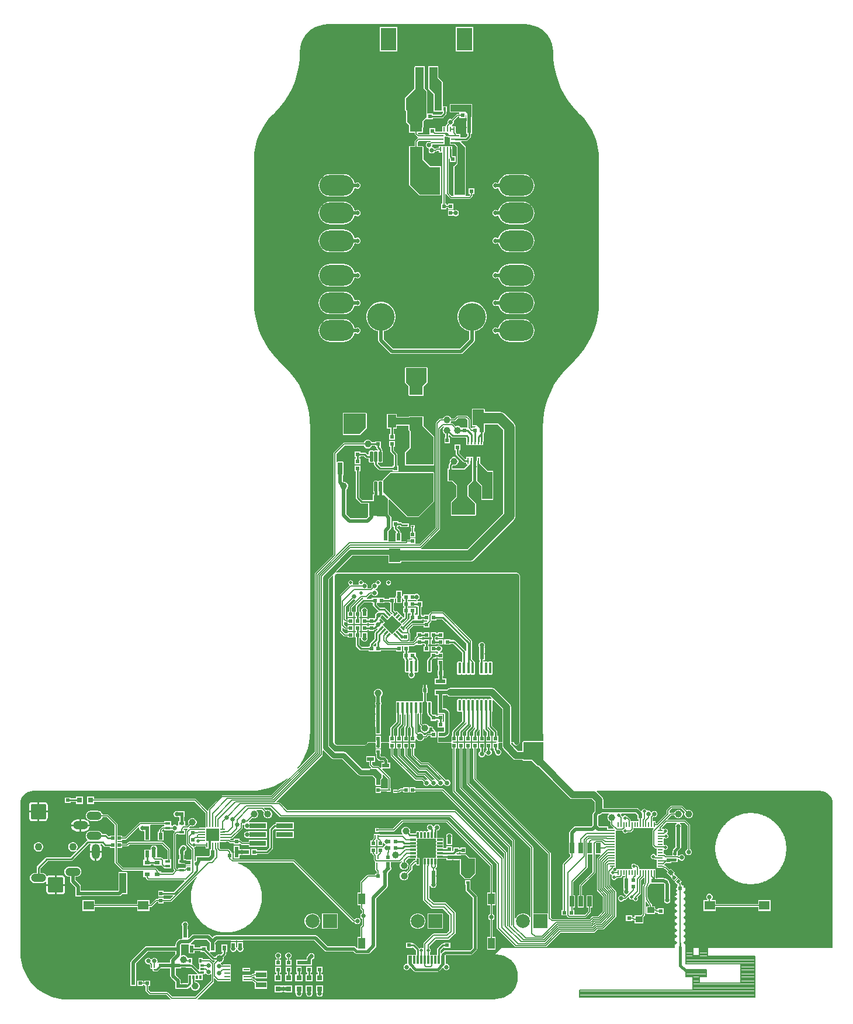
<source format=gbr>
%TF.GenerationSoftware,Altium Limited,Altium Designer,22.5.1 (42)*%
G04 Layer_Physical_Order=1*
G04 Layer_Color=6711008*
%FSLAX45Y45*%
%MOMM*%
%TF.SameCoordinates,09306DCC-7258-43E0-A79C-DC35209E08F8*%
%TF.FilePolarity,Positive*%
%TF.FileFunction,Copper,L1,Top,Signal*%
%TF.Part,Single*%
G01*
G75*
%TA.AperFunction,Conductor*%
%ADD10C,0.14681*%
%ADD11C,0.12700*%
%ADD12C,0.50800*%
%TA.AperFunction,SMDPad,CuDef*%
%ADD13C,1.00000*%
%ADD14R,1.00000X1.60000*%
%ADD15R,0.60000X0.55000*%
%ADD16R,0.55000X0.60000*%
%ADD17R,1.30000X0.25000*%
%ADD18R,0.25000X0.70000*%
G04:AMPARAMS|DCode=19|XSize=3mm|YSize=5mm|CornerRadius=1.5mm|HoleSize=0mm|Usage=FLASHONLY|Rotation=90.000|XOffset=0mm|YOffset=0mm|HoleType=Round|Shape=RoundedRectangle|*
%AMROUNDEDRECTD19*
21,1,3.00000,2.00000,0,0,90.0*
21,1,0.00000,5.00000,0,0,90.0*
1,1,3.00000,1.00000,0.00000*
1,1,3.00000,1.00000,0.00000*
1,1,3.00000,-1.00000,0.00000*
1,1,3.00000,-1.00000,0.00000*
%
%ADD19ROUNDEDRECTD19*%
%ADD20P,2.40416X4X360.0*%
G04:AMPARAMS|DCode=21|XSize=0.65mm|YSize=0.25mm|CornerRadius=0mm|HoleSize=0mm|Usage=FLASHONLY|Rotation=135.000|XOffset=0mm|YOffset=0mm|HoleType=Round|Shape=Rectangle|*
%AMROTATEDRECTD21*
4,1,4,0.31820,-0.14142,0.14142,-0.31820,-0.31820,0.14142,-0.14142,0.31820,0.31820,-0.14142,0.0*
%
%ADD21ROTATEDRECTD21*%

G04:AMPARAMS|DCode=22|XSize=0.65mm|YSize=0.25mm|CornerRadius=0mm|HoleSize=0mm|Usage=FLASHONLY|Rotation=225.000|XOffset=0mm|YOffset=0mm|HoleType=Round|Shape=Rectangle|*
%AMROTATEDRECTD22*
4,1,4,0.14142,0.31820,0.31820,0.14142,-0.14142,-0.31820,-0.31820,-0.14142,0.14142,0.31820,0.0*
%
%ADD22ROTATEDRECTD22*%

G04:AMPARAMS|DCode=23|XSize=1.6mm|YSize=0.35mm|CornerRadius=0.0175mm|HoleSize=0mm|Usage=FLASHONLY|Rotation=90.000|XOffset=0mm|YOffset=0mm|HoleType=Round|Shape=RoundedRectangle|*
%AMROUNDEDRECTD23*
21,1,1.60000,0.31500,0,0,90.0*
21,1,1.56500,0.35000,0,0,90.0*
1,1,0.03500,0.15750,0.78250*
1,1,0.03500,0.15750,-0.78250*
1,1,0.03500,-0.15750,-0.78250*
1,1,0.03500,-0.15750,0.78250*
%
%ADD23ROUNDEDRECTD23*%
%ADD24R,0.50800X0.50800*%
%ADD25R,0.60000X0.60000*%
%ADD26R,1.45000X0.60000*%
%ADD27R,0.60000X0.60000*%
G04:AMPARAMS|DCode=28|XSize=1.6mm|YSize=0.41mm|CornerRadius=0.0205mm|HoleSize=0mm|Usage=FLASHONLY|Rotation=270.000|XOffset=0mm|YOffset=0mm|HoleType=Round|Shape=RoundedRectangle|*
%AMROUNDEDRECTD28*
21,1,1.60000,0.36900,0,0,270.0*
21,1,1.55900,0.41000,0,0,270.0*
1,1,0.04100,-0.18450,-0.77950*
1,1,0.04100,-0.18450,0.77950*
1,1,0.04100,0.18450,0.77950*
1,1,0.04100,0.18450,-0.77950*
%
%ADD28ROUNDEDRECTD28*%
%ADD29R,0.50000X0.40000*%
%ADD30R,2.40000X0.76000*%
%ADD31R,0.60000X1.05000*%
%ADD32R,0.34000X0.26000*%
%ADD33R,0.34000X0.20000*%
%ADD34R,1.55000X1.30000*%
%ADD35R,0.40000X0.47500*%
%ADD36R,0.40000X0.66000*%
%ADD37R,0.80000X0.60000*%
%ADD38R,0.60000X1.00000*%
%TA.AperFunction,ConnectorPad*%
%ADD39R,1.20000X3.10000*%
%ADD40R,2.30000X3.30000*%
%TA.AperFunction,SMDPad,CuDef*%
%ADD41R,1.30000X0.10000*%
%ADD42R,1.10000X0.10000*%
%ADD43R,0.10000X0.10000*%
%ADD44R,0.80000X0.45000*%
%ADD45R,7.00000X7.00000*%
%ADD46R,0.20320X0.76200*%
%ADD47R,1.05000X0.60000*%
G04:AMPARAMS|DCode=48|XSize=1.55mm|YSize=0.6mm|CornerRadius=0.03mm|HoleSize=0mm|Usage=FLASHONLY|Rotation=90.000|XOffset=0mm|YOffset=0mm|HoleType=Round|Shape=RoundedRectangle|*
%AMROUNDEDRECTD48*
21,1,1.55000,0.54000,0,0,90.0*
21,1,1.49000,0.60000,0,0,90.0*
1,1,0.06000,0.27000,0.74500*
1,1,0.06000,0.27000,-0.74500*
1,1,0.06000,-0.27000,-0.74500*
1,1,0.06000,-0.27000,0.74500*
%
%ADD48ROUNDEDRECTD48*%
%ADD49R,0.80000X0.80000*%
%ADD50R,1.80000X1.30000*%
%ADD51R,1.50000X4.00000*%
%ADD52R,0.60000X0.80000*%
%ADD53R,1.00000X0.90000*%
G04:AMPARAMS|DCode=54|XSize=0.4mm|YSize=0.5mm|CornerRadius=0mm|HoleSize=0mm|Usage=FLASHONLY|Rotation=315.000|XOffset=0mm|YOffset=0mm|HoleType=Round|Shape=Rectangle|*
%AMROTATEDRECTD54*
4,1,4,-0.31820,-0.03535,0.03535,0.31820,0.31820,0.03535,-0.03535,-0.31820,-0.31820,-0.03535,0.0*
%
%ADD54ROTATEDRECTD54*%

%ADD55P,0.84853X4X360.0*%
%ADD56R,0.76200X0.20320*%
%ADD57R,4.01320X4.01320*%
%ADD58R,0.80000X0.20000*%
%ADD59R,0.20000X0.80000*%
%ADD60R,1.70000X1.70000*%
%ADD61R,1.90000X1.20000*%
%ADD62R,2.45000X2.45000*%
G04:AMPARAMS|DCode=63|XSize=0.86mm|YSize=0.27mm|CornerRadius=0.03375mm|HoleSize=0mm|Usage=FLASHONLY|Rotation=90.000|XOffset=0mm|YOffset=0mm|HoleType=Round|Shape=RoundedRectangle|*
%AMROUNDEDRECTD63*
21,1,0.86000,0.20250,0,0,90.0*
21,1,0.79250,0.27000,0,0,90.0*
1,1,0.06750,0.10125,0.39625*
1,1,0.06750,0.10125,-0.39625*
1,1,0.06750,-0.10125,-0.39625*
1,1,0.06750,-0.10125,0.39625*
%
%ADD63ROUNDEDRECTD63*%
G04:AMPARAMS|DCode=64|XSize=0.86mm|YSize=0.27mm|CornerRadius=0.03375mm|HoleSize=0mm|Usage=FLASHONLY|Rotation=180.000|XOffset=0mm|YOffset=0mm|HoleType=Round|Shape=RoundedRectangle|*
%AMROUNDEDRECTD64*
21,1,0.86000,0.20250,0,0,180.0*
21,1,0.79250,0.27000,0,0,180.0*
1,1,0.06750,-0.39625,0.10125*
1,1,0.06750,0.39625,0.10125*
1,1,0.06750,0.39625,-0.10125*
1,1,0.06750,-0.39625,-0.10125*
%
%ADD64ROUNDEDRECTD64*%
%ADD65R,4.00000X1.50000*%
%ADD66R,1.50000X0.80000*%
%ADD67R,1.52400X2.48920*%
%ADD68R,0.81280X0.25400*%
%ADD69R,2.48920X1.52400*%
%ADD70R,0.25400X0.81280*%
%ADD71R,0.35560X0.58420*%
%ADD72R,0.58420X0.35560*%
%ADD73C,0.23000*%
G04:AMPARAMS|DCode=74|XSize=1.45mm|YSize=0.45mm|CornerRadius=0.0225mm|HoleSize=0mm|Usage=FLASHONLY|Rotation=90.000|XOffset=0mm|YOffset=0mm|HoleType=Round|Shape=RoundedRectangle|*
%AMROUNDEDRECTD74*
21,1,1.45000,0.40500,0,0,90.0*
21,1,1.40500,0.45000,0,0,90.0*
1,1,0.04500,0.20250,0.70250*
1,1,0.04500,0.20250,-0.70250*
1,1,0.04500,-0.20250,-0.70250*
1,1,0.04500,-0.20250,0.70250*
%
%ADD74ROUNDEDRECTD74*%
%TA.AperFunction,ConnectorPad*%
%ADD75R,2.18000X2.00000*%
%ADD76R,0.30000X1.15000*%
%ADD77R,0.60000X1.15000*%
%TA.AperFunction,SMDPad,CuDef*%
%ADD78R,0.80000X0.80000*%
%ADD79R,0.20000X0.34000*%
%ADD80R,0.26000X0.34000*%
%ADD81R,1.20000X1.90000*%
%TA.AperFunction,Conductor*%
%ADD82C,0.38100*%
%ADD83C,0.25400*%
%ADD84C,0.20320*%
%ADD85C,1.52400*%
%ADD86C,1.01600*%
%ADD87C,0.76200*%
%ADD88C,0.45720*%
%ADD89C,0.15000*%
%ADD90C,0.22860*%
%ADD91C,0.30480*%
%ADD92C,1.27000*%
%ADD93R,0.74304X1.78190*%
%ADD94R,1.00000X3.00000*%
%ADD95R,2.88070X1.87065*%
%TA.AperFunction,NonConductor*%
%ADD96R,0.30000X0.52000*%
%TA.AperFunction,Conductor*%
%ADD97R,2.50000X1.75402*%
%TA.AperFunction,ComponentPad*%
%ADD98C,2.00000*%
%ADD99R,2.00000X2.00000*%
%ADD100C,1.10000*%
G04:AMPARAMS|DCode=101|XSize=2.2mm|YSize=2.2mm|CornerRadius=0.22mm|HoleSize=0mm|Usage=FLASHONLY|Rotation=180.000|XOffset=0mm|YOffset=0mm|HoleType=Round|Shape=RoundedRectangle|*
%AMROUNDEDRECTD101*
21,1,2.20000,1.76000,0,0,180.0*
21,1,1.76000,2.20000,0,0,180.0*
1,1,0.44000,-0.88000,0.88000*
1,1,0.44000,0.88000,0.88000*
1,1,0.44000,0.88000,-0.88000*
1,1,0.44000,-0.88000,-0.88000*
%
%ADD101ROUNDEDRECTD101*%
G04:AMPARAMS|DCode=102|XSize=2.2mm|YSize=1.2mm|CornerRadius=0.6mm|HoleSize=0mm|Usage=FLASHONLY|Rotation=180.000|XOffset=0mm|YOffset=0mm|HoleType=Round|Shape=RoundedRectangle|*
%AMROUNDEDRECTD102*
21,1,2.20000,0.00000,0,0,180.0*
21,1,1.00000,1.20000,0,0,180.0*
1,1,1.20000,-0.50000,0.00000*
1,1,1.20000,0.50000,0.00000*
1,1,1.20000,0.50000,0.00000*
1,1,1.20000,-0.50000,0.00000*
%
%ADD102ROUNDEDRECTD102*%
G04:AMPARAMS|DCode=103|XSize=2.2mm|YSize=1.2mm|CornerRadius=0.6mm|HoleSize=0mm|Usage=FLASHONLY|Rotation=90.000|XOffset=0mm|YOffset=0mm|HoleType=Round|Shape=RoundedRectangle|*
%AMROUNDEDRECTD103*
21,1,2.20000,0.00000,0,0,90.0*
21,1,1.00000,1.20000,0,0,90.0*
1,1,1.20000,0.00000,0.50000*
1,1,1.20000,0.00000,-0.50000*
1,1,1.20000,0.00000,-0.50000*
1,1,1.20000,0.00000,0.50000*
%
%ADD103ROUNDEDRECTD103*%
%TA.AperFunction,ViaPad*%
%ADD104C,6.50000*%
%TA.AperFunction,ComponentPad*%
%ADD105C,4.00000*%
%ADD106C,0.65000*%
%TA.AperFunction,ViaPad*%
%ADD107C,0.46000*%
%ADD108C,0.66000*%
G36*
X1489419Y5031729D02*
X1552253Y5016644D01*
X1611953Y4991916D01*
X1667049Y4958152D01*
X1716186Y4916186D01*
X1758152Y4867049D01*
X1791916Y4811953D01*
X1816644Y4752253D01*
X1831729Y4689419D01*
X1835803Y4637663D01*
X1835637Y4625000D01*
X1835637D01*
X1840285Y4518542D01*
X1854194Y4412894D01*
X1877258Y4308861D01*
X1909301Y4207233D01*
X1950079Y4108785D01*
X1999283Y4014266D01*
X2056537Y3924395D01*
X2121406Y3839856D01*
X2193397Y3761292D01*
X2193450Y3761345D01*
X2230606Y3724188D01*
X2232601Y3723362D01*
X2291816Y3658028D01*
X2345532Y3585601D01*
X2391890Y3508258D01*
X2430443Y3426743D01*
X2460822Y3341841D01*
X2482732Y3254371D01*
X2495963Y3165175D01*
X2500289Y3077106D01*
X2499463Y3075111D01*
Y3000000D01*
X2499462Y1013750D01*
X2500325Y1011667D01*
X2495874Y909706D01*
X2482280Y806454D01*
X2459739Y704779D01*
X2428423Y605456D01*
X2388569Y509240D01*
X2340481Y416864D01*
X2284525Y329031D01*
X2221127Y246409D01*
X2152177Y171163D01*
X2150095Y170301D01*
X2043449Y63655D01*
X2043396Y63709D01*
X1971406Y-14855D01*
X1906537Y-99395D01*
X1849282Y-189266D01*
X1800079Y-283785D01*
X1759300Y-382233D01*
X1727257Y-483861D01*
X1704193Y-587894D01*
X1690285Y-693542D01*
X1685637Y-800000D01*
X1685712D01*
X1685712Y-800000D01*
Y-5200000D01*
X1685765Y-5200128D01*
X1689920Y-5284711D01*
X1697014Y-5332535D01*
X1685798Y-5343476D01*
X1404699D01*
X1394979Y-5347502D01*
X1390953Y-5357223D01*
Y-5485256D01*
X1325107D01*
X1226608Y-5386757D01*
Y-5370894D01*
X1251440D01*
X1252649Y-5376968D01*
X1263877Y-5393772D01*
X1280680Y-5405000D01*
X1300501Y-5408942D01*
X1320322Y-5405000D01*
X1337126Y-5393772D01*
X1348354Y-5376968D01*
X1352297Y-5357147D01*
Y-5157147D01*
Y-4957147D01*
Y-4757147D01*
Y-4557147D01*
Y-4357147D01*
Y-4157148D01*
Y-3957147D01*
Y-3757147D01*
Y-3557147D01*
Y-3357147D01*
Y-2957147D01*
X1348354Y-2937326D01*
X1337126Y-2920522D01*
X1320322Y-2909295D01*
X1300501Y-2905352D01*
X100500D01*
X-99500Y-2905352D01*
X-1299498D01*
X-1299499Y-2905352D01*
X-1302940Y-2906037D01*
X-1309197Y-2894332D01*
X-1076660Y-2661795D01*
X-553195D01*
Y-2750000D01*
X-549169Y-2759720D01*
X-539449Y-2763747D01*
X-380981D01*
X-371261Y-2759720D01*
X-367234Y-2750000D01*
Y-2744870D01*
X628638D01*
X651845Y-2741814D01*
X673471Y-2732856D01*
X692042Y-2718607D01*
X1263404Y-2147244D01*
X1277654Y-2128674D01*
X1286612Y-2107048D01*
X1289667Y-2083840D01*
Y-800000D01*
X1286612Y-776792D01*
X1277654Y-755166D01*
X1263404Y-736596D01*
X1130910Y-604101D01*
X1112339Y-589851D01*
X1090713Y-580894D01*
X1067505Y-577838D01*
X843248D01*
Y-542852D01*
X839222Y-533132D01*
X829502Y-529106D01*
X671999D01*
X662279Y-533132D01*
X658252Y-542852D01*
Y-772852D01*
X659299Y-775379D01*
Y-785552D01*
X669472D01*
X671999Y-786599D01*
X710132D01*
X710703Y-787452D01*
X703914Y-800152D01*
X659299D01*
Y-803142D01*
X647566Y-808002D01*
X634209Y-794645D01*
Y-688644D01*
X632730Y-681211D01*
X628520Y-674910D01*
X589876Y-636266D01*
X583574Y-632055D01*
X576141Y-630577D01*
X450001D01*
X450000Y-630577D01*
X442567Y-632055D01*
X436266Y-636266D01*
X436265Y-636266D01*
X399103Y-673429D01*
X359319D01*
X352653Y-657335D01*
X335015Y-639698D01*
X311971Y-630152D01*
X287027D01*
X263982Y-639698D01*
X246344Y-657335D01*
X239678Y-673429D01*
X201192D01*
X201190Y-673429D01*
X193758Y-674907D01*
X187456Y-679118D01*
X187456Y-679119D01*
X139636Y-726938D01*
X135425Y-733239D01*
X133947Y-740672D01*
Y-2252664D01*
X-99020Y-2485630D01*
X-159800D01*
Y-2407300D01*
X-240199D01*
Y-2430577D01*
X-275400D01*
X-282833Y-2432056D01*
X-289135Y-2436266D01*
X-308045Y-2455177D01*
X-331335D01*
X-331588Y-2455127D01*
X-362300D01*
Y-2324801D01*
X-379102D01*
Y-2308815D01*
X-381074Y-2298904D01*
X-386688Y-2290502D01*
X-424102Y-2253088D01*
Y-2240200D01*
X-407300D01*
Y-2225898D01*
X-388892D01*
X-377477Y-2237313D01*
X-369075Y-2242926D01*
X-359165Y-2244898D01*
X-286001D01*
X-285008Y-2244700D01*
X-256301D01*
Y-2193300D01*
X-285008D01*
X-286001Y-2193103D01*
X-348438D01*
X-359852Y-2181688D01*
X-368254Y-2176074D01*
X-378165Y-2174103D01*
X-407300D01*
Y-2159800D01*
X-492700D01*
Y-2240200D01*
X-475897D01*
Y-2263815D01*
X-473926Y-2273725D01*
X-468312Y-2282127D01*
X-438339Y-2312101D01*
X-443600Y-2324801D01*
X-447700D01*
Y-2455127D01*
X-552300D01*
Y-2324800D01*
X-552665D01*
X-554708Y-2312100D01*
X-522531Y-2279923D01*
X-514110Y-2267320D01*
X-511153Y-2252454D01*
Y-2240199D01*
X-507300D01*
Y-2159800D01*
X-511153D01*
Y-2105854D01*
X-514110Y-2090988D01*
X-522531Y-2078385D01*
X-546755Y-2054162D01*
Y-1852704D01*
X-534055Y-1847444D01*
X-283926Y-2097573D01*
X-274205Y-2101599D01*
X-274205Y-2101599D01*
X-120501D01*
X-117974Y-2100552D01*
X-107801D01*
Y-2094593D01*
X109219Y-1877573D01*
X113246Y-1867853D01*
X113245Y-1867852D01*
Y-1462850D01*
X109219Y-1453129D01*
X99499Y-1449103D01*
X-520497D01*
X-520499Y-1449102D01*
X-530219Y-1453129D01*
X-530220Y-1453130D01*
X-635221Y-1558132D01*
X-639248Y-1567852D01*
X-645133Y-1574671D01*
X-647751Y-1576421D01*
X-688251D01*
X-689339Y-1576871D01*
X-700501Y-1580871D01*
X-711663Y-1576871D01*
X-712751Y-1576421D01*
X-753251D01*
X-764693Y-1581160D01*
X-769433Y-1592602D01*
Y-1733102D01*
X-765373Y-1742903D01*
Y-1768838D01*
X-765528Y-1768902D01*
X-775701D01*
Y-1779076D01*
X-776747Y-1781602D01*
Y-1854927D01*
X-929797D01*
X-974604Y-1810121D01*
Y-1435552D01*
X-960301D01*
Y-1350152D01*
X-1040701D01*
Y-1435552D01*
X-1026399D01*
Y-1820848D01*
X-1024427Y-1830759D01*
X-1018814Y-1839160D01*
X-958837Y-1899137D01*
X-950435Y-1904751D01*
X-940525Y-1906722D01*
X-843737D01*
Y-2080010D01*
X-842702Y-2082507D01*
Y-2090643D01*
X-868064Y-2116005D01*
X-1099791D01*
X-1161153Y-2054642D01*
Y-1699824D01*
X-1146846Y-1685517D01*
X-1137300Y-1662472D01*
Y-1637528D01*
X-1146846Y-1614483D01*
X-1164483Y-1596846D01*
X-1187528Y-1587300D01*
X-1207763D01*
X-1211154Y-1583909D01*
Y-1501421D01*
X-1202632Y-1497891D01*
X-1198606Y-1488171D01*
Y-1309981D01*
X-1202632Y-1300261D01*
X-1212352Y-1296234D01*
X-1286657D01*
X-1293277Y-1298976D01*
X-1305977Y-1293267D01*
Y-1183445D01*
X-1184807Y-1062275D01*
X-910322D01*
X-903656Y-1078369D01*
X-886018Y-1096007D01*
X-862973Y-1105552D01*
X-838029D01*
X-814985Y-1096007D01*
X-797347Y-1078369D01*
X-793362Y-1068750D01*
X-743201D01*
Y-1083052D01*
X-726399D01*
Y-1092852D01*
X-724427Y-1102763D01*
X-718813Y-1111165D01*
X-703452Y-1126526D01*
X-710646Y-1137293D01*
X-712751Y-1136421D01*
X-753251D01*
X-764693Y-1141160D01*
X-766309Y-1141160D01*
X-777751Y-1136421D01*
X-818251D01*
X-829693Y-1141160D01*
X-834433Y-1152602D01*
Y-1196955D01*
X-852931D01*
X-875346Y-1174540D01*
X-883748Y-1168926D01*
X-893659Y-1166955D01*
X-957801D01*
Y-1152653D01*
X-1043201D01*
Y-1233052D01*
X-1026399D01*
Y-1250152D01*
X-1040701D01*
Y-1335552D01*
X-960301D01*
Y-1250152D01*
X-974604D01*
Y-1233052D01*
X-957801D01*
Y-1218750D01*
X-904386D01*
X-881971Y-1241165D01*
X-873569Y-1246779D01*
X-863658Y-1248750D01*
X-834433D01*
Y-1293103D01*
X-829693Y-1304545D01*
X-818251Y-1309284D01*
X-777751D01*
X-771494Y-1306692D01*
X-758899Y-1313728D01*
Y-1338611D01*
X-756927Y-1348522D01*
X-751313Y-1356924D01*
X-697082Y-1411155D01*
X-688680Y-1416769D01*
X-678770Y-1418740D01*
X-493211D01*
Y-1435543D01*
X-407811D01*
Y-1350143D01*
X-424613D01*
Y-1192843D01*
X-426584Y-1182932D01*
X-432198Y-1174530D01*
X-474604Y-1132125D01*
Y-1083052D01*
X-460301D01*
Y-997652D01*
X-540701D01*
Y-1083052D01*
X-526399D01*
Y-1142852D01*
X-524427Y-1152763D01*
X-518814Y-1161165D01*
X-476408Y-1203570D01*
Y-1350143D01*
X-493211D01*
Y-1366945D01*
X-668043D01*
X-707103Y-1327884D01*
Y-1313728D01*
X-694508Y-1306693D01*
X-688251Y-1309284D01*
X-647751D01*
X-636309Y-1304545D01*
X-631570Y-1293103D01*
Y-1152602D01*
X-636309Y-1141160D01*
X-642104Y-1138760D01*
Y-1125352D01*
X-644075Y-1115442D01*
X-649689Y-1107040D01*
X-662451Y-1094278D01*
X-657801Y-1083052D01*
X-657801D01*
Y-1002653D01*
X-743201D01*
Y-1016955D01*
X-793362D01*
X-797347Y-1007336D01*
X-814985Y-989698D01*
X-838029Y-980152D01*
X-862973D01*
X-886018Y-989698D01*
X-903656Y-1007336D01*
X-910322Y-1023429D01*
X-1192851D01*
X-1192852Y-1023429D01*
X-1200285Y-1024908D01*
X-1206587Y-1029118D01*
X-1206587Y-1029119D01*
X-1339134Y-1161666D01*
X-1343345Y-1167967D01*
X-1344823Y-1175400D01*
Y-2640655D01*
X-1614534Y-2910367D01*
X-1618745Y-2916668D01*
X-1620223Y-2924101D01*
Y-5500202D01*
X-1859893Y-5739871D01*
X-1869535Y-5731553D01*
X-1831410Y-5680147D01*
X-1787807Y-5607401D01*
X-1751545Y-5530731D01*
X-1722973Y-5450876D01*
X-1702365Y-5368605D01*
X-1689920Y-5284711D01*
X-1685765Y-5200128D01*
X-1685712Y-5200000D01*
Y-800000D01*
X-1685712Y-800000D01*
X-1685637D01*
X-1690285Y-693542D01*
X-1704193Y-587894D01*
X-1727257Y-483861D01*
X-1759300Y-382233D01*
X-1800079Y-283785D01*
X-1849282Y-189266D01*
X-1906537Y-99395D01*
X-1971406Y-14855D01*
X-2043396Y63709D01*
X-2043449Y63655D01*
X-2150095Y170301D01*
X-2152177Y171163D01*
X-2221127Y246409D01*
X-2284525Y329031D01*
X-2340481Y416864D01*
X-2388569Y509240D01*
X-2428423Y605456D01*
X-2459739Y704779D01*
X-2482280Y806454D01*
X-2495874Y909706D01*
X-2500325Y1011667D01*
X-2499462Y1013750D01*
X-2499463Y3000000D01*
Y3075111D01*
X-2500289Y3077106D01*
X-2495963Y3165175D01*
X-2482732Y3254371D01*
X-2460822Y3341841D01*
X-2430443Y3426743D01*
X-2391890Y3508258D01*
X-2345532Y3585601D01*
X-2291816Y3658028D01*
X-2232601Y3723362D01*
X-2230606Y3724188D01*
X-2193450Y3761345D01*
X-2193397Y3761292D01*
X-2121406Y3839856D01*
X-2056537Y3924395D01*
X-1999283Y4014266D01*
X-1950079Y4108785D01*
X-1909301Y4207233D01*
X-1877258Y4308861D01*
X-1854194Y4412894D01*
X-1840285Y4518542D01*
X-1835637Y4625000D01*
X-1835637D01*
X-1835803Y4637663D01*
X-1831729Y4689419D01*
X-1816644Y4752253D01*
X-1791916Y4811953D01*
X-1758152Y4867049D01*
X-1716186Y4916186D01*
X-1667049Y4958152D01*
X-1611953Y4991916D01*
X-1552253Y5016644D01*
X-1489419Y5031729D01*
X-1427205Y5036626D01*
X-1425000Y5035712D01*
X1425000D01*
X1427205Y5036626D01*
X1489419Y5031729D01*
D02*
G37*
G36*
X595362Y-696689D02*
Y-789798D01*
X589698Y-800152D01*
X509299D01*
X509299Y-800152D01*
Y-800152D01*
X496599Y-801281D01*
X485015Y-789698D01*
X461971Y-780152D01*
X437027D01*
X420934Y-786818D01*
X385635Y-751520D01*
X379334Y-747310D01*
X371901Y-745831D01*
X351784D01*
X346924Y-734098D01*
X352653Y-728369D01*
X359319Y-712275D01*
X407148D01*
X414581Y-710797D01*
X420882Y-706586D01*
X458045Y-669423D01*
X568096D01*
X595362Y-696689D01*
D02*
G37*
G36*
X829502Y-872843D02*
X769502D01*
Y-815355D01*
X726999Y-772852D01*
X671999D01*
Y-542852D01*
X829502D01*
Y-872843D01*
D02*
G37*
G36*
X1110333Y-837141D02*
Y-2046699D01*
X591496Y-2565535D01*
X-72167D01*
X-76019Y-2552835D01*
X-74052Y-2551521D01*
X192504Y-2284964D01*
X196715Y-2278663D01*
X198193Y-2271230D01*
X198193Y-2271229D01*
Y-829275D01*
X239308Y-788160D01*
X246576Y-789143D01*
X251107Y-802572D01*
X246344Y-807335D01*
X236799Y-830380D01*
Y-855324D01*
X246344Y-878369D01*
X263982Y-896006D01*
X273601Y-899991D01*
Y-950152D01*
X259299D01*
Y-1035552D01*
X339699D01*
Y-950152D01*
X325396D01*
Y-921968D01*
X337130Y-917108D01*
X363953Y-943931D01*
X372355Y-949545D01*
X382265Y-951516D01*
X569756D01*
X573601Y-955362D01*
Y-1003152D01*
X574099Y-1005654D01*
Y-1056492D01*
X824899D01*
Y-1005654D01*
X825397Y-1003152D01*
Y-886589D01*
X829502D01*
X832028Y-885543D01*
X842202D01*
Y-875369D01*
X843248Y-872843D01*
Y-757172D01*
X1030364D01*
X1110333Y-837141D01*
D02*
G37*
G36*
X99499Y-1867853D02*
X-120501Y-2087852D01*
X-274205D01*
X-623251Y-1738807D01*
Y-1590352D01*
X-625501Y-1662852D01*
Y-1567852D01*
X-520499Y-1462850D01*
X99499D01*
Y-1867853D01*
D02*
G37*
G36*
X-560501Y-1839499D02*
Y-2087852D01*
X-715869D01*
X-723712Y-2080010D01*
X-829990D01*
Y-1880825D01*
X-763001D01*
Y-1781602D01*
X-618398D01*
X-560501Y-1839499D01*
D02*
G37*
G36*
X-380981Y-2750000D02*
X-539449D01*
Y-2557500D01*
X-380981D01*
Y-2750000D01*
D02*
G37*
G36*
X304219Y-4682928D02*
X325224Y-4696963D01*
X350000Y-4701891D01*
X921746D01*
X940387Y-4720532D01*
X935126Y-4733232D01*
X904301D01*
X901313Y-4734470D01*
X891001Y-4737347D01*
X880690Y-4734470D01*
X877701Y-4733232D01*
X840801D01*
X837813Y-4734470D01*
X827501Y-4737347D01*
X817190Y-4734470D01*
X814201Y-4733232D01*
X777301D01*
X774313Y-4734470D01*
X764001Y-4737347D01*
X753690Y-4734470D01*
X750701Y-4733232D01*
X713801D01*
X710813Y-4734470D01*
X700501Y-4737347D01*
X690190Y-4734470D01*
X687201Y-4733232D01*
X650301D01*
X647313Y-4734470D01*
X637001Y-4737347D01*
X626690Y-4734470D01*
X623701Y-4733232D01*
X586801D01*
X583813Y-4734470D01*
X573501Y-4737347D01*
X563190Y-4734470D01*
X560201Y-4733232D01*
X523301D01*
X520313Y-4734470D01*
X510001Y-4737347D01*
X499690Y-4734470D01*
X496701Y-4733232D01*
X459801D01*
X448512Y-4737908D01*
X443836Y-4749198D01*
Y-4905097D01*
X448512Y-4916386D01*
X459801Y-4921063D01*
X496701D01*
X503153Y-4918390D01*
X515854Y-4925117D01*
Y-5055170D01*
X382189Y-5188835D01*
X376575Y-5197237D01*
X374604Y-5207147D01*
Y-5264447D01*
X360301D01*
Y-5344447D01*
X360301Y-5349847D01*
X350625Y-5357147D01*
X169423D01*
Y-5290200D01*
X242700D01*
Y-5288847D01*
X264716D01*
X279582Y-5285890D01*
X292185Y-5277469D01*
X321943Y-5247711D01*
X330364Y-5235108D01*
X333321Y-5220242D01*
Y-4936906D01*
X330364Y-4922039D01*
X321943Y-4909437D01*
X292185Y-4879679D01*
X279582Y-4871258D01*
X264716Y-4868301D01*
X240701D01*
Y-4864447D01*
X239348D01*
Y-4679847D01*
X285701D01*
Y-4675994D01*
X299586D01*
X304219Y-4682928D01*
D02*
G37*
G36*
X-1350609Y-2953706D02*
X-1351294Y-2957147D01*
Y-3157148D01*
Y-3357148D01*
Y-3557148D01*
Y-3757148D01*
Y-3957148D01*
Y-4357148D01*
Y-4557148D01*
Y-5357147D01*
X-1347351Y-5376968D01*
X-1336124Y-5393772D01*
X-1319320Y-5405000D01*
X-1299499Y-5408942D01*
X-899499D01*
X-879678Y-5405000D01*
X-862874Y-5393772D01*
X-851646Y-5376968D01*
X-850438Y-5370894D01*
X-749375D01*
X-738274Y-5378065D01*
X-737823Y-5378629D01*
X-737199Y-5384448D01*
X-737199Y-5384448D01*
X-737198Y-5384448D01*
Y-5449848D01*
X-661799D01*
Y-5384448D01*
X-661798D01*
X-661174Y-5378629D01*
X-660724Y-5378065D01*
X-649622Y-5370894D01*
X-549375D01*
X-540329Y-5379574D01*
X-539699Y-5380879D01*
Y-5449847D01*
X-518922D01*
Y-5550501D01*
X-517443Y-5557934D01*
X-513233Y-5564235D01*
X-169774Y-5907695D01*
X-163472Y-5911905D01*
X-156039Y-5913384D01*
X-64085D01*
X-43023Y-5934446D01*
X-45700Y-5940910D01*
Y-5959090D01*
X-38743Y-5975887D01*
X-25887Y-5988743D01*
X-9090Y-5995700D01*
X9090D01*
X25887Y-5988743D01*
X38743Y-5975887D01*
X43127Y-5965303D01*
X56873D01*
X61257Y-5975887D01*
X74113Y-5988743D01*
X90910Y-5995700D01*
X109090D01*
X125887Y-5988743D01*
X138743Y-5975887D01*
X143127Y-5965303D01*
X156873D01*
X161257Y-5975887D01*
X174113Y-5988743D01*
X190910Y-5995700D01*
X209091D01*
X225887Y-5988743D01*
X238743Y-5975887D01*
X243127Y-5965303D01*
X256873D01*
X261257Y-5975887D01*
X274113Y-5988743D01*
X290910Y-5995700D01*
X309090D01*
X325887Y-5988743D01*
X338743Y-5975887D01*
X345700Y-5959090D01*
Y-5940910D01*
X338743Y-5924113D01*
X325887Y-5911257D01*
X309090Y-5904300D01*
X290910D01*
X284446Y-5906978D01*
X35894Y-5658425D01*
X29593Y-5654215D01*
X22159Y-5652736D01*
X-69795D01*
X-180075Y-5542456D01*
Y-5449848D01*
X-159299D01*
Y-5364448D01*
X-239698D01*
Y-5449848D01*
X-218922D01*
Y-5550501D01*
X-217443Y-5557935D01*
X-213233Y-5564236D01*
X-91575Y-5685893D01*
X-91575Y-5685894D01*
X-85273Y-5690104D01*
X-77840Y-5691583D01*
X14114D01*
X215910Y-5893378D01*
X209491Y-5903658D01*
X208871Y-5904300D01*
X190910D01*
X184446Y-5906978D01*
X13734Y-5736266D01*
X7433Y-5732055D01*
X0Y-5730577D01*
X-91955D01*
X-280076Y-5542456D01*
Y-5449847D01*
X-259299D01*
Y-5364447D01*
X-339699D01*
Y-5449847D01*
X-318922D01*
Y-5550501D01*
X-317443Y-5557934D01*
X-313233Y-5564236D01*
X-113734Y-5763734D01*
X-107433Y-5767945D01*
X-100000Y-5769423D01*
X-8045D01*
X115910Y-5893378D01*
X109491Y-5903658D01*
X108871Y-5904300D01*
X90910D01*
X84446Y-5906978D01*
X-10687Y-5811845D01*
X-16988Y-5807635D01*
X-24421Y-5806156D01*
X-116375D01*
X-380076Y-5542456D01*
Y-5449847D01*
X-359299D01*
Y-5364447D01*
X-439699D01*
Y-5449847D01*
X-418922D01*
Y-5550501D01*
X-417443Y-5557934D01*
X-413233Y-5564236D01*
X-138155Y-5839313D01*
X-131854Y-5843524D01*
X-124421Y-5845003D01*
X-124420Y-5845002D01*
X-32466D01*
X15910Y-5893378D01*
X9491Y-5903658D01*
X8871Y-5904300D01*
X-9090D01*
X-15554Y-5906978D01*
X-42305Y-5880226D01*
X-48606Y-5876016D01*
X-56040Y-5874537D01*
X-147994D01*
X-480076Y-5542456D01*
Y-5449847D01*
X-459299D01*
Y-5364447D01*
X-506564D01*
X-516393Y-5353864D01*
X-516984Y-5351747D01*
X-516120Y-5350185D01*
X-513971Y-5349847D01*
X-459299D01*
Y-5264447D01*
X-473601D01*
Y-5167875D01*
X-393686Y-5087960D01*
X-388072Y-5079558D01*
X-386101Y-5069647D01*
Y-4964481D01*
X-379499Y-4960739D01*
X-372896Y-4964481D01*
Y-5093920D01*
X-417811Y-5138835D01*
X-423425Y-5147237D01*
X-425396Y-5157147D01*
Y-5264447D01*
X-439699D01*
Y-5349847D01*
X-359299D01*
Y-5264447D01*
X-373601D01*
Y-5167875D01*
X-328686Y-5122960D01*
X-323072Y-5114558D01*
X-321101Y-5104647D01*
Y-4964482D01*
X-314498Y-4960740D01*
X-307896Y-4964482D01*
Y-5121310D01*
X-317811Y-5131225D01*
X-323425Y-5139627D01*
X-325396Y-5149537D01*
Y-5264447D01*
X-339699D01*
Y-5349847D01*
X-259299D01*
Y-5264447D01*
X-273601D01*
Y-5160265D01*
X-263686Y-5150350D01*
X-258072Y-5141948D01*
X-256101Y-5132037D01*
Y-4964482D01*
X-249499Y-4960740D01*
X-242896Y-4964482D01*
Y-5132037D01*
X-240925Y-5141948D01*
X-235311Y-5150350D01*
X-225396Y-5160265D01*
Y-5264448D01*
X-239698D01*
Y-5349848D01*
X-159299D01*
Y-5321221D01*
X-155076Y-5319019D01*
X-146599Y-5317327D01*
X-130753Y-5333172D01*
X-107709Y-5342718D01*
X-82765D01*
X-59720Y-5333172D01*
X-42082Y-5315535D01*
X-35416Y-5299441D01*
X-9752D01*
X-2319Y-5297963D01*
X3982Y-5293752D01*
X28312Y-5269423D01*
X57300D01*
Y-5290199D01*
X142700D01*
Y-5209800D01*
X136063D01*
X130835Y-5204996D01*
X127090Y-5198066D01*
X126044Y-5195540D01*
Y-5192806D01*
X124110Y-5190873D01*
X123064Y-5188346D01*
X97447Y-5162729D01*
X95508Y-5159828D01*
X94827Y-5156404D01*
Y-5149839D01*
X90801Y-5140118D01*
X81081Y-5136092D01*
X69134D01*
X68446Y-5135469D01*
X67524Y-5133243D01*
X64700Y-5132073D01*
X62435Y-5130020D01*
X57066Y-5128099D01*
X53133Y-5128292D01*
X52126Y-5127777D01*
X50965Y-5128152D01*
X48366Y-5127911D01*
X46955Y-5128348D01*
X46007Y-5128609D01*
X44582Y-5128595D01*
X33294Y-5126794D01*
X31155Y-5121631D01*
X13518Y-5103993D01*
X-9527Y-5094447D01*
X-34471D01*
X-50564Y-5101113D01*
X-67576Y-5084102D01*
Y-4949516D01*
X-60189Y-4946457D01*
X-55608Y-4935397D01*
Y-4780826D01*
X-44123Y-4777547D01*
X-41395Y-4775382D01*
X-38176Y-4774049D01*
X-37423Y-4772231D01*
X-35881Y-4771007D01*
X-35483Y-4767547D01*
X-34150Y-4764329D01*
Y-4646047D01*
X-38176Y-4636327D01*
X-46352Y-4632940D01*
Y-4602930D01*
X-36996Y-4596678D01*
X-6996D01*
X2355Y-4602926D01*
Y-4632940D01*
X-5822Y-4636327D01*
X-9848Y-4646047D01*
Y-4764330D01*
X-8514Y-4767550D01*
X-8115Y-4771011D01*
X-6575Y-4772233D01*
X-5822Y-4774051D01*
X-2602Y-4775384D01*
X128Y-4777549D01*
X11611Y-4780826D01*
Y-4935397D01*
X16192Y-4946457D01*
X17104Y-4946834D01*
Y-4949660D01*
X19075Y-4959570D01*
X24689Y-4967972D01*
X57799Y-5001082D01*
Y-5049857D01*
X143199D01*
Y-5033054D01*
X160301D01*
Y-5049847D01*
X174604D01*
Y-5064438D01*
X157811D01*
Y-5149838D01*
X243210D01*
Y-5149838D01*
X255628Y-5150521D01*
Y-5204151D01*
X253812Y-5205967D01*
X242700Y-5209800D01*
X242699Y-5209800D01*
Y-5209800D01*
X242699Y-5209800D01*
X157300D01*
Y-5286282D01*
X155677Y-5290200D01*
Y-5357147D01*
X159703Y-5366868D01*
X169423Y-5370894D01*
X350625D01*
X359671Y-5379575D01*
X360301Y-5380879D01*
Y-5449848D01*
X381078D01*
Y-6073371D01*
X382556Y-6080804D01*
X386767Y-6087106D01*
X1185371Y-6885710D01*
Y-7845206D01*
Y-8016520D01*
X1173128Y-8022152D01*
X1166061Y-8016658D01*
Y-7821185D01*
Y-6960298D01*
X1164583Y-6952865D01*
X1160372Y-6946563D01*
X1160372Y-6946563D01*
X250075Y-6036266D01*
X243774Y-6032056D01*
X236341Y-6030577D01*
X-157300D01*
Y-6009801D01*
X-242700D01*
Y-6090200D01*
X-157300D01*
Y-6069423D01*
X228295D01*
X1127215Y-6968343D01*
Y-7821185D01*
Y-8013564D01*
X1125861Y-8015213D01*
X1114515Y-8019795D01*
X1113767Y-8019020D01*
Y-7042844D01*
X1112288Y-7035411D01*
X1108078Y-7029110D01*
X428941Y-6349973D01*
X422640Y-6345763D01*
X415207Y-6344284D01*
X-2016385D01*
X-2123357Y-6237312D01*
X-2129658Y-6233102D01*
X-2137091Y-6231623D01*
X-2172351D01*
X-2177212Y-6219890D01*
X-1510866Y-5553544D01*
X-1506656Y-5547243D01*
X-1505177Y-5539810D01*
Y-5486033D01*
X-1492477Y-5480773D01*
X-1386625Y-5586625D01*
X-1369821Y-5597853D01*
X-1350000Y-5601795D01*
X-1221454D01*
X-991624Y-5831625D01*
X-974821Y-5842853D01*
X-955000Y-5846796D01*
X-828124D01*
X-827742Y-5847719D01*
X-818021Y-5851745D01*
X-779716D01*
X-741246Y-5890216D01*
Y-5980000D01*
X-740200Y-5982527D01*
Y-5992700D01*
X-730026D01*
X-727500Y-5993747D01*
X-672500D01*
X-669973Y-5992700D01*
X-659800D01*
Y-5982527D01*
X-658753Y-5980000D01*
Y-5902122D01*
X-640280Y-5883648D01*
X-636253Y-5873928D01*
X-636253Y-5873927D01*
Y-5836011D01*
X-627900Y-5830748D01*
X-624520Y-5829784D01*
X-562423Y-5891881D01*
Y-6024300D01*
X-572700D01*
Y-6030577D01*
X-659801D01*
Y-6007300D01*
X-740200D01*
Y-6092700D01*
X-659801D01*
Y-6069423D01*
X-572700D01*
Y-6075700D01*
X-513300D01*
Y-6024300D01*
X-523577D01*
Y-5883836D01*
X-525055Y-5876403D01*
X-529265Y-5870102D01*
X-643967Y-5755400D01*
X-638706Y-5742700D01*
X-524801D01*
Y-5657300D01*
X-557629D01*
Y-5628465D01*
X-560093Y-5616077D01*
X-567111Y-5605575D01*
X-596869Y-5575816D01*
X-607371Y-5568799D01*
X-619759Y-5566335D01*
X-656332D01*
X-667127Y-5555540D01*
Y-5529847D01*
X-661799D01*
Y-5464447D01*
X-737199D01*
Y-5529847D01*
X-731871D01*
Y-5568949D01*
X-729407Y-5581337D01*
X-722389Y-5591839D01*
X-692631Y-5621597D01*
X-682129Y-5628615D01*
X-669741Y-5631079D01*
X-633168D01*
X-622373Y-5641874D01*
Y-5657300D01*
X-655201D01*
Y-5726205D01*
X-667901Y-5731466D01*
X-691059Y-5708308D01*
X-697360Y-5704098D01*
X-704793Y-5702619D01*
X-768709D01*
X-790577Y-5680750D01*
Y-5647700D01*
X-744800D01*
Y-5562300D01*
X-875200D01*
Y-5647700D01*
X-829424D01*
Y-5688796D01*
X-827945Y-5696229D01*
X-823735Y-5702530D01*
X-801676Y-5724589D01*
X-806937Y-5737289D01*
X-818021D01*
X-827742Y-5741315D01*
X-828525Y-5743205D01*
X-933545D01*
X-1163375Y-5513375D01*
X-1180179Y-5502147D01*
X-1200000Y-5498205D01*
X-1328546D01*
X-1415655Y-5411096D01*
Y-3000791D01*
X-1362314Y-2947449D01*
X-1350609Y-2953706D01*
D02*
G37*
G36*
X-113808Y-4946457D02*
X-106422Y-4949516D01*
Y-5092147D01*
X-104943Y-5099580D01*
X-100733Y-5105882D01*
X-78033Y-5128582D01*
X-84699Y-5144675D01*
Y-5169619D01*
X-75153Y-5192664D01*
X-57516Y-5210301D01*
X-34471Y-5219847D01*
X-9527D01*
X13518Y-5210301D01*
X31155Y-5192664D01*
X40701Y-5169619D01*
Y-5150264D01*
X51023Y-5141479D01*
X52434Y-5141042D01*
X57804Y-5142963D01*
Y-5149839D01*
X81081D01*
Y-5157758D01*
X82559Y-5165191D01*
X86770Y-5171493D01*
X113344Y-5198067D01*
X108483Y-5209800D01*
X57300D01*
Y-5230577D01*
X20267D01*
X12834Y-5232055D01*
X6532Y-5236265D01*
X-17797Y-5260595D01*
X-35416D01*
X-42082Y-5244502D01*
X-59720Y-5226864D01*
X-82765Y-5217318D01*
X-107709D01*
X-123802Y-5223984D01*
X-132575Y-5215212D01*
Y-4956098D01*
X-121142Y-4946457D01*
X-113808D01*
D02*
G37*
G36*
X1300500Y-2957148D02*
X1300501Y-2957149D01*
Y-5357147D01*
X1226608D01*
Y-4850447D01*
X1221680Y-4825671D01*
X1207645Y-4804666D01*
X994345Y-4591366D01*
X973340Y-4577331D01*
X948564Y-4572403D01*
X350000D01*
X325224Y-4577331D01*
X304219Y-4591366D01*
X299586Y-4598301D01*
X285701D01*
Y-4594447D01*
X115301D01*
Y-4679847D01*
X161655D01*
Y-4864447D01*
X160301D01*
Y-4949847D01*
X240701D01*
Y-4949848D01*
X253131Y-4950500D01*
X255628Y-4952996D01*
Y-5063755D01*
X243210Y-5064438D01*
Y-5064438D01*
X226399D01*
Y-5049847D01*
X240701D01*
Y-4964447D01*
X160301D01*
Y-4981259D01*
X143199D01*
Y-4964457D01*
X94423D01*
X71748Y-4941781D01*
X74392Y-4935397D01*
Y-4778897D01*
X69811Y-4767838D01*
X58751Y-4763257D01*
X27252D01*
X16192Y-4767838D01*
X3899Y-4764330D01*
Y-4646047D01*
X16101D01*
Y-4569847D01*
X6750D01*
Y-4546296D01*
Y-4530931D01*
X2724Y-4521211D01*
X-6996Y-4517185D01*
X-36996D01*
X-46716Y-4521211D01*
X-50743Y-4530931D01*
Y-4569847D01*
X-60099D01*
Y-4646047D01*
X-47897D01*
Y-4764329D01*
X-60190Y-4767838D01*
X-71249Y-4763257D01*
X-102749D01*
X-113808Y-4767838D01*
X-125189D01*
X-136248Y-4763257D01*
X-167748D01*
X-176789Y-4767002D01*
X-178808Y-4767838D01*
X-190189D01*
X-192208Y-4767002D01*
X-201249Y-4763257D01*
X-232749D01*
X-241789Y-4767001D01*
X-243808Y-4767838D01*
X-255189D01*
X-257208Y-4767001D01*
X-266249Y-4763257D01*
X-297748D01*
X-306789Y-4767001D01*
X-308808Y-4767838D01*
X-320189D01*
X-322208Y-4767001D01*
X-331249Y-4763257D01*
X-362748D01*
X-371789Y-4767001D01*
X-373808Y-4767838D01*
X-385189D01*
X-387208Y-4767002D01*
X-396249Y-4763257D01*
X-427748D01*
X-438808Y-4767838D01*
X-443389Y-4778897D01*
Y-4935397D01*
X-438808Y-4946457D01*
X-437896Y-4946834D01*
Y-5058920D01*
X-517811Y-5138835D01*
X-523425Y-5147237D01*
X-525396Y-5157147D01*
Y-5264447D01*
X-539699D01*
Y-5344447D01*
X-539699Y-5349847D01*
X-549375Y-5357147D01*
X-649623D01*
X-659299Y-5349847D01*
Y-5264447D01*
X-739699D01*
Y-5349847D01*
X-749375Y-5357147D01*
X-1299499D01*
X-1299499Y-5357147D01*
Y-2957148D01*
X1300500D01*
D02*
G37*
G36*
X1097120Y-4877265D02*
Y-5357147D01*
X1050377D01*
X1040701Y-5349847D01*
X1040701Y-5344447D01*
Y-5264448D01*
X1026399D01*
Y-5207147D01*
X1024427Y-5197237D01*
X1018814Y-5188835D01*
X948649Y-5118670D01*
Y-4917978D01*
X952490Y-4916386D01*
X957166Y-4905097D01*
Y-4755272D01*
X969866Y-4750012D01*
X1097120Y-4877265D01*
D02*
G37*
G36*
X1692769Y-5642768D02*
X1750000Y-5700000D01*
X1612834D01*
X1526045Y-5613211D01*
X1404699D01*
Y-5357223D01*
X1692769D01*
Y-5642768D01*
D02*
G37*
G36*
X-650000Y-5833129D02*
Y-5873928D01*
X-672500Y-5896427D01*
Y-5980000D01*
X-727500D01*
Y-5884521D01*
X-774023Y-5837999D01*
X-818021D01*
Y-5751035D01*
X-732093D01*
X-650000Y-5833129D01*
D02*
G37*
G36*
X-2010129Y-5890107D02*
X-2250045Y-6130023D01*
X-2959684D01*
X-2967118Y-6131502D01*
X-2973419Y-6135712D01*
X-3153734Y-6316028D01*
X-3157945Y-6322329D01*
X-3159423Y-6329762D01*
Y-6347930D01*
X-3172123Y-6353190D01*
X-3339048Y-6186266D01*
X-3345349Y-6182055D01*
X-3352782Y-6180577D01*
X-4817300D01*
Y-6147300D01*
X-4922700D01*
Y-6252700D01*
X-4817300D01*
Y-6219423D01*
X-3360828D01*
X-3199423Y-6380828D01*
Y-6502301D01*
X-3202700D01*
Y-6597300D01*
X-3297700D01*
Y-6600577D01*
X-3430428D01*
X-3433833Y-6595938D01*
X-3436200Y-6588388D01*
X-3422580Y-6574768D01*
X-3406487Y-6581435D01*
X-3381543D01*
X-3358499Y-6571889D01*
X-3340861Y-6554251D01*
X-3331315Y-6531207D01*
Y-6506263D01*
X-3340861Y-6483218D01*
X-3358499Y-6465580D01*
X-3381543Y-6456035D01*
X-3406487D01*
X-3429532Y-6465580D01*
X-3447170Y-6483218D01*
X-3456715Y-6506263D01*
Y-6531207D01*
X-3450049Y-6547300D01*
X-3473858Y-6571109D01*
X-3484977D01*
X-3497300Y-6570199D01*
X-3497300Y-6558408D01*
Y-6499799D01*
X-3517626D01*
Y-6442690D01*
X-3507298D01*
Y-6357290D01*
X-3592697D01*
Y-6357290D01*
X-3604968Y-6356253D01*
X-3609707Y-6354290D01*
X-3627888D01*
X-3644685Y-6361247D01*
X-3657540Y-6374103D01*
X-3664498Y-6390900D01*
Y-6409080D01*
X-3657540Y-6425877D01*
X-3644685Y-6438733D01*
X-3627888Y-6445690D01*
X-3609707D01*
X-3604968Y-6443727D01*
X-3594320Y-6442827D01*
X-3582370Y-6448926D01*
Y-6499799D01*
X-3602700D01*
Y-6564710D01*
X-3615400Y-6569971D01*
X-3624113Y-6561257D01*
X-3640910Y-6554300D01*
X-3659090D01*
X-3675887Y-6561257D01*
X-3684600Y-6569971D01*
X-3697146Y-6564863D01*
X-3697301Y-6564711D01*
Y-6499800D01*
X-3802701D01*
Y-6515577D01*
X-4146782D01*
X-4154215Y-6517055D01*
X-4160516Y-6521265D01*
X-4369828Y-6730577D01*
X-4407300D01*
Y-6709800D01*
X-4480577D01*
Y-6550001D01*
X-4480577Y-6550000D01*
X-4482055Y-6542567D01*
X-4486266Y-6536266D01*
X-4611266Y-6411266D01*
X-4617567Y-6407055D01*
X-4625000Y-6405577D01*
X-4694355D01*
X-4701497Y-6388336D01*
X-4713150Y-6373150D01*
X-4728336Y-6361497D01*
X-4746021Y-6354171D01*
X-4765000Y-6351673D01*
X-4865000D01*
X-4883979Y-6354171D01*
X-4901664Y-6361497D01*
X-4916850Y-6373150D01*
X-4928503Y-6388336D01*
X-4935829Y-6406021D01*
X-4938327Y-6425000D01*
X-4935829Y-6443978D01*
X-4928503Y-6461663D01*
X-4916850Y-6476850D01*
X-4901664Y-6488503D01*
X-4883979Y-6495829D01*
X-4865000Y-6498327D01*
X-4765000D01*
X-4746021Y-6495829D01*
X-4728336Y-6488503D01*
X-4713150Y-6476850D01*
X-4701497Y-6461663D01*
X-4694355Y-6444423D01*
X-4633046D01*
X-4519423Y-6558046D01*
Y-6709801D01*
X-4592701D01*
Y-6724104D01*
X-4607276D01*
X-4634692Y-6696688D01*
X-4643094Y-6691074D01*
X-4653005Y-6689102D01*
X-4697037D01*
X-4701497Y-6678336D01*
X-4713150Y-6663150D01*
X-4728336Y-6651497D01*
X-4746021Y-6644171D01*
X-4765000Y-6641673D01*
X-4865000D01*
X-4883979Y-6644171D01*
X-4901664Y-6651497D01*
X-4916850Y-6663150D01*
X-4928503Y-6678336D01*
X-4935829Y-6696022D01*
X-4938327Y-6715000D01*
X-4935829Y-6733978D01*
X-4928503Y-6751664D01*
X-4916850Y-6766850D01*
X-4912141Y-6770464D01*
X-4915307Y-6784043D01*
X-4918519Y-6784682D01*
X-4926921Y-6790296D01*
X-5061615Y-6924990D01*
X-5070827Y-6916568D01*
X-5061914Y-6901131D01*
X-5057300Y-6883913D01*
Y-6866087D01*
X-5061914Y-6848869D01*
X-5070827Y-6833431D01*
X-5083431Y-6820827D01*
X-5098869Y-6811914D01*
X-5116087Y-6807300D01*
X-5133913D01*
X-5151131Y-6811914D01*
X-5166569Y-6820827D01*
X-5179173Y-6833431D01*
X-5188086Y-6848869D01*
X-5192700Y-6866087D01*
Y-6883913D01*
X-5188086Y-6901131D01*
X-5179173Y-6916569D01*
X-5166569Y-6929173D01*
X-5151131Y-6938086D01*
X-5133913Y-6942700D01*
X-5116087D01*
X-5098869Y-6938086D01*
X-5083432Y-6929173D01*
X-5075010Y-6938385D01*
X-5160727Y-7024103D01*
X-5500000D01*
X-5509911Y-7026074D01*
X-5518313Y-7031688D01*
X-5643312Y-7156687D01*
X-5648926Y-7165089D01*
X-5650898Y-7175000D01*
Y-7251673D01*
X-5675000D01*
X-5693978Y-7254171D01*
X-5711664Y-7261497D01*
X-5726850Y-7273150D01*
X-5738503Y-7288336D01*
X-5745829Y-7306022D01*
X-5748327Y-7325000D01*
X-5745829Y-7343978D01*
X-5738503Y-7361664D01*
X-5726850Y-7376850D01*
X-5711664Y-7388503D01*
X-5693978Y-7395829D01*
X-5675000Y-7398327D01*
X-5575000D01*
X-5556021Y-7395829D01*
X-5538336Y-7388503D01*
X-5524029Y-7377525D01*
X-5520158Y-7378231D01*
X-5511329Y-7382307D01*
Y-7412300D01*
X-5387700D01*
Y-7288671D01*
X-5463000D01*
X-5481494Y-7292350D01*
X-5492924Y-7299987D01*
X-5505750Y-7297810D01*
X-5508155Y-7296402D01*
X-5511496Y-7288336D01*
X-5523149Y-7273150D01*
X-5538336Y-7261497D01*
X-5556021Y-7254171D01*
X-5575000Y-7251673D01*
X-5599102D01*
Y-7185727D01*
X-5489273Y-7075898D01*
X-5150000D01*
X-5140090Y-7073926D01*
X-5131688Y-7068313D01*
X-4897881Y-6834506D01*
X-4870583D01*
X-4864966Y-6845896D01*
X-4869597Y-6851931D01*
X-4878202Y-6872706D01*
X-4881137Y-6895000D01*
Y-6932300D01*
X-4795000D01*
X-4708863D01*
Y-6895000D01*
X-4711798Y-6872706D01*
X-4720404Y-6851931D01*
X-4725034Y-6845896D01*
X-4719418Y-6834506D01*
X-4705489D01*
X-4671682Y-6868312D01*
X-4663280Y-6873926D01*
X-4653370Y-6875897D01*
X-4592699D01*
Y-6890200D01*
X-4519423D01*
Y-7100000D01*
X-4517944Y-7107433D01*
X-4513734Y-7113734D01*
X-4415809Y-7211660D01*
X-4409508Y-7215870D01*
X-4402075Y-7217349D01*
X-4109338D01*
X-4102700Y-7227299D01*
Y-7312699D01*
X-4069423D01*
Y-7317900D01*
X-4067945Y-7325333D01*
X-4063735Y-7331634D01*
X-4043784Y-7351584D01*
X-4037482Y-7355795D01*
X-4030050Y-7357273D01*
X-3513863D01*
X-3509003Y-7369007D01*
X-3664099Y-7524103D01*
X-3809800D01*
Y-7507300D01*
X-3890199D01*
Y-7592700D01*
X-3809800D01*
Y-7575898D01*
X-3678431D01*
X-3673571Y-7587631D01*
X-3716516Y-7630577D01*
X-3809800D01*
Y-7607300D01*
X-3890200D01*
Y-7630577D01*
X-3916337D01*
X-3916339Y-7630576D01*
X-3923771Y-7632055D01*
X-3930073Y-7636265D01*
X-3999384Y-7705577D01*
X-4012300D01*
Y-7647300D01*
X-4192700D01*
Y-7705577D01*
X-4807300D01*
Y-7647300D01*
X-4987700D01*
Y-7802700D01*
X-4807300D01*
Y-7744423D01*
X-4192700D01*
Y-7802700D01*
X-4012300D01*
Y-7744423D01*
X-3991339D01*
X-3983906Y-7742945D01*
X-3977605Y-7738734D01*
X-3908293Y-7669423D01*
X-3890200D01*
Y-7692700D01*
X-3809800D01*
Y-7669423D01*
X-3708470D01*
X-3701037Y-7667944D01*
X-3694736Y-7663734D01*
X-3339711Y-7308709D01*
X-3329548Y-7316507D01*
X-3340687Y-7335800D01*
X-3345398Y-7342850D01*
X-3349148Y-7350454D01*
X-3361303Y-7371508D01*
X-3361427Y-7372450D01*
X-3362099Y-7373121D01*
X-3371402Y-7395580D01*
X-3375152Y-7403186D01*
X-3377878Y-7411215D01*
X-3387181Y-7433675D01*
Y-7434624D01*
X-3387759Y-7435378D01*
X-3394052Y-7458863D01*
X-3396777Y-7466889D01*
X-3398430Y-7475201D01*
X-3404723Y-7498688D01*
X-3404599Y-7499629D01*
X-3405074Y-7500452D01*
X-3408248Y-7524559D01*
X-3409901Y-7532870D01*
X-3410455Y-7541326D01*
X-3413629Y-7565434D01*
X-3413384Y-7566352D01*
X-3413747Y-7567229D01*
X-3413747Y-7591542D01*
X-3414301Y-7600000D01*
X-3413747Y-7608458D01*
X-3413747Y-7632772D01*
X-3413384Y-7633649D01*
X-3413629Y-7634566D01*
X-3410455Y-7658678D01*
X-3409901Y-7667130D01*
X-3408249Y-7675436D01*
X-3405074Y-7699549D01*
X-3404599Y-7700372D01*
X-3404723Y-7701313D01*
X-3398428Y-7724807D01*
X-3396777Y-7733111D01*
X-3394055Y-7741129D01*
X-3387760Y-7764624D01*
X-3387181Y-7765377D01*
Y-7766326D01*
X-3377874Y-7788796D01*
X-3375152Y-7796814D01*
X-3371407Y-7804409D01*
X-3362099Y-7826881D01*
X-3361428Y-7827552D01*
X-3361304Y-7828493D01*
X-3349141Y-7849559D01*
X-3345398Y-7857150D01*
X-3340695Y-7864188D01*
X-3328532Y-7885256D01*
X-3327779Y-7885834D01*
X-3327533Y-7886751D01*
X-3312724Y-7906049D01*
X-3308022Y-7913087D01*
X-3302441Y-7919451D01*
X-3287632Y-7938750D01*
X-3286810Y-7939224D01*
X-3286447Y-7940102D01*
X-3269246Y-7957303D01*
X-3263666Y-7963666D01*
X-3257303Y-7969246D01*
X-3240100Y-7986448D01*
X-3239223Y-7986812D01*
X-3238748Y-7987634D01*
X-3219448Y-8002443D01*
X-3213087Y-8008022D01*
X-3206049Y-8012725D01*
X-3186749Y-8027534D01*
X-3185832Y-8027779D01*
X-3185254Y-8028533D01*
X-3164191Y-8040694D01*
X-3157151Y-8045398D01*
X-3149556Y-8049143D01*
X-3128492Y-8061304D01*
X-3127550Y-8061428D01*
X-3126879Y-8062100D01*
X-3104409Y-8071407D01*
X-3096814Y-8075152D01*
X-3088795Y-8077875D01*
X-3066324Y-8087182D01*
X-3065375D01*
X-3064622Y-8087760D01*
X-3041130Y-8094054D01*
X-3033111Y-8096777D01*
X-3024804Y-8098429D01*
X-3001311Y-8104724D01*
X-3000370Y-8104600D01*
X-2999547Y-8105074D01*
X-2975438Y-8108248D01*
X-2967130Y-8109901D01*
X-2958675Y-8110455D01*
X-2934565Y-8113629D01*
X-2933648Y-8113384D01*
X-2932770Y-8113747D01*
X-2908458Y-8113747D01*
X-2900000Y-8114301D01*
X-2891543Y-8113747D01*
X-2867227Y-8113747D01*
X-2866350Y-8113384D01*
X-2865433Y-8113629D01*
X-2841313Y-8110454D01*
X-2832870Y-8109901D01*
X-2824576Y-8108251D01*
X-2800450Y-8105075D01*
X-2799628Y-8104601D01*
X-2798686Y-8104724D01*
X-2775173Y-8098424D01*
X-2766889Y-8096777D01*
X-2758892Y-8094062D01*
X-2735376Y-8087761D01*
X-2734623Y-8087183D01*
X-2733673D01*
X-2711177Y-8077865D01*
X-2703186Y-8075152D01*
X-2695618Y-8071420D01*
X-2673119Y-8062101D01*
X-2672448Y-8061430D01*
X-2671506Y-8061306D01*
X-2650413Y-8049128D01*
X-2642849Y-8045398D01*
X-2635838Y-8040713D01*
X-2614744Y-8028534D01*
X-2614166Y-8027781D01*
X-2613249Y-8027535D01*
X-2593922Y-8012705D01*
X-2586914Y-8008022D01*
X-2580577Y-8002465D01*
X-2561249Y-7987635D01*
X-2560775Y-7986813D01*
X-2559897Y-7986449D01*
X-2542672Y-7969224D01*
X-2536334Y-7963666D01*
X-2530777Y-7957329D01*
X-2513551Y-7940103D01*
X-2513188Y-7939226D01*
X-2512366Y-7938751D01*
X-2497536Y-7919425D01*
X-2491978Y-7913087D01*
X-2487294Y-7906077D01*
X-2472465Y-7886752D01*
X-2472220Y-7885835D01*
X-2471466Y-7885257D01*
X-2459289Y-7864164D01*
X-2454602Y-7857150D01*
X-2450871Y-7849583D01*
X-2438695Y-7828494D01*
X-2438571Y-7827553D01*
X-2437900Y-7826882D01*
X-2428583Y-7804390D01*
X-2424848Y-7796814D01*
X-2422133Y-7788815D01*
X-2412818Y-7766327D01*
Y-7765377D01*
X-2412240Y-7764624D01*
X-2405942Y-7741119D01*
X-2403224Y-7733111D01*
X-2401573Y-7724814D01*
X-2395277Y-7701314D01*
X-2395401Y-7700372D01*
X-2394926Y-7699550D01*
X-2391752Y-7675439D01*
X-2390099Y-7667130D01*
X-2389545Y-7658672D01*
X-2386372Y-7634567D01*
X-2386617Y-7633650D01*
X-2386254Y-7632773D01*
X-2386254Y-7608473D01*
X-2385699Y-7600000D01*
X-2386254Y-7591527D01*
X-2386254Y-7567230D01*
X-2386618Y-7566353D01*
X-2386372Y-7565435D01*
X-2389544Y-7541336D01*
X-2390099Y-7532870D01*
X-2391754Y-7524551D01*
X-2394926Y-7500453D01*
X-2395401Y-7499630D01*
X-2395277Y-7498689D01*
X-2401569Y-7475206D01*
X-2403224Y-7466889D01*
X-2405949Y-7458861D01*
X-2412241Y-7435379D01*
X-2412818Y-7434626D01*
Y-7433676D01*
X-2422123Y-7411211D01*
X-2424848Y-7403186D01*
X-2428596Y-7395586D01*
X-2437900Y-7373122D01*
X-2438572Y-7372450D01*
X-2438696Y-7371509D01*
X-2450856Y-7350447D01*
X-2454602Y-7342850D01*
X-2459308Y-7335808D01*
X-2471467Y-7314746D01*
X-2472220Y-7314168D01*
X-2472466Y-7313251D01*
X-2487274Y-7293953D01*
X-2491978Y-7286914D01*
X-2497560Y-7280548D01*
X-2512367Y-7261252D01*
X-2513189Y-7260777D01*
X-2513552Y-7259900D01*
X-2530750Y-7242702D01*
X-2536334Y-7236334D01*
X-2542701Y-7230751D01*
X-2559898Y-7213553D01*
X-2560776Y-7213190D01*
X-2561250Y-7212368D01*
X-2580547Y-7197561D01*
X-2586914Y-7191978D01*
X-2593954Y-7187273D01*
X-2613250Y-7172467D01*
X-2614166Y-7172222D01*
X-2614745Y-7171469D01*
X-2635806Y-7159309D01*
X-2642849Y-7154602D01*
X-2650447Y-7150856D01*
X-2671507Y-7138697D01*
X-2672448Y-7138573D01*
X-2673120Y-7137901D01*
X-2695587Y-7128595D01*
X-2703186Y-7124848D01*
X-2711210Y-7122124D01*
X-2733674Y-7112819D01*
X-2733155Y-7105644D01*
X-2731419Y-7100488D01*
X-1926980D01*
X-1063734Y-7963734D01*
X-1057433Y-7967945D01*
X-1050000Y-7969423D01*
X-1041420D01*
X-1038743Y-7975887D01*
X-1025887Y-7988742D01*
X-1009090Y-7995700D01*
X-990910D01*
X-974113Y-7988742D01*
X-961257Y-7975887D01*
X-954300Y-7959090D01*
Y-7940909D01*
X-961257Y-7924113D01*
X-974113Y-7911257D01*
X-990910Y-7904300D01*
X-1009090D01*
X-1025887Y-7911257D01*
X-1038742Y-7924113D01*
X-1051297Y-7921234D01*
X-1905200Y-7067331D01*
X-1911501Y-7063121D01*
X-1918934Y-7061642D01*
X-2804610D01*
X-2814319Y-7051933D01*
X-2809459Y-7040200D01*
X-2807300D01*
Y-6959800D01*
X-2830577D01*
Y-6950000D01*
X-2832055Y-6942568D01*
X-2836265Y-6936266D01*
X-2836266Y-6936266D01*
X-2861266Y-6911266D01*
X-2867567Y-6907056D01*
X-2875000Y-6905577D01*
X-2985225D01*
X-2997301Y-6893501D01*
Y-6802700D01*
X-2902300D01*
Y-6799423D01*
X-2871981D01*
X-2857669Y-6813735D01*
X-2851367Y-6817945D01*
X-2843935Y-6819424D01*
X-2790200D01*
Y-6842701D01*
X-2709801D01*
Y-6834157D01*
X-2697101Y-6828897D01*
X-2685263Y-6840734D01*
X-2685262Y-6840735D01*
X-2678961Y-6844945D01*
X-2671528Y-6846424D01*
X-2577699D01*
Y-6877700D01*
X-2312299D01*
Y-6776301D01*
X-2577699D01*
Y-6807577D01*
X-2663483D01*
X-2684794Y-6786266D01*
X-2691095Y-6782056D01*
X-2698528Y-6780577D01*
X-2709801D01*
Y-6757301D01*
X-2790200D01*
Y-6780577D01*
X-2835889D01*
X-2844344Y-6772123D01*
X-2839083Y-6759423D01*
X-2826677D01*
X-2819244Y-6757944D01*
X-2812943Y-6753734D01*
X-2673808Y-6614598D01*
X-2673807Y-6614598D01*
X-2669597Y-6608296D01*
X-2668118Y-6600864D01*
Y-6560599D01*
X-2657643Y-6550336D01*
X-2652247Y-6550635D01*
X-2644925Y-6562037D01*
X-2645700Y-6563909D01*
Y-6582089D01*
X-2638743Y-6598886D01*
X-2625887Y-6611742D01*
X-2609091Y-6618699D01*
X-2590910D01*
X-2587375Y-6617235D01*
X-2577700Y-6623700D01*
Y-6623700D01*
X-2312300D01*
Y-6522300D01*
X-2565194D01*
X-2577415Y-6509671D01*
X-2577245Y-6504713D01*
X-2528565Y-6456034D01*
X-2512472Y-6462700D01*
X-2487528D01*
X-2464484Y-6453154D01*
X-2446846Y-6435516D01*
X-2437300Y-6412472D01*
Y-6387528D01*
X-2446846Y-6364483D01*
X-2460952Y-6350377D01*
X-2455957Y-6337677D01*
X-2389791D01*
X-2356034Y-6371435D01*
X-2362700Y-6387528D01*
Y-6412472D01*
X-2353154Y-6435516D01*
X-2335517Y-6453154D01*
X-2312472Y-6462700D01*
X-2287528D01*
X-2264483Y-6453154D01*
X-2246846Y-6435516D01*
X-2237300Y-6412472D01*
Y-6387528D01*
X-2246846Y-6364483D01*
X-2264483Y-6346846D01*
X-2287528Y-6337300D01*
X-2312472D01*
X-2328565Y-6343966D01*
X-2356989Y-6315542D01*
X-2351729Y-6302842D01*
X-2260547D01*
X-2123293Y-6440096D01*
X-2116992Y-6444307D01*
X-2109559Y-6445785D01*
X340925D01*
X1019086Y-7123947D01*
Y-8048422D01*
X1020565Y-8055855D01*
X1024775Y-8062156D01*
X1277660Y-8315041D01*
X1277661Y-8315042D01*
X1283962Y-8319252D01*
X1291395Y-8320730D01*
X1728667D01*
X1736100Y-8319252D01*
X1742402Y-8315042D01*
X1942729Y-8114715D01*
X2430971D01*
X2438404Y-8113236D01*
X2444705Y-8109026D01*
X2482504Y-8071227D01*
X2557260D01*
X2564693Y-8069748D01*
X2570994Y-8065538D01*
X2742812Y-7893719D01*
X2742813Y-7893719D01*
X2747023Y-7887417D01*
X2748502Y-7879984D01*
Y-7521970D01*
X2747023Y-7514537D01*
X2742813Y-7508236D01*
X2659567Y-7424989D01*
Y-7276648D01*
X2660460Y-7276083D01*
X2672267Y-7272754D01*
X2679777Y-7280265D01*
X2684123Y-7282065D01*
X2687126Y-7297023D01*
X2681691Y-7310144D01*
Y-7324346D01*
X2687126Y-7337467D01*
X2697168Y-7347510D01*
X2710290Y-7352945D01*
X2724492D01*
X2737613Y-7347510D01*
X2747656Y-7337467D01*
X2748174Y-7336217D01*
X2753340Y-7335190D01*
X2759641Y-7330979D01*
X2765494Y-7325126D01*
X2805782D01*
X2813215Y-7323648D01*
X2819517Y-7319437D01*
X2832262Y-7306692D01*
X2836473Y-7300391D01*
X2837749Y-7293974D01*
X2875220D01*
Y-7315044D01*
X2855825D01*
Y-7392344D01*
X2855825Y-7400443D01*
X2855825D01*
Y-7405045D01*
X2855825D01*
Y-7490444D01*
X2855825Y-7490444D01*
X2859248Y-7503144D01*
X2852828Y-7518644D01*
Y-7536825D01*
X2859785Y-7553621D01*
X2872641Y-7566477D01*
X2883477Y-7570965D01*
X2887236Y-7585167D01*
X2873417Y-7598986D01*
X2859648Y-7597176D01*
X2859007Y-7595628D01*
X2846151Y-7582772D01*
X2829355Y-7575815D01*
X2811174D01*
X2794377Y-7582772D01*
X2781521Y-7595628D01*
X2774564Y-7612424D01*
Y-7630605D01*
X2781521Y-7647402D01*
X2794377Y-7660257D01*
X2811174Y-7667215D01*
X2829355D01*
X2846151Y-7660257D01*
X2859007Y-7647402D01*
X2861684Y-7640938D01*
X2878357D01*
X2885791Y-7639459D01*
X2892092Y-7635249D01*
X2923501Y-7603839D01*
X2936201Y-7609100D01*
Y-7611746D01*
X2941636Y-7624867D01*
X2951679Y-7634910D01*
X2964800Y-7640345D01*
X2979002D01*
X2992124Y-7634910D01*
X2998841Y-7644828D01*
X2999705Y-7646912D01*
X3009747Y-7656955D01*
X3022869Y-7662390D01*
X3037071D01*
X3050192Y-7656955D01*
X3060235Y-7646912D01*
X3065670Y-7633791D01*
Y-7619589D01*
X3060235Y-7606467D01*
X3056971Y-7603203D01*
X3104846Y-7555328D01*
X3109056Y-7549027D01*
X3110535Y-7541594D01*
Y-7354356D01*
X3146405Y-7318486D01*
X3159105Y-7323746D01*
Y-7383641D01*
X3158812D01*
X3156419Y-7395673D01*
X3149874Y-7405469D01*
X3149259Y-7405530D01*
X3149259D01*
X3136254Y-7424992D01*
X3131688Y-7447950D01*
X3132467D01*
Y-7679537D01*
Y-7828662D01*
X3132152D01*
X3129848Y-7840242D01*
X3123289Y-7850059D01*
X3123232Y-7850097D01*
X3123439Y-7850305D01*
X3123433Y-7850360D01*
X3123432Y-7850362D01*
X3108759Y-7865035D01*
X3015828D01*
Y-7885775D01*
X3010848Y-7889363D01*
X3003128Y-7891786D01*
X2998760Y-7888867D01*
X2990940Y-7887311D01*
X2976237D01*
Y-7865044D01*
X2890837D01*
Y-7950444D01*
X2976237D01*
Y-7939899D01*
X2988937Y-7934638D01*
X2991482Y-7937184D01*
X2998111Y-7941613D01*
X3005931Y-7943169D01*
X3015828D01*
Y-7980435D01*
X3141228D01*
Y-7887503D01*
X3141941Y-7886790D01*
X3151015Y-7878004D01*
X3151138Y-7877909D01*
X3162206Y-7863484D01*
X3169163Y-7846687D01*
X3171536Y-7828662D01*
X3171313D01*
Y-7667768D01*
X3184013Y-7664587D01*
X3192632Y-7680711D01*
X3207163Y-7698418D01*
X3214993Y-7707959D01*
X3215062Y-7708043D01*
X3222121Y-7717819D01*
X3224768Y-7721781D01*
X3225452Y-7725218D01*
X3217395Y-7735035D01*
X3185829D01*
Y-7850435D01*
X3311228D01*
Y-7829696D01*
X3316205Y-7826109D01*
X3323928Y-7823685D01*
X3328296Y-7826603D01*
X3336115Y-7828159D01*
X3350819D01*
Y-7850425D01*
X3436218D01*
Y-7765025D01*
X3350819D01*
Y-7775571D01*
X3338119Y-7780832D01*
X3335574Y-7778287D01*
X3335573Y-7778286D01*
X3328944Y-7773857D01*
X3321125Y-7772301D01*
X3311228Y-7764803D01*
Y-7735035D01*
X3268866D01*
X3266418Y-7716438D01*
X3257997Y-7696107D01*
X3244601Y-7678649D01*
X3244492Y-7678566D01*
X3236511Y-7669176D01*
X3221930Y-7650174D01*
X3208010Y-7616569D01*
X3203388Y-7581458D01*
X3203577Y-7580506D01*
Y-7471656D01*
X3203569Y-7471615D01*
X3207101Y-7453861D01*
X3210477Y-7448807D01*
X3217366Y-7438960D01*
X3217366Y-7438960D01*
X3229216Y-7423516D01*
X3233885Y-7412243D01*
X3245837Y-7410438D01*
X3245838Y-7410438D01*
X3245838Y-7410437D01*
X3331237D01*
Y-7406584D01*
X3345837D01*
Y-7410437D01*
X3431237D01*
Y-7410438D01*
X3441951Y-7409228D01*
X3449701Y-7419224D01*
X3449679Y-7419336D01*
Y-7525044D01*
X3445825D01*
Y-7610444D01*
X3445825D01*
X3449250Y-7623144D01*
X3442825Y-7638654D01*
Y-7656834D01*
X3449783Y-7673631D01*
X3462638Y-7686487D01*
X3479435Y-7693444D01*
X3497616D01*
X3514412Y-7686487D01*
X3527268Y-7673631D01*
X3534225Y-7656834D01*
Y-7638654D01*
X3527801Y-7623144D01*
X3531226Y-7610444D01*
X3531225D01*
Y-7525044D01*
X3527372D01*
Y-7419336D01*
X3527399D01*
X3524317Y-7395920D01*
X3515278Y-7374100D01*
X3500900Y-7355362D01*
X3482163Y-7340985D01*
X3460343Y-7331946D01*
X3442339Y-7329576D01*
X3431237Y-7325037D01*
X3431237Y-7325037D01*
X3431236Y-7325037D01*
X3345837D01*
Y-7328891D01*
X3331237D01*
Y-7325037D01*
X3319124D01*
Y-7293974D01*
X3321388D01*
Y-7192374D01*
X3115668D01*
Y-7192374D01*
X3081388D01*
Y-7192374D01*
X3077951D01*
Y-7170766D01*
X3077951Y-7170765D01*
X3076473Y-7163332D01*
X3072262Y-7157030D01*
X3053444Y-7138212D01*
X3047142Y-7134001D01*
X3039709Y-7132523D01*
X3033827D01*
X3033496Y-7131724D01*
X3023454Y-7121681D01*
X3010332Y-7116246D01*
X2996130D01*
X2983009Y-7121681D01*
X2972966Y-7131724D01*
X2967531Y-7144845D01*
Y-7159047D01*
X2972966Y-7172169D01*
X2980472Y-7179674D01*
X2977131Y-7191501D01*
X2976579Y-7192374D01*
X2961388D01*
Y-7192374D01*
X2795668D01*
Y-7192374D01*
X2755668D01*
Y-7223751D01*
X2740626D01*
X2740624Y-7223751D01*
X2733192Y-7225230D01*
X2728711Y-7228224D01*
X2720222Y-7219735D01*
X2707101Y-7214300D01*
X2703355D01*
X2698095Y-7201600D01*
X2706821Y-7192873D01*
X2706822Y-7192873D01*
X2711032Y-7186571D01*
X2712222Y-7180594D01*
X2743888D01*
Y-7140594D01*
X2743888D01*
Y-7100594D01*
Y-6974874D01*
X2743888D01*
Y-6940594D01*
X2743888D01*
Y-6894874D01*
X2743888D01*
Y-6820594D01*
X2743888D01*
Y-6780594D01*
Y-6660594D01*
X2743888D01*
Y-6649771D01*
X2745286Y-6647700D01*
X2756589Y-6640357D01*
X2758426Y-6640722D01*
X2836991D01*
X2844565Y-6649956D01*
X2850000Y-6663078D01*
X2860043Y-6673121D01*
X2873164Y-6678555D01*
X2887366D01*
X2900488Y-6673121D01*
X2910530Y-6663078D01*
X2910861Y-6662279D01*
X2956116D01*
X2963549Y-6660800D01*
X2969850Y-6656590D01*
X2992262Y-6634177D01*
X2996473Y-6627876D01*
X2997951Y-6620443D01*
Y-6603094D01*
X3001388D01*
Y-6603094D01*
X3075668D01*
Y-6603094D01*
X3121388D01*
Y-6603094D01*
X3275668D01*
Y-6603094D01*
X3288600D01*
X3293461Y-6614828D01*
X3278874Y-6629415D01*
X3274663Y-6635716D01*
X3273185Y-6643149D01*
Y-6848834D01*
X3274663Y-6856267D01*
X3278874Y-6862569D01*
X3307773Y-6891469D01*
X3314075Y-6895679D01*
X3321508Y-6897157D01*
X3333168D01*
Y-7001698D01*
X3320468Y-7004224D01*
X3316807Y-6995385D01*
X3306765Y-6985343D01*
X3293643Y-6979908D01*
X3279441D01*
X3266320Y-6985343D01*
X3256277Y-6995385D01*
X3250842Y-7008507D01*
Y-7022709D01*
X3256277Y-7035830D01*
X3266320Y-7045873D01*
X3279441Y-7051308D01*
X3293643D01*
X3294442Y-7050977D01*
X3294934Y-7051468D01*
X3301235Y-7055679D01*
X3308669Y-7057157D01*
X3333168D01*
Y-7180594D01*
X3432659D01*
X3438572Y-7181770D01*
X3454018Y-7192092D01*
X3454079Y-7192183D01*
X3493886Y-7231990D01*
X3478141Y-7247735D01*
X3538528Y-7308121D01*
Y-7308121D01*
X3545527Y-7317922D01*
X3540464Y-7322986D01*
X3586708Y-7369231D01*
X3640024Y-7315915D01*
X3593779Y-7269670D01*
Y-7269670D01*
X3586780Y-7259869D01*
X3598915Y-7247735D01*
X3538528Y-7187348D01*
X3522783Y-7203093D01*
X3482977Y-7163286D01*
X3483238Y-7163025D01*
X3464787Y-7148867D01*
X3449853Y-7142681D01*
X3448349Y-7139909D01*
X3447008Y-7128234D01*
X3456968Y-7118275D01*
X3465819Y-7110432D01*
Y-7110432D01*
X3465819Y-7110432D01*
X3551218D01*
Y-7097895D01*
X3560828Y-7090434D01*
X3636228D01*
Y-7056153D01*
X3646395Y-7048693D01*
X3659217Y-7052251D01*
X3659785Y-7053621D01*
X3672641Y-7066477D01*
X3689438Y-7073434D01*
X3707618D01*
X3724415Y-7066477D01*
X3737271Y-7053621D01*
X3744228Y-7036825D01*
Y-7018644D01*
X3737271Y-7001848D01*
X3724415Y-6988992D01*
X3707618Y-6982035D01*
X3689438D01*
X3672641Y-6988992D01*
X3659786Y-7001847D01*
X3650301Y-6999800D01*
X3642868Y-6998322D01*
X3636228D01*
Y-6945035D01*
X3636228Y-6945035D01*
X3636228D01*
X3643569Y-6935773D01*
X3671416Y-6907925D01*
X3678433Y-6897423D01*
X3679821Y-6890444D01*
X3691225D01*
Y-6813144D01*
X3691226Y-6805045D01*
X3691226D01*
Y-6800443D01*
X3691225D01*
Y-6723144D01*
X3691226Y-6715044D01*
X3691226D01*
Y-6710444D01*
X3691225D01*
Y-6625044D01*
X3687373D01*
Y-6603374D01*
X3694228Y-6586825D01*
Y-6568644D01*
X3687271Y-6551847D01*
X3674415Y-6538992D01*
X3670946Y-6537555D01*
X3673472Y-6524855D01*
X3736718D01*
X3780577Y-6568713D01*
Y-6908580D01*
X3774113Y-6911257D01*
X3761257Y-6924113D01*
X3754300Y-6940910D01*
Y-6959090D01*
X3761257Y-6975887D01*
X3774113Y-6988743D01*
X3790910Y-6995700D01*
X3809090D01*
X3825887Y-6988743D01*
X3838743Y-6975887D01*
X3845700Y-6959090D01*
Y-6940910D01*
X3838743Y-6924113D01*
X3825887Y-6911257D01*
X3819423Y-6908580D01*
Y-6560668D01*
X3817945Y-6553235D01*
X3813734Y-6546933D01*
X3758498Y-6491697D01*
X3752197Y-6487487D01*
X3744764Y-6486008D01*
X3493811D01*
X3488951Y-6474275D01*
X3543803Y-6419423D01*
X3590180D01*
X3596846Y-6435516D01*
X3614484Y-6453154D01*
X3637528Y-6462700D01*
X3662472D01*
X3685517Y-6453154D01*
X3703154Y-6435516D01*
X3712700Y-6412472D01*
Y-6387528D01*
X3703154Y-6364483D01*
X3685517Y-6346846D01*
X3662472Y-6337300D01*
X3637528D01*
X3614484Y-6346846D01*
X3596846Y-6364483D01*
X3590180Y-6380577D01*
X3535758D01*
X3535757Y-6380577D01*
X3532123Y-6381300D01*
X3521927Y-6375352D01*
X3519423Y-6372729D01*
Y-6358045D01*
X3558045Y-6319423D01*
X3691955D01*
X3743966Y-6371435D01*
X3737300Y-6387528D01*
Y-6412472D01*
X3746846Y-6435516D01*
X3764483Y-6453154D01*
X3787528Y-6462700D01*
X3812472D01*
X3835517Y-6453154D01*
X3853154Y-6435516D01*
X3862700Y-6412472D01*
Y-6387528D01*
X3853154Y-6364483D01*
X3835517Y-6346846D01*
X3812472Y-6337300D01*
X3787528D01*
X3771435Y-6343966D01*
X3713734Y-6286266D01*
X3707433Y-6282055D01*
X3700000Y-6280577D01*
X3550000D01*
X3542567Y-6282055D01*
X3536266Y-6286266D01*
X3536265Y-6286266D01*
X3486266Y-6336266D01*
X3482055Y-6342567D01*
X3480577Y-6350000D01*
Y-6391791D01*
X3339496Y-6532871D01*
X3321388D01*
Y-6501494D01*
X3281388D01*
Y-6501494D01*
X3277951D01*
Y-6453121D01*
X3288689Y-6444780D01*
X3290910Y-6445700D01*
X3309090D01*
X3325887Y-6438743D01*
X3338743Y-6425887D01*
X3345700Y-6409090D01*
Y-6390909D01*
X3338743Y-6374113D01*
X3325887Y-6361257D01*
X3309090Y-6354300D01*
X3290910D01*
X3274113Y-6361257D01*
X3266815Y-6368555D01*
X3255710Y-6370770D01*
X3250904Y-6367873D01*
X3241262Y-6358232D01*
X3224466Y-6351275D01*
X3206285D01*
X3204457Y-6352032D01*
X3189309Y-6344560D01*
X3187288Y-6339680D01*
X3177246Y-6329638D01*
X3164124Y-6324203D01*
X3149922D01*
X3136801Y-6329638D01*
X3126758Y-6339680D01*
X3121323Y-6352801D01*
X3108623Y-6357377D01*
X3075996Y-6324750D01*
X3063394Y-6316329D01*
X3048528Y-6313372D01*
X2564744D01*
Y-6200000D01*
X2559816Y-6175224D01*
X2545781Y-6154219D01*
X2464721Y-6073159D01*
X2463806Y-6072547D01*
X2464248Y-6068833D01*
X2468222Y-6060224D01*
X2549872Y-6064235D01*
X2550000Y-6064288D01*
X5700000D01*
X5701396Y-6063710D01*
X5736370Y-6067155D01*
X5771343Y-6077764D01*
X5803574Y-6094991D01*
X5831824Y-6118176D01*
X5855009Y-6146426D01*
X5872236Y-6178657D01*
X5882845Y-6213630D01*
X5886290Y-6248604D01*
X5885712Y-6250000D01*
Y-8340151D01*
X4092703D01*
X4082431Y-8340236D01*
Y-8350001D01*
X3947102D01*
Y-8340151D01*
X3867345D01*
Y-8350001D01*
X3761228D01*
X3748528Y-8350000D01*
Y-7466971D01*
X3721237D01*
Y-7435037D01*
X3697372D01*
X3695274Y-7419103D01*
X3682341Y-7387878D01*
X3681845Y-7387231D01*
X3696592Y-7372483D01*
X3650348Y-7326239D01*
X3597032Y-7379554D01*
X3639815Y-7422337D01*
X3635837Y-7435037D01*
X3635838Y-7435418D01*
Y-7466971D01*
X3600480D01*
Y-8340151D01*
X1084849D01*
X1000000Y-8425000D01*
Y-9085712D01*
X-3317756D01*
X-3323017Y-9073012D01*
X-3085786Y-8835781D01*
X-3081576Y-8829480D01*
X-3080097Y-8822047D01*
Y-8783009D01*
X-3068364Y-8778149D01*
X-3032780Y-8813733D01*
X-3032779Y-8813734D01*
X-3026478Y-8817945D01*
X-3019045Y-8819423D01*
X-3019043Y-8819423D01*
X-2943040D01*
Y-8825400D01*
X-2836360D01*
Y-8725400D01*
X-2836360D01*
Y-8674600D01*
X-2836360D01*
Y-8624600D01*
X-2836360D01*
Y-8574600D01*
X-2943040D01*
Y-8581078D01*
X-2965728D01*
X-2968405Y-8574614D01*
X-2977911Y-8565108D01*
X-2976948Y-8552726D01*
X-2975899Y-8550527D01*
X-2964984Y-8546007D01*
X-2947347Y-8528369D01*
X-2937801Y-8505324D01*
Y-8480380D01*
X-2941785Y-8470762D01*
X-2912189Y-8441166D01*
X-2906575Y-8432764D01*
X-2904604Y-8422853D01*
Y-8395553D01*
X-2887802D01*
Y-8290153D01*
X-2973202D01*
Y-8395553D01*
X-2956399D01*
Y-8412126D01*
X-2978410Y-8434137D01*
X-2988029Y-8430152D01*
X-3012973D01*
X-3036018Y-8439698D01*
X-3053655Y-8457336D01*
X-3057640Y-8466955D01*
X-3079465D01*
X-3138168Y-8408252D01*
X-3132907Y-8395552D01*
X-3057801D01*
Y-8290152D01*
X-3061655D01*
Y-8258943D01*
X-3034410Y-8231699D01*
X-2840701D01*
Y-8235552D01*
X-2760301D01*
Y-8231699D01*
X-2740701D01*
Y-8235552D01*
X-2660301D01*
Y-8231699D01*
X-1623238D01*
X-1474489Y-8380448D01*
X-1461887Y-8388869D01*
X-1447021Y-8391826D01*
X-1058105D01*
X-1038034Y-8411896D01*
X-1027532Y-8418914D01*
X-1015144Y-8421378D01*
X-871036D01*
X-865771Y-8424895D01*
X-850906Y-8427852D01*
X-836040Y-8424895D01*
X-823437Y-8416474D01*
X-740165Y-8333203D01*
X-731745Y-8320600D01*
X-728787Y-8305734D01*
Y-7624648D01*
X-572532Y-7468393D01*
X-564111Y-7455790D01*
X-561154Y-7440924D01*
Y-7340200D01*
X-557300D01*
Y-7259800D01*
X-557300D01*
X-557570Y-7259396D01*
X-553821Y-7250344D01*
Y-7244888D01*
X-541092Y-7227763D01*
X-532017Y-7224004D01*
X-519162Y-7211148D01*
X-512204Y-7194352D01*
Y-7176171D01*
X-517326Y-7163806D01*
Y-7092815D01*
X-388189D01*
X-380756Y-7091337D01*
X-374454Y-7087126D01*
X-368200Y-7080872D01*
X-355500Y-7086133D01*
Y-7089706D01*
X-360516Y-7091784D01*
X-378154Y-7109422D01*
X-387699Y-7132466D01*
Y-7157410D01*
X-378154Y-7180455D01*
X-360516Y-7198093D01*
X-337471Y-7207638D01*
X-312527D01*
X-289483Y-7198093D01*
X-271845Y-7180455D01*
X-262299Y-7157410D01*
Y-7132466D01*
X-271845Y-7109422D01*
X-289483Y-7091784D01*
X-294973Y-7089510D01*
X-297093Y-7074993D01*
X-265345Y-7043246D01*
X-242329D01*
X-239396Y-7045206D01*
X-233124Y-7046453D01*
X-163946D01*
X-158248Y-7060462D01*
X-161450Y-7065130D01*
X-168499D01*
X-177418Y-7066905D01*
X-184980Y-7071957D01*
X-241480Y-7128457D01*
X-246533Y-7136018D01*
X-248307Y-7144938D01*
X-248307Y-7185284D01*
X-300318Y-7237296D01*
X-312527Y-7232239D01*
X-337471D01*
X-360515Y-7241784D01*
X-378153Y-7259422D01*
X-387699Y-7282467D01*
Y-7307410D01*
X-378153Y-7330455D01*
X-360515Y-7348093D01*
X-337471Y-7357638D01*
X-312527D01*
X-289482Y-7348093D01*
X-271845Y-7330455D01*
X-262299Y-7307410D01*
Y-7282467D01*
X-267356Y-7270257D01*
X-208518Y-7211419D01*
X-203465Y-7203858D01*
X-201691Y-7194938D01*
X-201691Y-7154592D01*
X-164214Y-7117115D01*
X-151514Y-7122376D01*
Y-7128063D01*
X-150266Y-7134335D01*
X-146713Y-7139652D01*
X-141396Y-7143205D01*
X-135124Y-7144453D01*
X-114874D01*
X-108602Y-7143205D01*
X-103285Y-7139652D01*
X-99732Y-7134335D01*
X-98484Y-7128063D01*
Y-7048813D01*
X-99732Y-7042541D01*
X-103285Y-7037224D01*
X-108602Y-7033671D01*
X-114874Y-7032423D01*
X-125051D01*
X-135500Y-7030440D01*
X-137484Y-7019991D01*
Y-7009814D01*
X-138731Y-7003541D01*
X-142284Y-6998225D01*
Y-6991652D01*
X-138731Y-6986335D01*
X-137484Y-6980063D01*
Y-6959813D01*
X-138731Y-6953541D01*
X-142285Y-6948224D01*
Y-6941652D01*
X-138732Y-6936335D01*
X-137484Y-6930063D01*
Y-6909813D01*
X-138732Y-6903541D01*
X-142285Y-6898224D01*
Y-6891652D01*
X-142284Y-6891652D01*
X-138731Y-6886335D01*
X-137484Y-6880063D01*
Y-6859813D01*
X-138731Y-6853541D01*
X-142284Y-6848224D01*
Y-6841652D01*
X-138731Y-6836335D01*
X-137484Y-6830063D01*
Y-6809813D01*
X-138731Y-6803541D01*
X-142285Y-6798224D01*
Y-6791652D01*
X-138732Y-6786335D01*
X-137484Y-6780063D01*
Y-6769886D01*
X-135501Y-6759437D01*
X-125051Y-6757453D01*
X-114874D01*
X-108602Y-6756205D01*
X-103285Y-6752652D01*
X-96713D01*
X-91396Y-6756205D01*
X-85124Y-6757453D01*
X-64874D01*
X-58602Y-6756205D01*
X-53285Y-6752652D01*
X-46713D01*
X-41396Y-6756205D01*
X-35124Y-6757453D01*
X-14874D01*
X-8602Y-6756205D01*
X-3285Y-6752652D01*
X3287D01*
X8604Y-6756205D01*
X14876Y-6757453D01*
X35126D01*
X41398Y-6756205D01*
X53287Y-6752653D01*
X58604Y-6756206D01*
X64876Y-6757453D01*
X85126D01*
X91398Y-6756206D01*
X96715Y-6752653D01*
X108605Y-6756205D01*
X114877Y-6757453D01*
X125054D01*
X135503Y-6759437D01*
X137486Y-6769886D01*
Y-6780063D01*
X138734Y-6786335D01*
X142287Y-6791652D01*
Y-6798224D01*
X138734Y-6803541D01*
X137486Y-6809813D01*
Y-6830063D01*
X138734Y-6836335D01*
X142287Y-6841652D01*
Y-6848224D01*
X138734Y-6853541D01*
X137486Y-6859813D01*
Y-6880063D01*
X138734Y-6886335D01*
X142287Y-6891652D01*
Y-6898224D01*
X138734Y-6903541D01*
X137486Y-6909813D01*
Y-6930063D01*
X138734Y-6936335D01*
X141305Y-6944938D01*
X138734Y-6953541D01*
X137486Y-6959813D01*
Y-6980063D01*
X138734Y-6986335D01*
X141305Y-6994938D01*
X138734Y-7003541D01*
X137487Y-7009813D01*
Y-7019991D01*
X135502Y-7030440D01*
X125054Y-7032424D01*
X114876D01*
X108604Y-7033671D01*
X96715Y-7037224D01*
X91398Y-7033671D01*
X85126Y-7032423D01*
X64876D01*
X58604Y-7033671D01*
X50001Y-7036242D01*
X41398Y-7033671D01*
X35126Y-7032423D01*
X14876D01*
X8604Y-7033671D01*
X1Y-7036242D01*
X-8602Y-7033671D01*
X-14874Y-7032423D01*
X-35124D01*
X-41396Y-7033671D01*
X-46713Y-7037224D01*
X-50266Y-7042541D01*
X-51514Y-7048813D01*
Y-7128063D01*
X-50266Y-7134335D01*
X-48307Y-7137268D01*
Y-7141598D01*
X-48306Y-7141599D01*
Y-7643938D01*
X-46532Y-7652858D01*
X-41480Y-7660420D01*
X64581Y-7766481D01*
X72143Y-7771533D01*
X81062Y-7773307D01*
X240345D01*
X328956Y-7861918D01*
Y-8089181D01*
X287942Y-8130196D01*
X104700D01*
X95781Y-8131970D01*
X88219Y-8137022D01*
X-39340Y-8264581D01*
X-44392Y-8272143D01*
X-46167Y-8281062D01*
Y-8336690D01*
X-58867Y-8342979D01*
X-67898Y-8339238D01*
X-82100D01*
X-91350Y-8343069D01*
X-95222Y-8344673D01*
X-99082Y-8343516D01*
X-108217Y-8339707D01*
X-166236Y-8281688D01*
X-174638Y-8276074D01*
X-184548Y-8274103D01*
X-207300D01*
Y-8259800D01*
X-292700D01*
Y-8340200D01*
X-207300D01*
Y-8327528D01*
X-194600Y-8326573D01*
X-150896Y-8370277D01*
Y-8437238D01*
X-197299D01*
Y-8437238D01*
X-282699D01*
Y-8569738D01*
X-297990D01*
X-314603Y-8576620D01*
X-327318Y-8589335D01*
X-334199Y-8605947D01*
Y-8623929D01*
X-327318Y-8640542D01*
X-314603Y-8653257D01*
X-297990Y-8660138D01*
X-280008D01*
X-263395Y-8653257D01*
X-250680Y-8640542D01*
X-245747Y-8628632D01*
X-232066Y-8624353D01*
X-182544Y-8673874D01*
X-172042Y-8680892D01*
X-159653Y-8683356D01*
X-157139Y-8682856D01*
X159655D01*
X172043Y-8680392D01*
X182545Y-8673374D01*
X232068Y-8623852D01*
X245602Y-8628278D01*
X250682Y-8640542D01*
X263397Y-8653257D01*
X280010Y-8660138D01*
X297992D01*
X314605Y-8653257D01*
X327320Y-8640542D01*
X334201Y-8623929D01*
Y-8605947D01*
X327320Y-8589335D01*
X314605Y-8576620D01*
X297992Y-8569738D01*
X282700D01*
Y-8437969D01*
X644402D01*
X656791Y-8435505D01*
X667293Y-8428488D01*
X722890Y-8372890D01*
X729908Y-8362388D01*
X732372Y-8350000D01*
Y-7594937D01*
X729908Y-7582549D01*
X722890Y-7572047D01*
X632372Y-7481528D01*
Y-7422700D01*
X637700D01*
Y-7357300D01*
X562300D01*
Y-7422700D01*
X567628D01*
Y-7494937D01*
X570092Y-7507326D01*
X577110Y-7517828D01*
X667628Y-7608346D01*
Y-8336591D01*
X630993Y-8373225D01*
X268122D01*
X255734Y-8375689D01*
X245231Y-8382707D01*
X217110Y-8410828D01*
X213599Y-8416083D01*
X200899Y-8412230D01*
Y-8370277D01*
X244600Y-8326576D01*
X257300Y-8327535D01*
Y-8340200D01*
X342700D01*
Y-8259800D01*
X257300D01*
Y-8274102D01*
X234551D01*
X224640Y-8276074D01*
X216239Y-8281688D01*
X156689Y-8341237D01*
X151075Y-8349639D01*
X149104Y-8359550D01*
Y-8437238D01*
X147301D01*
Y-8437239D01*
X102701D01*
Y-8437238D01*
X48309D01*
Y-8402118D01*
X55266Y-8395160D01*
X60701Y-8382039D01*
Y-8367837D01*
X55266Y-8354715D01*
X46169Y-8345618D01*
Y-8309654D01*
X133292Y-8222531D01*
X316534D01*
X325454Y-8220757D01*
X333015Y-8215704D01*
X414465Y-8134254D01*
X419518Y-8126693D01*
X421292Y-8117773D01*
Y-7833326D01*
X419518Y-7824407D01*
X414466Y-7816845D01*
X285419Y-7687798D01*
X277857Y-7682746D01*
X268937Y-7680972D01*
X109654D01*
X44029Y-7615346D01*
Y-7442417D01*
X56729Y-7439890D01*
X61258Y-7450825D01*
X74114Y-7463681D01*
X90911Y-7470638D01*
X109091D01*
X125888Y-7463681D01*
X138744Y-7450825D01*
X145701Y-7434029D01*
Y-7415848D01*
X139273Y-7400328D01*
X142704Y-7387628D01*
X142703D01*
Y-7302228D01*
X138850D01*
Y-7287629D01*
X142703D01*
Y-7202229D01*
X134551D01*
X129291Y-7189529D01*
X141482Y-7177337D01*
X146535Y-7169775D01*
X148309Y-7160856D01*
Y-7137267D01*
X150268Y-7134335D01*
X151516Y-7128063D01*
Y-7058886D01*
X153500Y-7048437D01*
X163948Y-7046453D01*
X233127D01*
X236228Y-7045836D01*
X287311Y-7045836D01*
Y-7067640D01*
X372710D01*
Y-7063787D01*
X387310D01*
Y-7067641D01*
X472710D01*
Y-7063785D01*
X486255Y-7063785D01*
Y-7259582D01*
X486254Y-7259583D01*
X490280Y-7269304D01*
X490282Y-7269304D01*
X560698Y-7339721D01*
X562300Y-7340384D01*
Y-7342701D01*
X570418Y-7343748D01*
X570419Y-7343747D01*
X574567Y-7343747D01*
X625000Y-7343747D01*
X625000Y-7343747D01*
X627528Y-7342700D01*
X637700D01*
Y-7336741D01*
X709721Y-7264720D01*
X713748Y-7254999D01*
X713748Y-7254999D01*
X713748Y-7044938D01*
X709722Y-7035218D01*
X700001Y-7031192D01*
X625632D01*
X579659Y-6985218D01*
X569938Y-6981192D01*
X569938Y-6981192D01*
X500001D01*
X497475Y-6982238D01*
X489801D01*
Y-6986092D01*
X472710Y-6986092D01*
Y-6982241D01*
X439141D01*
X432352Y-6969541D01*
X433624Y-6967638D01*
X470210D01*
Y-6950836D01*
X489801Y-6950836D01*
Y-6967638D01*
X570201D01*
Y-6882238D01*
X489801D01*
Y-6899041D01*
X470210Y-6899041D01*
Y-6882238D01*
X389810D01*
Y-6925873D01*
X382649Y-6931690D01*
X370201Y-6926767D01*
Y-6862238D01*
X289801D01*
Y-6894040D01*
X258394D01*
X256169Y-6892347D01*
X249262Y-6881340D01*
X249516Y-6880063D01*
Y-6859813D01*
X248268Y-6853541D01*
X244715Y-6848224D01*
X248268Y-6836335D01*
X249516Y-6830063D01*
Y-6809813D01*
X248268Y-6803541D01*
X244715Y-6798224D01*
Y-6791652D01*
X248268Y-6786335D01*
X249516Y-6780063D01*
Y-6759813D01*
X248268Y-6753541D01*
X244715Y-6748224D01*
X239398Y-6744671D01*
X233126Y-6743423D01*
X163949D01*
X153500Y-6741440D01*
X151516Y-6730991D01*
Y-6661813D01*
X150899Y-6658709D01*
Y-6640638D01*
X159092D01*
X175888Y-6633681D01*
X188744Y-6620825D01*
X195701Y-6604029D01*
Y-6585848D01*
X188744Y-6569052D01*
X175888Y-6556196D01*
X159092Y-6549239D01*
X140911D01*
X124114Y-6556196D01*
X111259Y-6569052D01*
X106874Y-6579636D01*
X93128D01*
X88744Y-6569051D01*
X75888Y-6556195D01*
X59091Y-6549238D01*
X40911D01*
X24114Y-6556195D01*
X11258Y-6569051D01*
X4301Y-6585848D01*
Y-6604028D01*
X11258Y-6620825D01*
X23157Y-6632723D01*
X22685Y-6637150D01*
X19277Y-6645423D01*
X14876D01*
X8604Y-6646671D01*
X3287Y-6650224D01*
X-3285D01*
X-8602Y-6646671D01*
X-14874Y-6645423D01*
X-35124D01*
X-41396Y-6646671D01*
X-46713Y-6650224D01*
X-53285D01*
X-58602Y-6646671D01*
X-64874Y-6645423D01*
X-85124D01*
X-91396Y-6646671D01*
X-96713Y-6650224D01*
X-103285D01*
X-108602Y-6646671D01*
X-114874Y-6645423D01*
X-135124D01*
X-141396Y-6646671D01*
X-146713Y-6650224D01*
X-150266Y-6655541D01*
X-151514Y-6661813D01*
Y-6675540D01*
X-232772Y-6675541D01*
X-241283Y-6667029D01*
X-237299Y-6657410D01*
Y-6632467D01*
X-246845Y-6609422D01*
X-264482Y-6591784D01*
X-287527Y-6582239D01*
X-312471D01*
X-335515Y-6591784D01*
X-353153Y-6609422D01*
X-362699Y-6632467D01*
Y-6657410D01*
X-353153Y-6680455D01*
X-347469Y-6686139D01*
X-348071Y-6689730D01*
X-353054Y-6698515D01*
X-680799D01*
Y-6688238D01*
X-718799D01*
Y-6688238D01*
X-764199D01*
Y-6746902D01*
X-786233Y-6768936D01*
X-790443Y-6775237D01*
X-791836Y-6782238D01*
X-812699D01*
Y-6867638D01*
X-732299D01*
Y-6782239D01*
X-732299D01*
X-733363Y-6779670D01*
X-729963Y-6774169D01*
X-715035D01*
X-711635Y-6779670D01*
X-712699Y-6782239D01*
X-712699D01*
Y-6867638D01*
X-632299D01*
Y-6821281D01*
X-619599Y-6818755D01*
X-618741Y-6820826D01*
X-605886Y-6833681D01*
X-595302Y-6838065D01*
Y-6851812D01*
X-605886Y-6856196D01*
X-618742Y-6869052D01*
X-621901Y-6876680D01*
X-632299Y-6882238D01*
X-712699D01*
Y-6967638D01*
X-712699D01*
X-711635Y-6970206D01*
X-715696Y-6976777D01*
X-723853Y-6978345D01*
X-730294Y-6976910D01*
X-733236Y-6969900D01*
X-732299Y-6967638D01*
X-732299D01*
Y-6882238D01*
X-812699D01*
Y-6967638D01*
X-791836D01*
X-790443Y-6974639D01*
X-786233Y-6980940D01*
X-764199Y-7002974D01*
Y-7061638D01*
X-760348D01*
X-759443Y-7066188D01*
X-755233Y-7072489D01*
X-755232Y-7072490D01*
X-751017Y-7076705D01*
X-748199Y-7088238D01*
X-748199Y-7088238D01*
Y-7147638D01*
X-741922D01*
Y-7201296D01*
X-740443Y-7208730D01*
X-736233Y-7215031D01*
X-719423Y-7231841D01*
Y-7259800D01*
X-742700D01*
Y-7280576D01*
X-849999D01*
X-850000Y-7280576D01*
X-857433Y-7282055D01*
X-863734Y-7286265D01*
X-953734Y-7376265D01*
X-957944Y-7382567D01*
X-959423Y-7390000D01*
Y-7537300D01*
X-1002700D01*
Y-7722700D01*
X-959423D01*
Y-7767320D01*
X-957944Y-7774753D01*
X-953734Y-7781054D01*
X-934605Y-7800184D01*
Y-7832709D01*
X-941068Y-7835386D01*
X-953924Y-7848242D01*
X-960881Y-7865038D01*
Y-7883219D01*
X-953924Y-7900016D01*
X-941068Y-7912871D01*
X-934605Y-7915549D01*
Y-8007136D01*
X-953734Y-8026266D01*
X-957944Y-8032567D01*
X-959423Y-8040000D01*
Y-8177300D01*
X-1002700D01*
Y-8336263D01*
X-1015281Y-8338113D01*
X-1023702Y-8325511D01*
X-1036304Y-8317090D01*
X-1051170Y-8314133D01*
X-1430930D01*
X-1579679Y-8165384D01*
X-1592282Y-8156963D01*
X-1607148Y-8154006D01*
X-2660301D01*
Y-8150152D01*
X-2740701D01*
Y-8154006D01*
X-2760301D01*
Y-8150152D01*
X-2840701D01*
Y-8154006D01*
X-3050501D01*
X-3065367Y-8156963D01*
X-3077970Y-8165384D01*
X-3100501Y-8187915D01*
X-3136140Y-8152276D01*
X-3148742Y-8143855D01*
X-3163608Y-8140898D01*
X-3373965D01*
X-3388831Y-8143855D01*
X-3401434Y-8152276D01*
X-3445101Y-8195943D01*
X-3457801Y-8190683D01*
Y-8067652D01*
X-3461404D01*
Y-8026033D01*
X-3461257Y-8025887D01*
X-3454300Y-8009090D01*
Y-7990910D01*
X-3461257Y-7974113D01*
X-3474113Y-7961257D01*
X-3490910Y-7954300D01*
X-3509091D01*
X-3525887Y-7961257D01*
X-3538743Y-7974113D01*
X-3545700Y-7990910D01*
Y-8009090D01*
X-3539097Y-8025031D01*
Y-8067652D01*
X-3543201D01*
Y-8197852D01*
X-3543201Y-8198052D01*
X-3543685Y-8210552D01*
X-3567003D01*
X-3581868Y-8213509D01*
X-3594471Y-8221930D01*
X-3622970Y-8250428D01*
X-3631391Y-8263031D01*
X-3634348Y-8277897D01*
Y-8287652D01*
X-3638201D01*
Y-8314005D01*
X-4052852D01*
X-4067718Y-8316962D01*
X-4080320Y-8325383D01*
X-4277468Y-8522531D01*
X-4285889Y-8535134D01*
X-4288846Y-8550000D01*
Y-8809800D01*
X-4292700D01*
Y-8890200D01*
X-4207300D01*
Y-8809800D01*
X-4211153D01*
Y-8566091D01*
X-4036761Y-8391698D01*
X-3638201D01*
Y-8418051D01*
X-3638201Y-8418051D01*
X-3638202D01*
X-3638201Y-8418052D01*
X-3641833Y-8429247D01*
X-3702960Y-8490374D01*
X-3711381Y-8502977D01*
X-3714338Y-8517843D01*
Y-8550155D01*
X-3793192D01*
Y-8553996D01*
X-3807811D01*
Y-8550142D01*
X-3890766D01*
X-3900504Y-8540463D01*
X-3898383Y-8535344D01*
Y-8517163D01*
X-3905340Y-8500367D01*
X-3918196Y-8487511D01*
X-3934993Y-8480554D01*
X-3953173D01*
X-3969970Y-8487511D01*
X-3981485Y-8499025D01*
X-3988750Y-8499764D01*
X-3996017Y-8499026D01*
X-4007531Y-8487511D01*
X-4024327Y-8480554D01*
X-4042508D01*
X-4059305Y-8487511D01*
X-4072161Y-8500367D01*
X-4079118Y-8517164D01*
Y-8535344D01*
X-4072161Y-8552141D01*
X-4059305Y-8564997D01*
X-4042508Y-8571954D01*
X-4024327D01*
X-4017864Y-8569276D01*
X-4003505Y-8583635D01*
Y-8600788D01*
X-4004598Y-8601881D01*
X-4008282Y-8610775D01*
Y-8620402D01*
X-4004598Y-8629297D01*
X-3997790Y-8636105D01*
X-3988896Y-8639789D01*
X-3979269D01*
X-3977267Y-8638959D01*
X-3971984Y-8642605D01*
X-3967993Y-8647287D01*
X-3967388Y-8648614D01*
X-3968283Y-8650775D01*
Y-8653564D01*
X-3968685Y-8655589D01*
X-3968283Y-8657614D01*
Y-8660402D01*
X-3967216Y-8662979D01*
X-3966813Y-8665004D01*
X-3965666Y-8666720D01*
X-3964599Y-8669297D01*
X-3962626Y-8671269D01*
X-3961480Y-8672985D01*
X-3959763Y-8674132D01*
X-3957791Y-8676105D01*
X-3955214Y-8677172D01*
X-3953498Y-8678319D01*
X-3951473Y-8678722D01*
X-3948896Y-8679789D01*
X-3946108D01*
X-3944083Y-8680191D01*
X-3913257D01*
X-3903842Y-8678319D01*
X-3895860Y-8672985D01*
X-3858417Y-8635542D01*
X-3807811D01*
Y-8631689D01*
X-3793192D01*
Y-8635555D01*
X-3714338D01*
Y-8741746D01*
X-3711381Y-8756612D01*
X-3702960Y-8769214D01*
X-3639338Y-8832836D01*
Y-8850155D01*
X-3643192D01*
Y-8935555D01*
X-3557792D01*
Y-8931701D01*
X-3543192D01*
Y-8935555D01*
X-3457792D01*
Y-8921020D01*
X-3448512Y-8919174D01*
X-3439270Y-8912999D01*
X-3424934Y-8898663D01*
X-3413201Y-8903523D01*
Y-8905324D01*
X-3403655Y-8928369D01*
X-3386018Y-8946006D01*
X-3362973Y-8955552D01*
X-3338029D01*
X-3314984Y-8946006D01*
X-3297347Y-8928369D01*
X-3287801Y-8905324D01*
Y-8880380D01*
X-3297347Y-8857336D01*
X-3314984Y-8839698D01*
X-3338029Y-8830152D01*
X-3349610D01*
Y-8805412D01*
X-3295014D01*
Y-8805412D01*
X-3245002D01*
Y-8723345D01*
X-3212721D01*
Y-8710434D01*
X-3200021Y-8707908D01*
X-3199505Y-8709154D01*
X-3186649Y-8722010D01*
X-3169853Y-8728967D01*
X-3151672D01*
X-3134875Y-8722010D01*
X-3131644Y-8718778D01*
X-3118944Y-8724039D01*
Y-8814002D01*
X-3350034Y-9045092D01*
X-3680848D01*
X-3742165Y-8983775D01*
X-3748467Y-8979565D01*
X-3755900Y-8978086D01*
X-3998914D01*
X-4030577Y-8946424D01*
Y-8890200D01*
X-4007300D01*
Y-8809800D01*
X-4092700D01*
Y-8830577D01*
X-4107300D01*
Y-8809800D01*
X-4192700D01*
Y-8890200D01*
X-4107300D01*
Y-8869423D01*
X-4092700D01*
Y-8890200D01*
X-4069423D01*
Y-8954469D01*
X-4067944Y-8961902D01*
X-4063734Y-8968204D01*
X-4020694Y-9011243D01*
X-4020694Y-9011244D01*
X-4014392Y-9015454D01*
X-4006959Y-9016933D01*
X-3763945D01*
X-3707866Y-9073012D01*
X-3713126Y-9085712D01*
X-5200000D01*
X-5201909Y-9086503D01*
X-5276876Y-9082293D01*
X-5352785Y-9069395D01*
X-5426773Y-9048080D01*
X-5497909Y-9018614D01*
X-5565298Y-8981369D01*
X-5628094Y-8936813D01*
X-5685507Y-8885506D01*
X-5736813Y-8828094D01*
X-5781369Y-8765298D01*
X-5818614Y-8697909D01*
X-5848080Y-8626773D01*
X-5869395Y-8552785D01*
X-5882293Y-8476876D01*
X-5886503Y-8401909D01*
X-5885712Y-8400000D01*
Y-6250000D01*
X-5886290Y-6248604D01*
X-5882845Y-6213630D01*
X-5872236Y-6178657D01*
X-5855009Y-6146426D01*
X-5831824Y-6118176D01*
X-5803574Y-6094991D01*
X-5771343Y-6077764D01*
X-5736370Y-6067155D01*
X-5701396Y-6063710D01*
X-5700000Y-6064288D01*
X-2550000D01*
X-2549872Y-6064235D01*
X-2465289Y-6060080D01*
X-2381395Y-6047635D01*
X-2299124Y-6027027D01*
X-2219269Y-5998455D01*
X-2142599Y-5962193D01*
X-2069853Y-5918590D01*
X-2018447Y-5880465D01*
X-2010129Y-5890107D01*
D02*
G37*
G36*
X2642466Y-6403765D02*
X2633471Y-6412760D01*
X2623926Y-6435805D01*
Y-6460748D01*
X2633471Y-6483793D01*
X2651109Y-6501431D01*
X2667203Y-6508097D01*
Y-6549499D01*
X2668681Y-6556932D01*
X2672892Y-6563233D01*
X2712800Y-6603141D01*
X2707939Y-6614874D01*
X2695340D01*
X2693088Y-6614426D01*
X2631219D01*
Y-6575032D01*
X2545819D01*
Y-6578885D01*
X2502515D01*
X2485273Y-6561644D01*
Y-6421986D01*
X2494569Y-6413664D01*
X2500000Y-6414744D01*
X2524777Y-6409816D01*
X2545781Y-6395781D01*
X2548932Y-6391065D01*
X2637206D01*
X2642466Y-6403765D01*
D02*
G37*
G36*
X3055825Y-6414453D02*
Y-6480444D01*
X3075220D01*
Y-6501494D01*
X2995668D01*
Y-6501494D01*
X2961388D01*
Y-6501494D01*
X2957951D01*
Y-6486182D01*
X2956473Y-6478749D01*
X2952262Y-6472447D01*
X2922511Y-6442696D01*
X2916210Y-6438486D01*
X2908777Y-6437007D01*
X2907462D01*
X2907131Y-6436208D01*
X2897089Y-6426165D01*
X2883967Y-6420730D01*
X2869765D01*
X2856644Y-6426165D01*
X2846601Y-6436208D01*
X2832294Y-6437562D01*
X2832262Y-6437514D01*
X2821987Y-6427239D01*
Y-6413822D01*
X2817821Y-6403765D01*
X2823509Y-6391065D01*
X3032437D01*
X3055825Y-6414453D01*
D02*
G37*
G36*
X-3802701Y-6570199D02*
X-3808307Y-6580577D01*
X-3823627D01*
X-3823628Y-6580577D01*
X-3831061Y-6582056D01*
X-3837362Y-6586266D01*
X-3868735Y-6617638D01*
X-3872945Y-6623940D01*
X-3874424Y-6631373D01*
Y-6657300D01*
X-3897700D01*
Y-6782699D01*
X-3812300D01*
Y-6657300D01*
X-3835577D01*
Y-6639418D01*
X-3815583Y-6619423D01*
X-3802700D01*
Y-6635200D01*
X-3697301D01*
Y-6635200D01*
X-3684600Y-6630029D01*
X-3675887Y-6638743D01*
X-3659090Y-6645700D01*
X-3652026D01*
X-3646765Y-6658400D01*
X-3663734Y-6675369D01*
X-3667945Y-6681670D01*
X-3669423Y-6689103D01*
Y-7188123D01*
X-3667945Y-7195556D01*
X-3663734Y-7201857D01*
X-3656941Y-7208650D01*
Y-7221350D01*
X-3686169Y-7250577D01*
X-3847301D01*
Y-7227300D01*
X-3880584D01*
X-3882056Y-7219904D01*
X-3886266Y-7213602D01*
X-3886267Y-7213602D01*
X-3915677Y-7184191D01*
X-3921979Y-7179981D01*
X-3929412Y-7178502D01*
X-4394029D01*
X-4480577Y-7091955D01*
Y-6890200D01*
X-4407300D01*
Y-6869423D01*
X-4339680D01*
X-4332247Y-6867945D01*
X-4325946Y-6863735D01*
X-4303040Y-6840828D01*
X-3838153D01*
X-3754131Y-6924850D01*
Y-7049800D01*
X-3802700D01*
Y-7049799D01*
X-3815400Y-7051440D01*
X-3830367Y-7036472D01*
X-3836669Y-7032262D01*
X-3844102Y-7030783D01*
X-3907300D01*
Y-6917300D01*
X-3907300D01*
X-3907547Y-6916930D01*
X-3904300Y-6909090D01*
Y-6890910D01*
X-3911257Y-6874113D01*
X-3924113Y-6861257D01*
X-3940909Y-6854300D01*
X-3959090D01*
X-3975887Y-6861257D01*
X-3988742Y-6874113D01*
X-3995700Y-6890910D01*
Y-6907334D01*
X-3998151Y-6911036D01*
X-4006046Y-6917300D01*
X-4087700D01*
Y-7042700D01*
X-4087700D01*
X-4086342Y-7055400D01*
X-4087240Y-7057300D01*
X-4102700D01*
Y-7142700D01*
X-3997300D01*
Y-7125898D01*
X-3952700D01*
Y-7142700D01*
X-3847300D01*
X-3836794Y-7147996D01*
X-3821056Y-7163734D01*
X-3814754Y-7167945D01*
X-3807322Y-7169424D01*
X-3802700Y-7180448D01*
Y-7185200D01*
X-3697300D01*
Y-7114800D01*
X-3697300D01*
Y-7049800D01*
X-3715284D01*
Y-6916805D01*
X-3716763Y-6909372D01*
X-3720973Y-6903071D01*
X-3720974Y-6903070D01*
X-3816373Y-6807671D01*
X-3822674Y-6803460D01*
X-3830107Y-6801982D01*
X-4311085D01*
X-4318518Y-6803460D01*
X-4324819Y-6807671D01*
X-4347726Y-6830577D01*
X-4407300D01*
Y-6809800D01*
X-4480577D01*
Y-6790200D01*
X-4407300D01*
Y-6769423D01*
X-4361782D01*
X-4354349Y-6767945D01*
X-4348048Y-6763735D01*
X-4177197Y-6592883D01*
X-4164497Y-6598144D01*
Y-6609082D01*
X-4157540Y-6625878D01*
X-4144684Y-6638734D01*
X-4127888Y-6645691D01*
X-4109707D01*
X-4104968Y-6643728D01*
X-4099260Y-6643246D01*
X-4094453Y-6645576D01*
X-4088384Y-6650606D01*
X-4087179Y-6656665D01*
X-4087700Y-6657300D01*
X-4087700D01*
Y-6782699D01*
X-4002300D01*
Y-6657300D01*
X-4006153D01*
Y-6653292D01*
X-4008074Y-6643638D01*
X-4007297Y-6642691D01*
X-4007297D01*
Y-6557292D01*
X-3995786Y-6554423D01*
X-3802701D01*
Y-6570199D01*
D02*
G37*
G36*
X-3042700Y-6607700D02*
X-3007700D01*
Y-6682699D01*
X-3007700D01*
Y-6717299D01*
X-3007700D01*
Y-6792300D01*
X-3042701D01*
Y-6792301D01*
X-3077300D01*
Y-6792300D01*
X-3122700D01*
Y-6841944D01*
X-3123308Y-6845000D01*
X-3123302Y-6845029D01*
Y-6907301D01*
X-3142694D01*
Y-6992701D01*
X-3148690Y-7002918D01*
X-3156922Y-7011150D01*
X-3257309D01*
Y-7007297D01*
X-3342709D01*
Y-7068564D01*
X-3351983Y-7074114D01*
X-3363904Y-7068662D01*
Y-6910899D01*
X-3365382Y-6903466D01*
X-3369593Y-6897165D01*
X-3373358Y-6893400D01*
X-3368097Y-6880700D01*
X-3364771D01*
X-3351650Y-6875265D01*
X-3341607Y-6865222D01*
X-3341276Y-6864423D01*
X-3202700D01*
Y-6897700D01*
X-3157300D01*
Y-6792300D01*
X-3192300D01*
Y-6757300D01*
X-3192300D01*
Y-6677300D01*
X-3192300D01*
Y-6642700D01*
X-3192300D01*
Y-6607701D01*
X-3157300D01*
Y-6607700D01*
X-3122700D01*
Y-6607700D01*
X-3077300D01*
Y-6607700D01*
X-3042700D01*
Y-6607700D01*
D02*
G37*
G36*
X-3464357Y-6614595D02*
X-3461990Y-6622143D01*
X-3476871Y-6637024D01*
X-3481081Y-6643325D01*
X-3482560Y-6650758D01*
Y-6831089D01*
X-3481081Y-6838522D01*
X-3476871Y-6844823D01*
X-3402750Y-6918945D01*
Y-7047520D01*
X-3409800Y-7057300D01*
X-3415450Y-7057300D01*
X-3484188D01*
X-3487493Y-7055091D01*
X-3497300Y-7053140D01*
Y-7049800D01*
X-3517628D01*
Y-6992709D01*
X-3507311D01*
Y-6938613D01*
X-3496941Y-6934318D01*
X-3484085Y-6921462D01*
X-3477128Y-6904666D01*
Y-6886485D01*
X-3484085Y-6869688D01*
X-3496941Y-6856833D01*
X-3513737Y-6849875D01*
X-3531918D01*
X-3548715Y-6856833D01*
X-3561570Y-6869688D01*
X-3568424Y-6886234D01*
X-3577479Y-6895289D01*
X-3585511Y-6907310D01*
X-3592711D01*
Y-6992709D01*
X-3582372D01*
Y-7049800D01*
X-3602700D01*
Y-7120200D01*
X-3510462D01*
X-3507771Y-7122890D01*
X-3497269Y-7129908D01*
X-3490200Y-7131314D01*
Y-7142700D01*
X-3420420D01*
X-3416195Y-7149999D01*
X-3420422Y-7157300D01*
X-3490200D01*
Y-7170041D01*
X-3497300Y-7179800D01*
X-3602700D01*
Y-7194798D01*
X-3615400Y-7195254D01*
X-3630577Y-7180077D01*
Y-6697149D01*
X-3617852Y-6684424D01*
X-3602701D01*
Y-6700200D01*
X-3497301D01*
Y-6629800D01*
X-3515251D01*
X-3520427Y-6618012D01*
X-3514038Y-6609955D01*
X-3467762D01*
X-3464357Y-6614595D01*
D02*
G37*
G36*
X3626111Y-6537555D02*
X3622641Y-6538992D01*
X3609786Y-6551847D01*
X3602828Y-6568644D01*
Y-6586825D01*
X3609680Y-6603367D01*
Y-6625044D01*
X3605825D01*
Y-6702344D01*
X3605825Y-6710444D01*
X3605825D01*
Y-6715044D01*
X3605825D01*
Y-6792344D01*
X3605825Y-6800443D01*
X3605825D01*
Y-6805045D01*
X3605825D01*
Y-6881954D01*
X3575638Y-6912142D01*
X3568620Y-6922644D01*
X3566156Y-6935032D01*
Y-6945035D01*
X3560828D01*
Y-6998322D01*
X3473482D01*
X3459160Y-6984000D01*
X3452859Y-6979790D01*
X3445426Y-6978311D01*
X3434768D01*
Y-6921444D01*
X3447468Y-6913501D01*
X3453675Y-6916072D01*
X3467877D01*
X3480999Y-6910637D01*
X3491041Y-6900594D01*
X3496476Y-6887473D01*
Y-6873270D01*
X3491041Y-6860149D01*
X3480999Y-6850106D01*
X3467877Y-6844672D01*
X3453675D01*
X3447468Y-6847243D01*
X3434768Y-6839299D01*
Y-6754638D01*
X3447468Y-6749377D01*
X3447496Y-6749405D01*
X3460617Y-6754840D01*
X3474819D01*
X3487941Y-6749405D01*
X3497983Y-6739362D01*
X3503418Y-6726241D01*
Y-6712039D01*
X3497983Y-6698918D01*
X3488773Y-6689707D01*
X3487899Y-6688171D01*
X3487105Y-6674782D01*
X3492798Y-6669089D01*
X3498233Y-6655967D01*
Y-6641765D01*
X3492798Y-6628644D01*
X3482755Y-6618601D01*
X3469634Y-6613166D01*
X3455432D01*
X3447468Y-6616465D01*
X3434768Y-6614874D01*
Y-6614874D01*
X3434768Y-6614874D01*
X3403391D01*
Y-6600340D01*
X3478876Y-6524855D01*
X3623584D01*
X3626111Y-6537555D01*
D02*
G37*
G36*
X619939Y-7044938D02*
X700001D01*
X700001Y-7254999D01*
X625000Y-7330001D01*
X570418Y-7330000D01*
X500001Y-7259583D01*
Y-6994938D01*
X569938D01*
X619939Y-7044938D01*
D02*
G37*
G36*
X579354Y-5072151D02*
Y-5091670D01*
X482189Y-5188835D01*
X476575Y-5197237D01*
X474604Y-5207147D01*
Y-5264448D01*
X460301D01*
Y-5349848D01*
X540701D01*
Y-5264448D01*
X526399D01*
Y-5217875D01*
X623564Y-5120710D01*
X629178Y-5112308D01*
X630154Y-5107401D01*
X642854Y-5108651D01*
Y-5128170D01*
X582189Y-5188835D01*
X576575Y-5197237D01*
X574604Y-5207147D01*
Y-5264448D01*
X560301D01*
Y-5349848D01*
X640701D01*
Y-5264448D01*
X626399D01*
Y-5217875D01*
X687064Y-5157210D01*
X692678Y-5148808D01*
X693654Y-5143901D01*
X706354Y-5145152D01*
Y-5164670D01*
X682189Y-5188835D01*
X676575Y-5197237D01*
X674604Y-5207147D01*
Y-5264447D01*
X660301D01*
Y-5349847D01*
X740701D01*
Y-5264447D01*
X726399D01*
Y-5217875D01*
X750564Y-5193710D01*
X756178Y-5185308D01*
X757154Y-5180401D01*
X769854Y-5181652D01*
Y-5264448D01*
X760302D01*
Y-5349848D01*
X840701D01*
Y-5264448D01*
X821649D01*
Y-5172152D01*
X834349Y-5170901D01*
X835325Y-5175808D01*
X840939Y-5184210D01*
X874604Y-5217875D01*
Y-5264448D01*
X860301D01*
Y-5349848D01*
X940701D01*
Y-5264448D01*
X926399D01*
Y-5207147D01*
X924427Y-5197237D01*
X918814Y-5188835D01*
X885149Y-5155170D01*
Y-5135652D01*
X897849Y-5134401D01*
X898825Y-5139308D01*
X904439Y-5147710D01*
X974604Y-5217875D01*
Y-5264448D01*
X960301D01*
Y-5349848D01*
X1014973D01*
X1017122Y-5350186D01*
X1017986Y-5351747D01*
X1017395Y-5353864D01*
X1007566Y-5364447D01*
X960301D01*
Y-5449847D01*
X974604D01*
Y-5467283D01*
X976575Y-5477194D01*
X982189Y-5485596D01*
X991509Y-5494916D01*
Y-5513082D01*
X998467Y-5529878D01*
X1011322Y-5542734D01*
X1028119Y-5549691D01*
X1046300D01*
X1063096Y-5542734D01*
X1075952Y-5529878D01*
X1082909Y-5513082D01*
Y-5494901D01*
X1075952Y-5478104D01*
X1063096Y-5465249D01*
X1048638Y-5459260D01*
X1040701Y-5449847D01*
Y-5380879D01*
X1041331Y-5379574D01*
X1050378Y-5370894D01*
X1097120D01*
Y-5413575D01*
X1102048Y-5438351D01*
X1116083Y-5459356D01*
X1252508Y-5595781D01*
X1273513Y-5609816D01*
X1298289Y-5614744D01*
X1391588D01*
X1394979Y-5622932D01*
X1404699Y-5626958D01*
X1520352D01*
X1603114Y-5709720D01*
X1612834Y-5713747D01*
X1612835Y-5713747D01*
X1622184D01*
X2073159Y-6164721D01*
X2094163Y-6178755D01*
X2118940Y-6183684D01*
X2392122D01*
X2435256Y-6226818D01*
Y-6350000D01*
X2437251Y-6360030D01*
X2418958Y-6378323D01*
X2410537Y-6390926D01*
X2407580Y-6405792D01*
Y-6561644D01*
X2390338Y-6578885D01*
X2161492D01*
X2146626Y-6581843D01*
X2134024Y-6590263D01*
X2081057Y-6643230D01*
X2072636Y-6655833D01*
X2069679Y-6670699D01*
Y-6695044D01*
X2065825D01*
Y-6780444D01*
X2069679D01*
Y-6804961D01*
X2066239Y-6810109D01*
X2065021Y-6816235D01*
Y-6965234D01*
X2066239Y-6971360D01*
X2069709Y-6976553D01*
X2074902Y-6980024D01*
X2081028Y-6981242D01*
X2084720D01*
Y-7008325D01*
X1982047Y-7110998D01*
X1976995Y-7118560D01*
X1975221Y-7127479D01*
Y-7787534D01*
X1955828D01*
Y-7867934D01*
X2029159D01*
X2029634Y-7870321D01*
X2033844Y-7876622D01*
X2048690Y-7891469D01*
X2054992Y-7895679D01*
X2062425Y-7897158D01*
X2062426Y-7897157D01*
X2298528D01*
X2305961Y-7895679D01*
X2312262Y-7891469D01*
X2375762Y-7827969D01*
X2375762Y-7827969D01*
X2379973Y-7821667D01*
X2381451Y-7814234D01*
Y-7755242D01*
X2389028D01*
X2395154Y-7754024D01*
X2400347Y-7750553D01*
X2403817Y-7745360D01*
X2405036Y-7739234D01*
Y-7590235D01*
X2403817Y-7584109D01*
X2400347Y-7578915D01*
X2395154Y-7575445D01*
X2389028Y-7574227D01*
X2335028D01*
X2328902Y-7575445D01*
X2323709Y-7578915D01*
X2320239Y-7584109D01*
X2319021Y-7590235D01*
Y-7739234D01*
X2320239Y-7745360D01*
X2323709Y-7750553D01*
X2328902Y-7754024D01*
X2335028Y-7755242D01*
X2342605D01*
Y-7806189D01*
X2290483Y-7858311D01*
X2141228D01*
Y-7787535D01*
X2127451D01*
Y-7755242D01*
X2135028D01*
X2141154Y-7754024D01*
X2146347Y-7750553D01*
X2149817Y-7745360D01*
X2151036Y-7739234D01*
Y-7590235D01*
X2149817Y-7584109D01*
X2146347Y-7578915D01*
X2141154Y-7575445D01*
X2135028Y-7574227D01*
X2127451D01*
Y-7385961D01*
X2326712Y-7186700D01*
X2330923Y-7180398D01*
X2332401Y-7172966D01*
X2332401Y-7172964D01*
Y-6983398D01*
X2335028Y-6981242D01*
X2389028D01*
X2394344Y-6980185D01*
X2395444Y-6980202D01*
X2407044Y-6987353D01*
Y-7234787D01*
X2221294Y-7420537D01*
X2217083Y-7426838D01*
X2215605Y-7434271D01*
Y-7574227D01*
X2208028D01*
X2201902Y-7575445D01*
X2196709Y-7578915D01*
X2193239Y-7584109D01*
X2192021Y-7590235D01*
Y-7739234D01*
X2193239Y-7745360D01*
X2196709Y-7750553D01*
X2201902Y-7754024D01*
X2208028Y-7755242D01*
X2262028D01*
X2268154Y-7754024D01*
X2273347Y-7750553D01*
X2276817Y-7745360D01*
X2278036Y-7739234D01*
Y-7590235D01*
X2276817Y-7584109D01*
X2273347Y-7578915D01*
X2268154Y-7575445D01*
X2262028Y-7574227D01*
X2254451D01*
Y-7442317D01*
X2440202Y-7256566D01*
X2444412Y-7250265D01*
X2445890Y-7242832D01*
Y-6988608D01*
X2449580Y-6985445D01*
X2458591Y-6980558D01*
X2462028Y-6981242D01*
X2516028D01*
X2516748Y-6981099D01*
X2523004Y-6992803D01*
X2474009Y-7041798D01*
X2469799Y-7048100D01*
X2468320Y-7055533D01*
Y-7496161D01*
X2469799Y-7503594D01*
X2474009Y-7509895D01*
X2557256Y-7593141D01*
Y-7808813D01*
X2486088Y-7879981D01*
X2411333D01*
X2403900Y-7881459D01*
X2397599Y-7885670D01*
X2375676Y-7907592D01*
X2375675Y-7907593D01*
X2375675Y-7907593D01*
X2359800Y-7923468D01*
X1828747D01*
X1800975Y-7895696D01*
Y-6969057D01*
X1799496Y-6961624D01*
X1795286Y-6955323D01*
X1795285Y-6955322D01*
X719924Y-5879961D01*
Y-5449848D01*
X740701D01*
Y-5364448D01*
X660301D01*
Y-5449848D01*
X681078D01*
Y-5888006D01*
X682556Y-5895439D01*
X686767Y-5901741D01*
X1762129Y-6977102D01*
Y-7837300D01*
X1546027D01*
Y-6883001D01*
X1544548Y-6875568D01*
X1540338Y-6869266D01*
X619924Y-5948853D01*
Y-5449847D01*
X640701D01*
Y-5364447D01*
X560301D01*
Y-5449847D01*
X581078D01*
Y-5956898D01*
X582557Y-5964331D01*
X586767Y-5970632D01*
X1507181Y-6891046D01*
Y-7884841D01*
X1494481Y-7888244D01*
X1490183Y-7880800D01*
X1469200Y-7859817D01*
X1443501Y-7844980D01*
X1414838Y-7837300D01*
X1385163D01*
X1356500Y-7844980D01*
X1330801Y-7859817D01*
X1309818Y-7880800D01*
X1294981Y-7906499D01*
X1294172Y-7909518D01*
X1281472Y-7907846D01*
Y-7855998D01*
Y-6783224D01*
X1281472Y-6783223D01*
X1279993Y-6775790D01*
X1275783Y-6769489D01*
X1275782Y-6769488D01*
X519924Y-6013630D01*
Y-5449847D01*
X540701D01*
Y-5364447D01*
X460301D01*
Y-5449847D01*
X481078D01*
Y-6021676D01*
X482557Y-6029109D01*
X486767Y-6035410D01*
X1242625Y-6791268D01*
Y-7855998D01*
Y-8011655D01*
X1229925Y-8018115D01*
X1224217Y-8013954D01*
Y-7845206D01*
Y-6877666D01*
X1224217Y-6877664D01*
X1222738Y-6870232D01*
X1218528Y-6863930D01*
X1218527Y-6863930D01*
X419924Y-6065326D01*
Y-5449848D01*
X440701D01*
Y-5364448D01*
X393434D01*
X383606Y-5353866D01*
X383015Y-5351748D01*
X383880Y-5350185D01*
X386029Y-5349847D01*
X440701D01*
Y-5264447D01*
X426399D01*
Y-5217875D01*
X560064Y-5084210D01*
X565678Y-5075808D01*
X566654Y-5070900D01*
X579354Y-5072151D01*
D02*
G37*
G36*
X3701395Y-8350000D02*
X3655675D01*
X3671243Y-8232812D01*
X3685785D01*
X3701395Y-8350000D01*
D02*
G37*
G36*
X-3139348Y-8258943D02*
Y-8290152D01*
X-3143201D01*
Y-8385258D01*
X-3155901Y-8390519D01*
X-3187492Y-8358927D01*
Y-8310152D01*
X-3272892D01*
Y-8326955D01*
X-3362801D01*
Y-8287652D01*
X-3409432D01*
X-3412618Y-8282537D01*
X-3414235Y-8274952D01*
X-3357875Y-8218591D01*
X-3179699D01*
X-3139348Y-8258943D01*
D02*
G37*
G36*
X-3448201Y-8418052D02*
X-3362801D01*
Y-8378750D01*
X-3272892D01*
Y-8395552D01*
X-3224117D01*
X-3108505Y-8511165D01*
X-3100103Y-8516778D01*
X-3090192Y-8518750D01*
X-3071828D01*
X-3066567Y-8531450D01*
X-3087183Y-8552066D01*
X-3130782Y-8508468D01*
X-3137083Y-8504258D01*
X-3144516Y-8502779D01*
X-3245002D01*
Y-8480292D01*
X-3305962D01*
Y-8564112D01*
X-3296541D01*
Y-8645341D01*
X-3308274Y-8650201D01*
X-3383948Y-8574527D01*
X-3386082Y-8573101D01*
X-3395040Y-8564112D01*
Y-8480292D01*
X-3456000D01*
X-3456000Y-8480292D01*
Y-8480292D01*
X-3466826Y-8475441D01*
X-3469567Y-8468823D01*
X-3487205Y-8451185D01*
X-3510249Y-8441640D01*
X-3535193D01*
X-3545291Y-8445823D01*
X-3554067Y-8439667D01*
X-3556655Y-8436783D01*
Y-8418052D01*
X-3552801D01*
Y-8290134D01*
X-3550912Y-8288245D01*
X-3448201D01*
Y-8418052D01*
D02*
G37*
G36*
X-3488281Y-8623320D02*
X-3408405D01*
X-3322833Y-8708892D01*
X-3325101Y-8717807D01*
X-3327700Y-8721592D01*
X-3345027D01*
Y-8721592D01*
X-3456000D01*
Y-8805412D01*
X-3454008D01*
Y-8839022D01*
X-3457792Y-8850155D01*
X-3543192D01*
Y-8854008D01*
X-3557792D01*
Y-8850155D01*
X-3561645D01*
Y-8816746D01*
X-3564602Y-8801880D01*
X-3573023Y-8789277D01*
X-3636645Y-8725655D01*
Y-8635555D01*
X-3557792D01*
Y-8621327D01*
X-3488281D01*
Y-8623320D01*
D02*
G37*
%LPC*%
G36*
X679198Y4994848D02*
X423798D01*
Y4639448D01*
X679198D01*
Y4994848D01*
D02*
G37*
G36*
X-422801D02*
X-678201D01*
Y4639448D01*
X-422801D01*
Y4994848D01*
D02*
G37*
G36*
X-40501Y4425895D02*
X-160501D01*
X-163028Y4424848D01*
X-173201D01*
Y4414675D01*
X-174248Y4412148D01*
Y4107842D01*
X-309720Y3972370D01*
X-313747Y3962649D01*
X-313746Y3962649D01*
Y3799989D01*
X-309720Y3790269D01*
X-309720Y3790269D01*
X-293749Y3774297D01*
Y3619990D01*
X-292702Y3617464D01*
Y3607290D01*
X-286743D01*
X-253245Y3573793D01*
Y3542852D01*
X-252199Y3540325D01*
Y3465152D01*
X-168922D01*
Y3448426D01*
X-167443Y3440993D01*
X-163233Y3434691D01*
X-132598Y3404057D01*
X-126297Y3399847D01*
X-122724Y3399136D01*
X-122724Y3386187D01*
X-124686Y3385797D01*
X-130988Y3381586D01*
X-163234Y3349340D01*
X-167444Y3343039D01*
X-168922Y3335606D01*
X-168922Y3280579D01*
X-177903Y3271599D01*
X-239499D01*
X-242027Y3270552D01*
X-252199D01*
Y3260379D01*
X-253245Y3257852D01*
Y2707852D01*
X-249219Y2698132D01*
X-249219Y2698132D01*
X-109219Y2558132D01*
X-99499Y2554105D01*
X-99498Y2554106D01*
X195502D01*
X198029Y2555152D01*
X208201D01*
Y2565323D01*
X209249Y2567852D01*
X209248Y2967852D01*
X208201Y2970380D01*
Y2980552D01*
X198028D01*
X195502Y2981598D01*
X56195Y2981599D01*
X-45753Y3083546D01*
X-45752Y3257852D01*
X-46799Y3260379D01*
Y3270552D01*
X-56971D01*
X-59499Y3271599D01*
X-130076D01*
X-130076Y3327561D01*
X-109208Y3348429D01*
X55785Y3348429D01*
X57982Y3335729D01*
X50341Y3329925D01*
X45430Y3331959D01*
X27250D01*
X10453Y3325001D01*
X-2403Y3312146D01*
X-9360Y3295349D01*
Y3277168D01*
X-2403Y3260372D01*
X10453Y3247516D01*
X27203Y3240578D01*
X27251Y3240556D01*
X34634Y3227859D01*
X30912Y3218873D01*
Y3200692D01*
X37870Y3183896D01*
X50725Y3171040D01*
X67522Y3164083D01*
X85703D01*
X102499Y3171040D01*
X115355Y3183896D01*
X118032Y3190359D01*
X134783D01*
X142216Y3191838D01*
X148518Y3196048D01*
X155898Y3203429D01*
X175302D01*
Y3175152D01*
X225701D01*
X231078Y3164679D01*
X231079Y3140143D01*
X231078Y3140140D01*
Y2442699D01*
X209799D01*
Y2357300D01*
X290199D01*
Y2380577D01*
X309800D01*
Y2357300D01*
X390200D01*
Y2442700D01*
X309800D01*
Y2419423D01*
X290199D01*
Y2442699D01*
X269924D01*
Y2575754D01*
X282557Y2577340D01*
X286768Y2571039D01*
X286769Y2571039D01*
X341977Y2515829D01*
X343708Y2513239D01*
X343710Y2513237D01*
X343712Y2513234D01*
X346847Y2511141D01*
X350009Y2509028D01*
X350012Y2509028D01*
X350014Y2509026D01*
X353492Y2508336D01*
X357442Y2507550D01*
X623316Y2507550D01*
X630749Y2509029D01*
X637050Y2513239D01*
X637051Y2513240D01*
X664225Y2540415D01*
X664226Y2540415D01*
X668436Y2546716D01*
X669915Y2554149D01*
X669915Y2575143D01*
X693192D01*
Y2660543D01*
X607792D01*
Y2575143D01*
X622088D01*
X631069Y2566162D01*
Y2562195D01*
X615271Y2546396D01*
X577274D01*
X568201Y2559096D01*
Y2565326D01*
X569247Y2567852D01*
X569248Y3255352D01*
X565221Y3265072D01*
X565221Y3265073D01*
X501041Y3329254D01*
X506301Y3341954D01*
X577524Y3341954D01*
X587434Y3343926D01*
X595836Y3349540D01*
X638811Y3392514D01*
X644425Y3400916D01*
X646396Y3410827D01*
Y3449008D01*
X663199D01*
Y3534408D01*
X659345D01*
Y3548997D01*
X663196D01*
Y3634397D01*
X659339D01*
Y3677652D01*
X663193D01*
Y3687826D01*
X664238Y3690351D01*
X664239Y3867852D01*
X660213Y3877573D01*
X650493Y3881599D01*
X350501Y3881599D01*
X340781Y3877572D01*
X336755Y3867852D01*
X336755Y3770852D01*
X340781Y3761132D01*
X350501Y3757106D01*
X477793Y3757106D01*
Y3737275D01*
X450501D01*
X443068Y3735796D01*
X436767Y3731586D01*
X366055Y3660874D01*
X359591Y3663552D01*
X341411D01*
X324614Y3656594D01*
X311758Y3643739D01*
X304801Y3626942D01*
Y3608761D01*
X307478Y3602297D01*
X286768Y3581587D01*
X286767Y3581586D01*
X282557Y3575285D01*
X281078Y3567852D01*
X268378Y3560552D01*
X225301D01*
Y3476765D01*
X123361D01*
Y3534390D01*
X37961D01*
Y3448991D01*
X37961D01*
X35730Y3437215D01*
X-110819Y3437214D01*
X-126057Y3452452D01*
X-120796Y3465152D01*
X-46799D01*
Y3540325D01*
X-45752Y3542852D01*
Y3627308D01*
X-18026Y3655034D01*
X-7300Y3659800D01*
D01*
X-5400Y3660307D01*
X7300Y3659800D01*
Y3659800D01*
X92700D01*
Y3674102D01*
X222905D01*
X232815Y3676074D01*
X241217Y3681688D01*
X283312Y3723783D01*
X288926Y3732185D01*
X290898Y3742095D01*
Y3772301D01*
X297700D01*
Y3845201D01*
X233747D01*
Y4196645D01*
X233748Y4196646D01*
X229721Y4206367D01*
X229720Y4206367D01*
X173245Y4262842D01*
Y4412148D01*
X172199Y4414675D01*
Y4424848D01*
X162025D01*
X159499Y4425894D01*
X39499D01*
X36972Y4424848D01*
X26799D01*
Y4414675D01*
X25752Y4412148D01*
Y4102148D01*
X26799Y4099621D01*
Y4089448D01*
X32758D01*
X101254Y4020952D01*
Y3991251D01*
X101253Y3991250D01*
X101254Y3808750D01*
Y3785000D01*
X102300Y3782473D01*
Y3772300D01*
X112474D01*
X115000Y3771253D01*
X219999D01*
X220000Y3771253D01*
X222528Y3772300D01*
X232700D01*
X239102Y3762252D01*
Y3752823D01*
X212177Y3725898D01*
X92700D01*
Y3740200D01*
X9983D01*
Y4065411D01*
X5957Y4075131D01*
X5957Y4075131D01*
X-26754Y4107842D01*
Y4412148D01*
X-27801Y4414675D01*
Y4424848D01*
X-37974D01*
X-40501Y4425895D01*
D02*
G37*
G36*
X1400000Y2863488D02*
X1200000D01*
X1168105Y2860346D01*
X1137436Y2851043D01*
X1109171Y2835935D01*
X1084397Y2815603D01*
X1064065Y2790829D01*
X1048957Y2762564D01*
X1041763Y2738847D01*
X1025636D01*
X1009090Y2745700D01*
X990910D01*
X974113Y2738743D01*
X961257Y2725887D01*
X954300Y2709091D01*
Y2690910D01*
X961257Y2674114D01*
X974113Y2661258D01*
X990910Y2654301D01*
X1009090D01*
X1025636Y2661154D01*
X1041763D01*
X1048957Y2637437D01*
X1064065Y2609172D01*
X1084397Y2584398D01*
X1109171Y2564066D01*
X1137436Y2548958D01*
X1168105Y2539655D01*
X1200000Y2536513D01*
X1400000D01*
X1431895Y2539655D01*
X1462563Y2548958D01*
X1490828Y2564066D01*
X1515603Y2584398D01*
X1535934Y2609172D01*
X1551042Y2637437D01*
X1560345Y2668106D01*
X1563487Y2700000D01*
X1560345Y2731895D01*
X1551042Y2762564D01*
X1535934Y2790829D01*
X1515603Y2815603D01*
X1490828Y2835935D01*
X1462563Y2851043D01*
X1431895Y2860346D01*
X1400000Y2863488D01*
D02*
G37*
G36*
X-1200000Y2863487D02*
X-1400000D01*
X-1431895Y2860346D01*
X-1462564Y2851043D01*
X-1490829Y2835935D01*
X-1515603Y2815603D01*
X-1535935Y2790829D01*
X-1551043Y2762564D01*
X-1560346Y2731895D01*
X-1563487Y2700000D01*
X-1560346Y2668105D01*
X-1551043Y2637436D01*
X-1535935Y2609172D01*
X-1515603Y2584397D01*
X-1490829Y2564066D01*
X-1462564Y2548958D01*
X-1431895Y2539655D01*
X-1400000Y2536513D01*
X-1200000D01*
X-1168105Y2539655D01*
X-1137436Y2548958D01*
X-1109172Y2564066D01*
X-1084397Y2584397D01*
X-1064066Y2609172D01*
X-1048958Y2637436D01*
X-1041763Y2661154D01*
X-1025637D01*
X-1009091Y2654301D01*
X-990910D01*
X-974113Y2661258D01*
X-961258Y2674114D01*
X-954300Y2690910D01*
Y2709091D01*
X-961258Y2725888D01*
X-974113Y2738743D01*
X-990910Y2745701D01*
X-1009091D01*
X-1025637Y2738847D01*
X-1041763D01*
X-1048958Y2762564D01*
X-1064066Y2790829D01*
X-1084397Y2815603D01*
X-1109172Y2835935D01*
X-1137436Y2851043D01*
X-1168105Y2860346D01*
X-1200000Y2863487D01*
D02*
G37*
G36*
X431590Y2345700D02*
X413409D01*
X402900Y2341347D01*
X390200Y2342700D01*
X390199Y2342700D01*
X390199Y2342700D01*
X309800D01*
Y2257300D01*
X390199D01*
X390200Y2257300D01*
Y2257300D01*
X402900Y2258653D01*
X413409Y2254300D01*
X431590D01*
X448386Y2261258D01*
X461242Y2274113D01*
X468199Y2290910D01*
Y2309091D01*
X461242Y2325887D01*
X448386Y2338743D01*
X431590Y2345700D01*
D02*
G37*
G36*
X1400000Y2463487D02*
X1200000D01*
X1168105Y2460346D01*
X1137436Y2451043D01*
X1109171Y2435935D01*
X1084397Y2415603D01*
X1064065Y2390829D01*
X1048958Y2362564D01*
X1041763Y2338847D01*
X1025636D01*
X1009090Y2345701D01*
X990910D01*
X974113Y2338743D01*
X961257Y2325888D01*
X954300Y2309091D01*
Y2290910D01*
X961257Y2274114D01*
X974113Y2261258D01*
X990910Y2254301D01*
X1009090D01*
X1025636Y2261154D01*
X1041763D01*
X1048958Y2237436D01*
X1064065Y2209172D01*
X1084397Y2184397D01*
X1109171Y2164066D01*
X1137436Y2148958D01*
X1168105Y2139655D01*
X1200000Y2136513D01*
X1400000D01*
X1431895Y2139655D01*
X1462564Y2148958D01*
X1490829Y2164066D01*
X1515603Y2184397D01*
X1535934Y2209172D01*
X1551042Y2237436D01*
X1560346Y2268105D01*
X1563487Y2300000D01*
X1560346Y2331895D01*
X1551042Y2362564D01*
X1535934Y2390829D01*
X1515603Y2415603D01*
X1490829Y2435935D01*
X1462564Y2451043D01*
X1431895Y2460346D01*
X1400000Y2463487D01*
D02*
G37*
G36*
X-1200000Y2463487D02*
X-1400000D01*
X-1431895Y2460346D01*
X-1462564Y2451042D01*
X-1490829Y2435934D01*
X-1515603Y2415603D01*
X-1535934Y2390829D01*
X-1551042Y2362564D01*
X-1560346Y2331895D01*
X-1563487Y2300000D01*
X-1560346Y2268105D01*
X-1551042Y2237436D01*
X-1535934Y2209171D01*
X-1515603Y2184397D01*
X-1490829Y2164066D01*
X-1462564Y2148958D01*
X-1431895Y2139654D01*
X-1400000Y2136513D01*
X-1200000D01*
X-1168105Y2139654D01*
X-1137436Y2148958D01*
X-1109171Y2164066D01*
X-1084397Y2184397D01*
X-1064065Y2209171D01*
X-1048958Y2237436D01*
X-1041763Y2261154D01*
X-1025636D01*
X-1009090Y2254301D01*
X-990910D01*
X-974113Y2261258D01*
X-961257Y2274114D01*
X-954300Y2290910D01*
Y2309091D01*
X-961257Y2325887D01*
X-974113Y2338743D01*
X-990910Y2345700D01*
X-1009090D01*
X-1025636Y2338847D01*
X-1041763D01*
X-1048958Y2362564D01*
X-1064065Y2390829D01*
X-1084397Y2415603D01*
X-1109171Y2435934D01*
X-1137436Y2451042D01*
X-1168105Y2460346D01*
X-1200000Y2463487D01*
D02*
G37*
G36*
X1400000Y2063487D02*
X1200000D01*
X1168105Y2060346D01*
X1137436Y2051042D01*
X1109172Y2035934D01*
X1084397Y2015603D01*
X1064066Y1990829D01*
X1048958Y1962564D01*
X1041763Y1938847D01*
X1025637D01*
X1009091Y1945700D01*
X990910D01*
X974113Y1938743D01*
X961258Y1925887D01*
X954300Y1909091D01*
Y1890910D01*
X961258Y1874114D01*
X974113Y1861258D01*
X990910Y1854301D01*
X1009091D01*
X1025637Y1861154D01*
X1041763D01*
X1048958Y1837436D01*
X1064066Y1809171D01*
X1084397Y1784397D01*
X1109172Y1764066D01*
X1137436Y1748958D01*
X1168105Y1739654D01*
X1200000Y1736513D01*
X1400000D01*
X1431895Y1739654D01*
X1462564Y1748958D01*
X1490829Y1764066D01*
X1515603Y1784397D01*
X1535935Y1809171D01*
X1551043Y1837436D01*
X1560346Y1868105D01*
X1563487Y1900000D01*
X1560346Y1931895D01*
X1551043Y1962564D01*
X1535935Y1990829D01*
X1515603Y2015603D01*
X1490829Y2035934D01*
X1462564Y2051042D01*
X1431895Y2060346D01*
X1400000Y2063487D01*
D02*
G37*
G36*
X-1200000Y2063487D02*
X-1400000D01*
X-1431895Y2060345D01*
X-1462563Y2051042D01*
X-1490828Y2035934D01*
X-1515603Y2015603D01*
X-1535934Y1990828D01*
X-1551042Y1962564D01*
X-1560345Y1931895D01*
X-1563487Y1900000D01*
X-1560345Y1868105D01*
X-1551042Y1837436D01*
X-1535934Y1809171D01*
X-1515603Y1784397D01*
X-1490828Y1764065D01*
X-1462563Y1748957D01*
X-1431895Y1739654D01*
X-1400000Y1736513D01*
X-1200000D01*
X-1168105Y1739654D01*
X-1137436Y1748957D01*
X-1109171Y1764065D01*
X-1084397Y1784397D01*
X-1064065Y1809171D01*
X-1048957Y1837436D01*
X-1041763Y1861154D01*
X-1025636D01*
X-1009090Y1854300D01*
X-990909D01*
X-974113Y1861258D01*
X-961257Y1874113D01*
X-954300Y1890910D01*
Y1909091D01*
X-961257Y1925887D01*
X-974113Y1938743D01*
X-990909Y1945700D01*
X-1009090D01*
X-1025636Y1938847D01*
X-1041763D01*
X-1048957Y1962564D01*
X-1064065Y1990828D01*
X-1084397Y2015603D01*
X-1109171Y2035934D01*
X-1137436Y2051042D01*
X-1168105Y2060345D01*
X-1200000Y2063487D01*
D02*
G37*
G36*
X1400000Y1563488D02*
X1200000D01*
X1168105Y1560346D01*
X1137436Y1551043D01*
X1109171Y1535935D01*
X1084397Y1515603D01*
X1064065Y1490829D01*
X1048958Y1462564D01*
X1041763Y1438848D01*
X1025636D01*
X1009090Y1445701D01*
X990910D01*
X974113Y1438744D01*
X961257Y1425888D01*
X954300Y1409091D01*
Y1390911D01*
X961257Y1374114D01*
X974113Y1361258D01*
X990910Y1354301D01*
X1009090D01*
X1025636Y1361155D01*
X1041763D01*
X1048958Y1337437D01*
X1064065Y1309172D01*
X1084397Y1284398D01*
X1109171Y1264066D01*
X1137436Y1248958D01*
X1168105Y1239655D01*
X1200000Y1236513D01*
X1400000D01*
X1431895Y1239655D01*
X1462564Y1248958D01*
X1490829Y1264066D01*
X1515603Y1284398D01*
X1535934Y1309172D01*
X1551042Y1337437D01*
X1560346Y1368106D01*
X1563487Y1400001D01*
X1560346Y1431895D01*
X1551042Y1462564D01*
X1535934Y1490829D01*
X1515603Y1515603D01*
X1490829Y1535935D01*
X1462564Y1551043D01*
X1431895Y1560346D01*
X1400000Y1563488D01*
D02*
G37*
G36*
X-1200000Y1563487D02*
X-1400000D01*
X-1431895Y1560346D01*
X-1462564Y1551043D01*
X-1490829Y1535935D01*
X-1515603Y1515603D01*
X-1535935Y1490829D01*
X-1551043Y1462564D01*
X-1560346Y1431895D01*
X-1563487Y1400000D01*
X-1560346Y1368105D01*
X-1551043Y1337436D01*
X-1535935Y1309172D01*
X-1515603Y1284397D01*
X-1490829Y1264066D01*
X-1462564Y1248958D01*
X-1431895Y1239655D01*
X-1400000Y1236513D01*
X-1200000D01*
X-1168105Y1239655D01*
X-1137436Y1248958D01*
X-1109172Y1264066D01*
X-1084397Y1284397D01*
X-1064066Y1309172D01*
X-1048958Y1337436D01*
X-1041763Y1361154D01*
X-1025637D01*
X-1009091Y1354301D01*
X-990910D01*
X-974113Y1361258D01*
X-961258Y1374114D01*
X-954300Y1390910D01*
Y1409091D01*
X-961258Y1425888D01*
X-974113Y1438743D01*
X-990910Y1445701D01*
X-1009091D01*
X-1025637Y1438847D01*
X-1041763D01*
X-1048958Y1462564D01*
X-1064066Y1490829D01*
X-1084397Y1515603D01*
X-1109172Y1535935D01*
X-1137436Y1551043D01*
X-1168105Y1560346D01*
X-1200000Y1563487D01*
D02*
G37*
G36*
X1400000Y1163487D02*
X1200000D01*
X1168105Y1160346D01*
X1137436Y1151042D01*
X1109171Y1135934D01*
X1084397Y1115603D01*
X1064065Y1090829D01*
X1048958Y1062564D01*
X1041763Y1038847D01*
X1025636D01*
X1009090Y1045700D01*
X990910D01*
X974113Y1038743D01*
X961257Y1025887D01*
X954300Y1009091D01*
Y990910D01*
X961257Y974114D01*
X974113Y961258D01*
X990910Y954301D01*
X1009090D01*
X1025636Y961154D01*
X1041763D01*
X1048958Y937436D01*
X1064065Y909171D01*
X1084397Y884397D01*
X1109171Y864066D01*
X1137436Y848958D01*
X1168105Y839654D01*
X1200000Y836513D01*
X1400000D01*
X1431895Y839654D01*
X1462564Y848958D01*
X1490829Y864066D01*
X1515603Y884397D01*
X1535934Y909171D01*
X1551042Y937436D01*
X1560346Y968105D01*
X1563487Y1000000D01*
X1560346Y1031895D01*
X1551042Y1062564D01*
X1535934Y1090829D01*
X1515603Y1115603D01*
X1490829Y1135934D01*
X1462564Y1151042D01*
X1431895Y1160346D01*
X1400000Y1163487D01*
D02*
G37*
G36*
X-1200000D02*
X-1400000D01*
X-1431895Y1160346D01*
X-1462564Y1151042D01*
X-1490829Y1135934D01*
X-1515603Y1115603D01*
X-1535934Y1090829D01*
X-1551042Y1062564D01*
X-1560346Y1031895D01*
X-1563487Y1000000D01*
X-1560346Y968105D01*
X-1551042Y937436D01*
X-1535934Y909171D01*
X-1515603Y884397D01*
X-1490829Y864066D01*
X-1462564Y848958D01*
X-1431895Y839654D01*
X-1400000Y836513D01*
X-1200000D01*
X-1168105Y839654D01*
X-1137436Y848958D01*
X-1109171Y864066D01*
X-1084397Y884397D01*
X-1064065Y909171D01*
X-1048958Y937436D01*
X-1041763Y961154D01*
X-1025636D01*
X-1009090Y954301D01*
X-990910D01*
X-974113Y961258D01*
X-961257Y974114D01*
X-954300Y990910D01*
Y1009091D01*
X-961257Y1025887D01*
X-974113Y1038743D01*
X-990910Y1045700D01*
X-1009090D01*
X-1025636Y1038847D01*
X-1041763D01*
X-1048958Y1062564D01*
X-1064065Y1090829D01*
X-1084397Y1115603D01*
X-1109171Y1135934D01*
X-1137436Y1151042D01*
X-1168105Y1160346D01*
X-1200000Y1163487D01*
D02*
G37*
G36*
X1400000Y763487D02*
X1200000D01*
X1168105Y760345D01*
X1137436Y751042D01*
X1109171Y735934D01*
X1084397Y715602D01*
X1064065Y690828D01*
X1048958Y662563D01*
X1041763Y638847D01*
X1025636D01*
X1009090Y645700D01*
X990910D01*
X974113Y638743D01*
X961257Y625887D01*
X954300Y609090D01*
Y590910D01*
X961257Y574113D01*
X974113Y561257D01*
X990910Y554300D01*
X1009090D01*
X1025636Y561154D01*
X1041763D01*
X1048958Y537436D01*
X1064065Y509171D01*
X1084397Y484397D01*
X1109171Y464065D01*
X1137436Y448957D01*
X1168105Y439654D01*
X1200000Y436512D01*
X1400000D01*
X1431895Y439654D01*
X1462564Y448957D01*
X1490829Y464065D01*
X1515603Y484397D01*
X1535934Y509171D01*
X1551042Y537436D01*
X1560346Y568105D01*
X1563487Y600000D01*
X1560346Y631894D01*
X1551042Y662563D01*
X1535934Y690828D01*
X1515603Y715602D01*
X1490829Y735934D01*
X1462564Y751042D01*
X1431895Y760345D01*
X1400000Y763487D01*
D02*
G37*
G36*
X-1200000Y763487D02*
X-1400000D01*
X-1431895Y760345D01*
X-1462563Y751042D01*
X-1490828Y735934D01*
X-1515603Y715603D01*
X-1535934Y690828D01*
X-1551042Y662564D01*
X-1560345Y631895D01*
X-1563487Y600000D01*
X-1560345Y568105D01*
X-1551042Y537436D01*
X-1535934Y509171D01*
X-1515603Y484397D01*
X-1490828Y464065D01*
X-1462563Y448957D01*
X-1431895Y439654D01*
X-1400000Y436513D01*
X-1200000D01*
X-1168105Y439654D01*
X-1137436Y448957D01*
X-1109171Y464065D01*
X-1084397Y484397D01*
X-1064065Y509171D01*
X-1048957Y537436D01*
X-1041763Y561154D01*
X-1025636D01*
X-1009090Y554300D01*
X-990909D01*
X-974113Y561258D01*
X-961257Y574113D01*
X-954300Y590910D01*
Y609091D01*
X-961257Y625887D01*
X-974113Y638743D01*
X-990909Y645700D01*
X-1009090D01*
X-1025636Y638847D01*
X-1041763D01*
X-1048957Y662564D01*
X-1064065Y690828D01*
X-1084397Y715603D01*
X-1109171Y735934D01*
X-1137436Y751042D01*
X-1168105Y760345D01*
X-1200000Y763487D01*
D02*
G37*
G36*
X-639051Y1012700D02*
X-680949D01*
X-722042Y1004526D01*
X-760751Y988492D01*
X-795588Y965215D01*
X-825215Y935588D01*
X-848492Y900751D01*
X-864526Y862042D01*
X-872700Y820949D01*
Y779051D01*
X-864526Y737958D01*
X-848492Y699249D01*
X-825215Y664412D01*
X-795588Y634785D01*
X-760751Y611508D01*
X-722042Y595474D01*
X-698846Y590860D01*
Y460000D01*
X-695889Y445134D01*
X-687469Y432532D01*
X-527468Y272531D01*
X-514865Y264110D01*
X-500000Y261153D01*
X500000D01*
X514866Y264110D01*
X527469Y272531D01*
X687469Y432531D01*
X695889Y445134D01*
X698846Y460000D01*
Y590860D01*
X722042Y595474D01*
X760751Y611508D01*
X795588Y634785D01*
X825215Y664411D01*
X848492Y699249D01*
X864526Y737957D01*
X872700Y779051D01*
Y820949D01*
X864526Y862042D01*
X848492Y900751D01*
X825215Y935588D01*
X795588Y965214D01*
X760751Y988492D01*
X722042Y1004526D01*
X680949Y1012700D01*
X639051D01*
X597958Y1004526D01*
X559249Y988492D01*
X524412Y965214D01*
X494785Y935588D01*
X471508Y900751D01*
X455474Y862042D01*
X447300Y820949D01*
Y779051D01*
X455474Y737957D01*
X471508Y699249D01*
X494785Y664411D01*
X524412Y634785D01*
X559249Y611508D01*
X597958Y595474D01*
X621153Y590860D01*
Y476090D01*
X483909Y338846D01*
X-483909D01*
X-621153Y476091D01*
Y590860D01*
X-597958Y595474D01*
X-559249Y611508D01*
X-524412Y634785D01*
X-494785Y664412D01*
X-471508Y699249D01*
X-455474Y737958D01*
X-447300Y779051D01*
Y820949D01*
X-455474Y862042D01*
X-471508Y900751D01*
X-494785Y935588D01*
X-524412Y965215D01*
X-559249Y988492D01*
X-597958Y1004526D01*
X-639051Y1012700D01*
D02*
G37*
G36*
X0Y70055D02*
X-296237D01*
X-305958Y66029D01*
X-309984Y56309D01*
Y-149999D01*
X-309985Y-150000D01*
X-305958Y-159721D01*
X-305957Y-159721D01*
X-259248Y-206430D01*
Y-332852D01*
X-258201Y-335379D01*
Y-345552D01*
X-248028D01*
X-245501Y-346599D01*
X-55501D01*
X-52974Y-345552D01*
X-42801D01*
Y-335379D01*
X-41755Y-332852D01*
Y-211195D01*
X9721Y-159720D01*
X13747Y-150000D01*
X13747Y-149999D01*
Y56309D01*
X9721Y66029D01*
X0Y70055D01*
D02*
G37*
G36*
X-880501Y-590016D02*
X-1200000D01*
X-1209720Y-594042D01*
X-1213746Y-603762D01*
Y-900000D01*
X-1209720Y-909720D01*
X-1200000Y-913746D01*
X-972649D01*
X-972649Y-913747D01*
X-962928Y-909720D01*
X-873760Y-820552D01*
X-867801D01*
Y-810380D01*
X-866754Y-807852D01*
X-866755Y-807852D01*
Y-603762D01*
X-870781Y-594042D01*
X-880501Y-590016D01*
D02*
G37*
G36*
X-427801Y-605152D02*
X-573201D01*
Y-820552D01*
X-526399D01*
Y-897653D01*
X-540701D01*
Y-983052D01*
X-460301D01*
Y-897653D01*
X-474604D01*
Y-820552D01*
X-427801D01*
Y-777596D01*
X-259248D01*
Y-836976D01*
X-255221Y-846696D01*
X-255221Y-846697D01*
X-244250Y-857668D01*
Y-1092173D01*
X-310222Y-1158144D01*
X-314248Y-1167865D01*
X-314248Y-1167865D01*
Y-1337853D01*
X-313201Y-1340380D01*
Y-1350553D01*
X-303028D01*
X-300501Y-1351599D01*
X99499D01*
X102026Y-1350553D01*
X112199D01*
Y-1340380D01*
X113245Y-1337853D01*
Y-942853D01*
X113246Y-942852D01*
X109219Y-933132D01*
X-41755Y-782158D01*
Y-652852D01*
X-42801Y-650325D01*
Y-640152D01*
X-52974D01*
X-55501Y-639106D01*
X-245501D01*
X-248028Y-640152D01*
X-258201D01*
Y-648108D01*
X-427801D01*
Y-605152D01*
D02*
G37*
G36*
X-170300Y-2215300D02*
X-229700D01*
Y-2260700D01*
X-219423D01*
Y-2307300D01*
X-240200D01*
Y-2392700D01*
X-159800D01*
Y-2307300D01*
X-180577D01*
Y-2260700D01*
X-170300D01*
Y-2215300D01*
D02*
G37*
%LPD*%
G36*
X159499Y4257148D02*
X220000Y4196646D01*
Y3785000D01*
X220000Y3785000D01*
X115000D01*
Y3808750D01*
X115000Y3991250D01*
X115000D01*
Y4026646D01*
X39499Y4102148D01*
Y4412148D01*
X159499D01*
Y4257148D01*
D02*
G37*
G36*
X650492Y3690351D02*
X590492Y3690352D01*
X590492Y3740631D01*
X560271Y3770852D01*
X350501Y3770852D01*
X350501Y3867852D01*
X650493Y3867852D01*
X650492Y3690351D01*
D02*
G37*
G36*
X576746Y3723764D02*
X576746Y3690352D01*
X577793Y3687824D01*
Y3677652D01*
X581646D01*
Y3634397D01*
X577796D01*
Y3548997D01*
X581652D01*
Y3534408D01*
X577799D01*
Y3449008D01*
X594601D01*
Y3421554D01*
X566796Y3393750D01*
X493201Y3393749D01*
Y3443052D01*
X434925D01*
Y3446828D01*
X433446Y3454261D01*
X429236Y3460562D01*
X428361Y3461437D01*
X425701Y3465153D01*
Y3560552D01*
X375302D01*
X375302Y3560553D01*
X375301Y3560552D01*
X369325Y3562437D01*
X368736Y3575940D01*
X376388Y3579109D01*
X389244Y3591965D01*
X396201Y3608761D01*
Y3626942D01*
X393523Y3633406D01*
X458546Y3698429D01*
X477793D01*
Y3677652D01*
X563192D01*
Y3717546D01*
X575892Y3724334D01*
X576746Y3723764D01*
D02*
G37*
G36*
X-40501Y4102148D02*
X-3763Y4065411D01*
Y3688737D01*
X-59499Y3633002D01*
Y3542852D01*
X-239499D01*
Y3579487D01*
X-280002Y3619990D01*
Y3779991D01*
X-300000Y3799989D01*
Y3962649D01*
X-160501Y4102148D01*
Y4412148D01*
X-40501D01*
Y4102148D01*
D02*
G37*
G36*
X280034Y3405502D02*
X293155Y3400067D01*
X307357D01*
X313109Y3402449D01*
X316913Y3399908D01*
X324346Y3398429D01*
X337802D01*
Y3392652D01*
X337802D01*
Y3343052D01*
X337801D01*
Y3332878D01*
X336755Y3330352D01*
X336754Y3305352D01*
X337801Y3302823D01*
Y3292652D01*
X347973D01*
X350500Y3291605D01*
X407307D01*
X436511Y3262402D01*
Y3018302D01*
X398760Y2980552D01*
X392801D01*
Y2970380D01*
X391754Y2967852D01*
X391754Y2967851D01*
X391755Y2567852D01*
X392801Y2565325D01*
Y2555152D01*
X383728Y2546396D01*
X366346D01*
X319925Y2592819D01*
X319925Y3083859D01*
X332625Y3090459D01*
X336537Y3087711D01*
X337551Y3086136D01*
Y3043085D01*
X422950D01*
Y3128485D01*
X376399D01*
X376399Y3222853D01*
X375701Y3226359D01*
Y3270552D01*
X325301D01*
Y3270552D01*
X275701D01*
Y3270553D01*
X225301D01*
Y3270552D01*
X175302D01*
Y3242275D01*
X147853D01*
X140420Y3240797D01*
X134119Y3236586D01*
X134118Y3236586D01*
X129766Y3232233D01*
X116035Y3234027D01*
X115355Y3235669D01*
X102499Y3248525D01*
X85749Y3255463D01*
X85701Y3255485D01*
X78318Y3268183D01*
X82040Y3277168D01*
Y3295349D01*
X84098Y3298429D01*
X107801D01*
Y3292652D01*
X263201D01*
Y3392652D01*
X263202D01*
Y3404374D01*
X275902Y3409634D01*
X280034Y3405502D01*
D02*
G37*
G36*
X-59499Y3077852D02*
X50501Y2967852D01*
X195502Y2967852D01*
X195502Y2567852D01*
X-99499D01*
X-239499Y2707852D01*
Y3257852D01*
X-59499D01*
X-59499Y3077852D01*
D02*
G37*
G36*
X555501Y3255352D02*
X555501Y2567852D01*
X405501Y2567852D01*
X405501Y2967852D01*
X450257Y3012608D01*
Y3267608D01*
X450501Y3267852D01*
X413001Y3305352D01*
X350501D01*
X350502Y3330351D01*
X480502Y3330352D01*
X555501Y3255352D01*
D02*
G37*
G36*
X0Y-150000D02*
X-55501Y-205501D01*
Y-332852D01*
X-245501D01*
Y-200736D01*
X-296237Y-150000D01*
Y56309D01*
X0D01*
Y-150000D01*
D02*
G37*
G36*
X-880501Y-807852D02*
X-972649Y-900000D01*
X-1200000D01*
Y-603762D01*
X-880501D01*
Y-807852D01*
D02*
G37*
G36*
X-55501Y-787852D02*
X99499Y-942852D01*
Y-1337853D01*
X-300501D01*
Y-1167865D01*
X-230504Y-1097867D01*
Y-851973D01*
X-245501Y-836976D01*
Y-652852D01*
X-55501D01*
Y-787852D01*
D02*
G37*
%LPC*%
G36*
X492190Y-1050150D02*
X406790D01*
Y-1135549D01*
X423592D01*
Y-1182762D01*
X425563Y-1192672D01*
X431177Y-1201074D01*
X530968Y-1300865D01*
X539370Y-1306478D01*
X549280Y-1308450D01*
X574099D01*
Y-1335892D01*
X590426D01*
X595286Y-1347625D01*
X543796Y-1399115D01*
X375394D01*
Y-1364480D01*
X387027Y-1355552D01*
X411971D01*
X435015Y-1346006D01*
X452653Y-1328369D01*
X462199Y-1305324D01*
Y-1280380D01*
X452653Y-1257336D01*
X435015Y-1239698D01*
X411971Y-1230152D01*
X387027D01*
X363982Y-1239698D01*
X346344Y-1257336D01*
X336799Y-1280380D01*
Y-1305324D01*
X340783Y-1314943D01*
X331184Y-1324542D01*
X325570Y-1332944D01*
X323599Y-1342855D01*
Y-1399115D01*
X319496D01*
X316970Y-1400162D01*
X306796D01*
Y-1410335D01*
X305750Y-1412862D01*
Y-1572861D01*
X306796Y-1575388D01*
Y-1585561D01*
X316970D01*
X319496Y-1586608D01*
X368815D01*
X430753Y-1648546D01*
Y-1806536D01*
X357278Y-1880010D01*
X353252Y-1889730D01*
X353252Y-1889731D01*
Y-2068748D01*
X357278Y-2078469D01*
X366999Y-2082495D01*
X701999D01*
X711719Y-2078469D01*
X715745Y-2068748D01*
Y-1906887D01*
X715746Y-1906886D01*
X711720Y-1897165D01*
X711718Y-1897165D01*
X608246Y-1793693D01*
Y-1648546D01*
X671919Y-1584873D01*
X675946Y-1575153D01*
X675946Y-1575152D01*
Y-1282552D01*
X674899Y-1280026D01*
Y-1229212D01*
X574099D01*
Y-1256655D01*
X560007D01*
X475387Y-1172034D01*
Y-1135549D01*
X492190D01*
Y-1050150D01*
D02*
G37*
G36*
X774899Y-1229212D02*
X724099D01*
Y-1280026D01*
X723052Y-1282552D01*
Y-1575152D01*
X723051Y-1575153D01*
X727078Y-1584874D01*
X727080Y-1584874D01*
X791799Y-1649593D01*
Y-1855552D01*
X967198D01*
Y-1645379D01*
X968245Y-1642852D01*
Y-1517853D01*
X968245Y-1517852D01*
X967198Y-1515325D01*
Y-1430152D01*
X886239D01*
X775945Y-1319858D01*
Y-1282552D01*
X774899Y-1280026D01*
Y-1229212D01*
D02*
G37*
%LPD*%
G36*
X662199Y-1575153D02*
X594500Y-1642852D01*
Y-1799387D01*
X701999Y-1906886D01*
Y-2068748D01*
X366999D01*
Y-1889730D01*
X444499Y-1812230D01*
Y-1642852D01*
X374509Y-1572861D01*
X319496D01*
Y-1412862D01*
X549490D01*
X636799Y-1325553D01*
Y-1282552D01*
X662199D01*
Y-1575153D01*
D02*
G37*
G36*
X762199Y-1325553D02*
X954498Y-1517852D01*
Y-1642852D01*
X804498D01*
X736799Y-1575153D01*
Y-1282552D01*
X762199D01*
Y-1325553D01*
D02*
G37*
%LPC*%
G36*
X-257300Y-6009800D02*
X-342700D01*
Y-6030577D01*
X-381772D01*
X-381774Y-6030577D01*
X-389206Y-6032055D01*
X-395508Y-6036266D01*
X-408818Y-6049576D01*
X-427299D01*
Y-6046299D01*
X-486699D01*
Y-6091699D01*
X-427299D01*
Y-6088422D01*
X-400773D01*
X-393340Y-6086944D01*
X-387038Y-6082733D01*
X-373728Y-6069423D01*
X-342700D01*
Y-6090200D01*
X-257300D01*
Y-6009800D01*
D02*
G37*
G36*
X-542899Y-3014300D02*
X-557101D01*
X-570222Y-3019735D01*
X-580265Y-3029778D01*
X-585700Y-3042899D01*
Y-3057101D01*
X-580265Y-3070222D01*
X-570222Y-3080265D01*
X-557101Y-3085700D01*
X-542899D01*
X-529777Y-3080265D01*
X-519735Y-3070222D01*
X-514300Y-3057101D01*
Y-3042899D01*
X-519735Y-3029778D01*
X-527870Y-3021643D01*
X-529777Y-3019735D01*
X-542899Y-3014300D01*
D02*
G37*
G36*
X-692899D02*
X-707101D01*
X-720223Y-3019735D01*
X-730265Y-3029778D01*
X-735634Y-3042739D01*
X-740859Y-3054266D01*
X-740910Y-3054300D01*
X-759090D01*
X-775887Y-3061257D01*
X-788743Y-3074113D01*
X-795700Y-3090909D01*
Y-3109090D01*
X-793023Y-3115554D01*
X-810787Y-3133319D01*
X-852096D01*
X-859075Y-3120618D01*
X-854300Y-3109090D01*
Y-3090909D01*
X-861257Y-3074113D01*
X-874113Y-3061257D01*
X-890910Y-3054300D01*
X-909090D01*
X-909141Y-3054266D01*
X-914366Y-3042739D01*
X-919735Y-3029778D01*
X-929777Y-3019735D01*
X-942899Y-3014300D01*
X-957101D01*
X-970222Y-3019735D01*
X-980265Y-3029778D01*
X-985700Y-3042899D01*
Y-3057101D01*
X-981237Y-3067877D01*
X-984731Y-3076302D01*
X-987871Y-3080577D01*
X-1062129D01*
X-1065269Y-3076302D01*
X-1068763Y-3067877D01*
X-1064300Y-3057101D01*
Y-3042899D01*
X-1069735Y-3029778D01*
X-1079778Y-3019735D01*
X-1092899Y-3014300D01*
X-1107101D01*
X-1120223Y-3019735D01*
X-1130265Y-3029778D01*
X-1135700Y-3042899D01*
Y-3057101D01*
X-1130265Y-3070222D01*
X-1120223Y-3080265D01*
X-1121112Y-3093643D01*
X-1256083Y-3228614D01*
X-1260293Y-3234916D01*
X-1261772Y-3242349D01*
Y-3750000D01*
X-1260293Y-3757433D01*
X-1256083Y-3763734D01*
X-1198936Y-3820881D01*
X-1198936Y-3820882D01*
X-1192634Y-3825092D01*
X-1185202Y-3826570D01*
X-1142199D01*
Y-3847347D01*
X-1056799D01*
Y-3766948D01*
X-1142199D01*
Y-3787724D01*
X-1177156D01*
X-1222926Y-3741955D01*
Y-3706876D01*
X-1211192Y-3702015D01*
X-1192326Y-3720882D01*
X-1186025Y-3725092D01*
X-1178592Y-3726570D01*
X-1142198D01*
Y-3747347D01*
X-1056798D01*
Y-3666947D01*
X-1142198D01*
Y-3687724D01*
X-1170547D01*
X-1197526Y-3660745D01*
Y-3617045D01*
X-1185792Y-3612185D01*
X-1177096Y-3620881D01*
X-1177096Y-3620882D01*
X-1170794Y-3625092D01*
X-1163362Y-3626571D01*
X-1163360Y-3626571D01*
X-1142199D01*
Y-3647347D01*
X-1056799D01*
Y-3566948D01*
X-1142199D01*
Y-3587724D01*
X-1155316D01*
X-1172126Y-3570915D01*
Y-3399594D01*
X-1065554Y-3293023D01*
X-1059090Y-3295700D01*
X-1041129D01*
X-1040509Y-3296341D01*
X-1034090Y-3306622D01*
X-1113232Y-3385764D01*
X-1117443Y-3392066D01*
X-1118921Y-3399498D01*
X-1118922Y-3404758D01*
Y-3466947D01*
X-1142198D01*
Y-3547347D01*
X-1056798D01*
Y-3466947D01*
X-1080075D01*
Y-3407544D01*
D01*
X-941954Y-3269423D01*
X-921232D01*
X-919981Y-3282123D01*
X-925502Y-3283221D01*
X-933903Y-3288835D01*
X-1017811Y-3372743D01*
X-1023425Y-3381145D01*
X-1025396Y-3391055D01*
Y-3466948D01*
X-1042199D01*
Y-3547347D01*
X-1025396D01*
Y-3566948D01*
X-1042199D01*
Y-3647347D01*
X-956799D01*
Y-3566948D01*
X-973601D01*
Y-3547347D01*
X-956799D01*
Y-3479622D01*
X-956798Y-3478740D01*
X-956225Y-3473663D01*
D01*
D01*
X-946708Y-3472187D01*
X-943939Y-3471758D01*
D01*
X-939699Y-3480062D01*
Y-3549847D01*
X-859299D01*
Y-3479525D01*
X-853796Y-3466240D01*
Y-3448059D01*
X-860754Y-3431263D01*
X-873609Y-3418407D01*
X-890406Y-3411450D01*
X-908587D01*
X-925383Y-3418407D01*
X-938239Y-3431263D01*
X-945196Y-3448059D01*
X-945196Y-3464297D01*
X-945197D01*
X-945196Y-3457180D01*
X-945248Y-3464309D01*
X-945388Y-3464341D01*
X-956699Y-3466896D01*
X-957602Y-3466947D01*
X-964621Y-3466947D01*
D01*
X-973601Y-3457967D01*
Y-3401782D01*
X-904864Y-3333045D01*
X-792199D01*
Y-3347347D01*
X-775396D01*
Y-3375889D01*
X-773425Y-3385800D01*
X-767811Y-3394201D01*
X-704360Y-3457653D01*
X-698273Y-3461720D01*
X-699840Y-3473046D01*
X-700386Y-3474420D01*
X-704830D01*
X-721626Y-3481377D01*
X-734482Y-3494233D01*
X-741439Y-3511030D01*
Y-3529210D01*
X-740730Y-3530923D01*
X-741435Y-3531978D01*
X-743406Y-3541889D01*
Y-3559206D01*
X-752979Y-3567065D01*
X-759299Y-3564447D01*
Y-3564447D01*
X-839699D01*
Y-3581250D01*
X-859299D01*
Y-3564447D01*
X-939699D01*
Y-3649847D01*
X-859299D01*
Y-3633045D01*
X-839699D01*
Y-3649847D01*
X-759299D01*
X-759299Y-3649847D01*
X-756559Y-3650576D01*
X-756559Y-3652882D01*
X-768957Y-3664447D01*
X-839699D01*
Y-3681250D01*
X-859299D01*
Y-3664448D01*
X-939699D01*
Y-3749847D01*
X-859299D01*
Y-3733045D01*
X-839699D01*
Y-3749847D01*
X-759299D01*
Y-3733045D01*
X-751025D01*
X-741114Y-3731074D01*
X-732713Y-3725460D01*
X-717951Y-3710698D01*
X-714407Y-3711403D01*
X-710226Y-3725184D01*
X-743452Y-3758409D01*
X-749066Y-3766811D01*
X-751037Y-3776721D01*
Y-3859845D01*
X-817812Y-3926620D01*
X-823426Y-3935022D01*
X-825397Y-3944932D01*
Y-3966947D01*
X-842200D01*
Y-3981250D01*
X-855700D01*
X-855701Y-3981250D01*
X-938772D01*
X-973601Y-3946420D01*
Y-3856328D01*
X-964621Y-3847347D01*
X-957600Y-3847348D01*
X-957525Y-3847352D01*
X-956697Y-3847399D01*
X-945899Y-3849838D01*
X-945388Y-3849953D01*
X-945246Y-3849985D01*
X-945196Y-3857122D01*
X-945197Y-3849997D01*
D01*
X-945196D01*
X-945196Y-3866240D01*
X-938239Y-3883037D01*
X-925383Y-3895893D01*
X-908587Y-3902850D01*
X-890406D01*
X-873609Y-3895893D01*
X-860754Y-3883037D01*
X-853796Y-3866240D01*
Y-3848060D01*
X-859299Y-3834775D01*
Y-3764447D01*
X-939699D01*
Y-3834239D01*
X-943938Y-3842546D01*
D01*
X-956222Y-3840652D01*
D01*
D01*
X-956722Y-3836235D01*
X-956798Y-3835555D01*
X-956799Y-3834672D01*
Y-3766948D01*
X-973601D01*
Y-3747347D01*
X-956798D01*
Y-3666948D01*
X-1042198D01*
Y-3747347D01*
X-1025396D01*
Y-3766948D01*
X-1042199D01*
Y-3847347D01*
X-1025396D01*
Y-3957147D01*
X-1023425Y-3967058D01*
X-1017811Y-3975460D01*
X-967811Y-4025460D01*
X-959409Y-4031074D01*
X-949499Y-4033045D01*
X-855700D01*
X-855699Y-4033045D01*
X-842200D01*
Y-4047347D01*
X-756800D01*
Y-3966947D01*
X-770193D01*
X-772190Y-3954247D01*
X-738097Y-3920154D01*
X-725397Y-3925415D01*
Y-3966947D01*
X-742199D01*
Y-4047347D01*
X-656800D01*
Y-4033045D01*
X-442199D01*
Y-4047347D01*
X-356799D01*
Y-3967210D01*
X-342199D01*
Y-4047347D01*
X-325396D01*
Y-4066948D01*
X-342199D01*
Y-4147347D01*
X-325396D01*
Y-4147548D01*
X-323425Y-4157458D01*
X-317811Y-4165860D01*
X-310866Y-4172805D01*
X-313389Y-4178898D01*
Y-4335397D01*
X-308808Y-4346457D01*
X-297748Y-4351038D01*
X-266249D01*
X-261521Y-4349079D01*
X-254327Y-4359846D01*
X-255741Y-4361261D01*
X-262699Y-4378057D01*
Y-4396238D01*
X-255741Y-4413034D01*
X-242886Y-4425890D01*
X-226089Y-4432847D01*
X-207908D01*
X-191112Y-4425890D01*
X-178256Y-4413034D01*
X-175945Y-4407455D01*
X-171299Y-4396238D01*
Y-4378057D01*
X-178256Y-4361261D01*
X-179671Y-4359846D01*
X-172477Y-4349079D01*
X-167748Y-4351038D01*
X-136248D01*
X-125189Y-4346457D01*
X-120608Y-4335397D01*
Y-4335397D01*
Y-4178898D01*
X-125189Y-4167838D01*
X-126101Y-4167461D01*
Y-4154655D01*
X-128072Y-4144744D01*
X-133686Y-4136342D01*
X-156808Y-4113220D01*
Y-4064445D01*
X-242208D01*
Y-4149845D01*
X-200439D01*
X-199720Y-4151191D01*
X-207670Y-4163257D01*
X-232749D01*
X-241789Y-4167002D01*
X-243808Y-4167838D01*
X-255198Y-4165253D01*
X-256198Y-4164562D01*
X-257096Y-4160047D01*
X-256799Y-4147347D01*
X-256798Y-4147347D01*
X-256799Y-4147347D01*
Y-4066948D01*
X-273601D01*
Y-4047347D01*
X-256799D01*
Y-3967210D01*
X-187313D01*
X-179880Y-3965731D01*
X-173579Y-3961521D01*
X-153941Y-3941884D01*
X-142208Y-3946744D01*
Y-3949845D01*
X-56808D01*
Y-3933042D01*
X-42199D01*
Y-3947347D01*
X-25396D01*
Y-3966948D01*
X-42199D01*
Y-4047347D01*
X43201D01*
Y-3966948D01*
X26399D01*
Y-3947347D01*
X43201D01*
Y-3866948D01*
X-42199D01*
Y-3881247D01*
X-56808D01*
Y-3864445D01*
X-99543D01*
X-106332Y-3851745D01*
X-105057Y-3849838D01*
X-56808D01*
Y-3833035D01*
X-42199D01*
Y-3847347D01*
X43201D01*
Y-3766948D01*
X-42199D01*
Y-3781240D01*
X-56808D01*
Y-3764438D01*
X-142208D01*
Y-3822369D01*
X-166169Y-3846330D01*
X-170379Y-3852631D01*
X-171858Y-3860064D01*
Y-3868942D01*
X-205879Y-3902963D01*
X-242315D01*
X-247176Y-3891230D01*
X-243331Y-3887386D01*
X-239121Y-3881084D01*
X-237642Y-3873651D01*
Y-3785161D01*
X-239121Y-3777728D01*
X-243331Y-3771427D01*
X-248340Y-3766418D01*
Y-3729685D01*
X-195236Y-3676580D01*
X-42208D01*
Y-3699857D01*
X43191D01*
Y-3641926D01*
X64236Y-3620882D01*
X68446Y-3614580D01*
X69924Y-3607147D01*
Y-3597347D01*
X143201D01*
Y-3583045D01*
X229368D01*
X579354Y-3933031D01*
Y-4042143D01*
X566654Y-4043394D01*
X565678Y-4038487D01*
X560064Y-4030085D01*
X418814Y-3888835D01*
X410412Y-3883221D01*
X400501Y-3881250D01*
X343201D01*
Y-3866948D01*
X257801D01*
Y-3947347D01*
X343201D01*
Y-3933045D01*
X389774D01*
X515854Y-4059124D01*
Y-4189178D01*
X503733Y-4195598D01*
X499690Y-4194470D01*
X496701Y-4193232D01*
X459801D01*
X448512Y-4197908D01*
X443836Y-4209198D01*
Y-4365097D01*
X448512Y-4376386D01*
X459801Y-4381063D01*
X496701D01*
X499690Y-4379825D01*
X510001Y-4376948D01*
D01*
X520313Y-4379825D01*
X523301Y-4381063D01*
X560201D01*
X563190Y-4379825D01*
X569525Y-4378057D01*
X573501Y-4376948D01*
X579589Y-4378646D01*
X583813Y-4379825D01*
D01*
X586801Y-4381063D01*
X623701D01*
X626690Y-4379825D01*
X637001Y-4376948D01*
D01*
X647313Y-4379825D01*
X650301Y-4381063D01*
X687201D01*
X698490Y-4376386D01*
X703166Y-4365097D01*
Y-4209198D01*
X698490Y-4197908D01*
X687201Y-4193232D01*
X686840D01*
X686696Y-4192510D01*
X682486Y-4186209D01*
X656424Y-4160147D01*
Y-3893649D01*
X656425Y-3893648D01*
X654946Y-3886215D01*
X650736Y-3879913D01*
X246725Y-3475903D01*
X240424Y-3471693D01*
X232991Y-3470214D01*
X79503D01*
X72070Y-3471693D01*
X65769Y-3475903D01*
X36767Y-3504905D01*
X32557Y-3511206D01*
X31415Y-3516947D01*
X-42199D01*
Y-3531250D01*
X-56799D01*
Y-3516947D01*
X-73601D01*
Y-3457153D01*
X-73600Y-3457146D01*
Y-3399838D01*
X-56796D01*
Y-3314438D01*
X-129496D01*
X-130204Y-3314438D01*
X-132730Y-3301738D01*
D01*
X-132152Y-3301499D01*
X-118612Y-3295890D01*
X-105757Y-3283035D01*
X-98799Y-3266238D01*
Y-3248057D01*
X-105757Y-3231261D01*
X-118612Y-3218405D01*
X-135409Y-3211448D01*
X-153590D01*
X-166868Y-3216948D01*
X-242199D01*
Y-3297347D01*
X-166868D01*
X-153590Y-3302848D01*
X-144914D01*
X-144875Y-3302848D01*
X-144263Y-3305495D01*
X-142196Y-3317610D01*
X-142197D01*
X-142196Y-3317611D01*
Y-3331250D01*
X-156799D01*
Y-3316948D01*
X-242198D01*
Y-3397348D01*
X-156799D01*
Y-3383045D01*
X-142196D01*
Y-3399838D01*
X-125396D01*
X-125396Y-3457147D01*
Y-3516947D01*
X-142199D01*
Y-3597347D01*
X-56799D01*
Y-3583045D01*
X-42199D01*
Y-3597347D01*
X4799D01*
X11350Y-3610047D01*
X8213Y-3614457D01*
X-42208D01*
Y-3637734D01*
X-203280D01*
X-203281Y-3637734D01*
X-210714Y-3639212D01*
X-217015Y-3643423D01*
X-217016Y-3643423D01*
X-281498Y-3707905D01*
X-285405Y-3713753D01*
X-288705Y-3714597D01*
X-299002Y-3715941D01*
X-309572Y-3705371D01*
X-303222Y-3699021D01*
X-201549Y-3597347D01*
X-156799D01*
Y-3516947D01*
X-173592D01*
Y-3499838D01*
X-156789D01*
Y-3414438D01*
X-242189D01*
Y-3499838D01*
X-225387D01*
Y-3516947D01*
X-242199D01*
Y-3564748D01*
X-339847Y-3662396D01*
X-345082D01*
X-345082D01*
X-348589Y-3656406D01*
X-349575Y-3654723D01*
Y-3654722D01*
X-349575Y-3654722D01*
X-350343Y-3649696D01*
X-330365Y-3629718D01*
X-327391Y-3627731D01*
X-281187Y-3581526D01*
X-275573Y-3573124D01*
X-273602Y-3563214D01*
Y-3499838D01*
X-256796D01*
Y-3414438D01*
X-273599D01*
Y-3397347D01*
X-256799D01*
Y-3316948D01*
X-273601D01*
Y-3297347D01*
X-256799D01*
Y-3216948D01*
X-342199D01*
Y-3242039D01*
X-354899Y-3242858D01*
X-359299Y-3234230D01*
Y-3164447D01*
X-439699D01*
Y-3234779D01*
X-445199Y-3248057D01*
Y-3264291D01*
X-445317Y-3264318D01*
X-456703Y-3266896D01*
X-456705D01*
X-456702Y-3266896D01*
D01*
X-456703Y-3266896D01*
X-457605Y-3266948D01*
X-542198D01*
Y-3281250D01*
X-606799D01*
Y-3266947D01*
X-692199D01*
Y-3347347D01*
X-606799D01*
Y-3333045D01*
X-542198D01*
Y-3347347D01*
X-522896D01*
Y-3458122D01*
X-520925Y-3468033D01*
X-515311Y-3476435D01*
X-494251Y-3497495D01*
Y-3502731D01*
X-500241Y-3506238D01*
X-501927Y-3507225D01*
X-501928D01*
X-501928Y-3507225D01*
X-506951Y-3507992D01*
X-526930Y-3488013D01*
X-528917Y-3485039D01*
X-592928Y-3421028D01*
X-601330Y-3415414D01*
X-611240Y-3413443D01*
X-675320D01*
X-723601Y-3365162D01*
Y-3347347D01*
X-706799D01*
Y-3266948D01*
X-792199D01*
Y-3281250D01*
X-866509D01*
X-867759Y-3268550D01*
X-864717Y-3267945D01*
X-858415Y-3263734D01*
X-812452Y-3217770D01*
X-791420D01*
X-788743Y-3224234D01*
X-775887Y-3237090D01*
X-759090Y-3244047D01*
X-740910D01*
X-724113Y-3237090D01*
X-711257Y-3224234D01*
X-704300Y-3207438D01*
Y-3189257D01*
X-711257Y-3172460D01*
X-724113Y-3159605D01*
X-732702Y-3156047D01*
Y-3142300D01*
X-724113Y-3138743D01*
X-711257Y-3125887D01*
X-704300Y-3109090D01*
Y-3090910D01*
X-704266Y-3090859D01*
X-692739Y-3085634D01*
X-679778Y-3080265D01*
X-669735Y-3070222D01*
X-664300Y-3057101D01*
Y-3042899D01*
X-669735Y-3029778D01*
X-679778Y-3019735D01*
X-692899Y-3014300D01*
D02*
G37*
G36*
X243204Y-3764438D02*
X157804D01*
Y-3781250D01*
X143201D01*
Y-3766948D01*
X57801D01*
Y-3847347D01*
X74604D01*
Y-3866948D01*
X57801D01*
Y-3947347D01*
X143201D01*
Y-3933045D01*
X157801D01*
Y-3947347D01*
X243201D01*
Y-3866948D01*
X157801D01*
Y-3881250D01*
X143201D01*
Y-3866948D01*
X126399D01*
Y-3847347D01*
X143201D01*
Y-3833045D01*
X157804D01*
Y-3849838D01*
X243204D01*
Y-3764438D01*
D02*
G37*
G36*
X189591Y-3961447D02*
X171411D01*
X155901Y-3967872D01*
X143201Y-3966947D01*
X143201Y-3966947D01*
X143201Y-3966948D01*
X57801D01*
Y-4047347D01*
X143201D01*
X143201Y-4047348D01*
X155901Y-4046423D01*
X168756Y-4051748D01*
D01*
D01*
X166230Y-4064448D01*
X160301D01*
Y-4081250D01*
X143199D01*
Y-4064457D01*
X57799D01*
Y-4113232D01*
X24689Y-4146341D01*
X19075Y-4154743D01*
X17104Y-4164654D01*
Y-4167460D01*
X16192Y-4167838D01*
X11611Y-4178898D01*
Y-4335397D01*
X16192Y-4346457D01*
X27252Y-4351038D01*
X58751D01*
X69811Y-4346457D01*
X74392Y-4335397D01*
Y-4335397D01*
Y-4178898D01*
X71753Y-4172527D01*
X79626Y-4164654D01*
X94423Y-4149857D01*
X143199D01*
Y-4133045D01*
X160301D01*
Y-4149848D01*
X240701D01*
Y-4064448D01*
X194772D01*
X192246Y-4051748D01*
D01*
D01*
X206388Y-4045890D01*
X219244Y-4033034D01*
X226201Y-4016238D01*
Y-3998057D01*
X219244Y-3981261D01*
X206388Y-3968405D01*
X189591Y-3961447D01*
D02*
G37*
G36*
X809592Y-3911447D02*
X791411D01*
X774614Y-3918405D01*
X761759Y-3931260D01*
X754801Y-3948057D01*
Y-3966238D01*
X759159Y-3976757D01*
X757798Y-3989457D01*
X757799D01*
Y-4074857D01*
X761652D01*
Y-4089457D01*
X757799D01*
Y-4174857D01*
X769854D01*
Y-4196317D01*
X766012Y-4197908D01*
X761336Y-4209197D01*
Y-4365097D01*
X766012Y-4376386D01*
X777302Y-4381062D01*
X814201D01*
X817190Y-4379825D01*
X829512Y-4376386D01*
X840801Y-4381063D01*
X877701D01*
X880690Y-4379825D01*
D01*
X891001Y-4376948D01*
X901313Y-4379825D01*
D01*
X904301Y-4381063D01*
X941201D01*
X952490Y-4376386D01*
X957166Y-4365097D01*
Y-4209198D01*
X952490Y-4197908D01*
X941201Y-4193232D01*
X904301D01*
X901313Y-4194470D01*
D01*
X893012Y-4197908D01*
X888990Y-4197908D01*
X877701Y-4193232D01*
X840801D01*
X837813Y-4194470D01*
X833770Y-4195598D01*
X821649Y-4189178D01*
Y-4174857D01*
X843198D01*
Y-4089457D01*
X839345D01*
Y-4074857D01*
X843198D01*
Y-3989457D01*
X843199D01*
X841844Y-3976757D01*
X846201Y-3966238D01*
Y-3948057D01*
X839244Y-3931260D01*
X826388Y-3918405D01*
X809592Y-3911447D01*
D02*
G37*
G36*
X240701Y-4164447D02*
X160301D01*
Y-4249847D01*
X168129D01*
Y-4314457D01*
X157791D01*
Y-4399857D01*
X168132D01*
Y-4434448D01*
X115301D01*
Y-4519847D01*
X285701D01*
Y-4434448D01*
X232876D01*
Y-4399857D01*
X243191D01*
Y-4314457D01*
X232873D01*
Y-4249847D01*
X240701D01*
Y-4164447D01*
D02*
G37*
G36*
X-687528Y-4587300D02*
X-712472D01*
X-735517Y-4596846D01*
X-753154Y-4614484D01*
X-762700Y-4637528D01*
Y-4662472D01*
X-753154Y-4685517D01*
X-738596Y-4700075D01*
Y-4773966D01*
X-738743Y-4774113D01*
X-745700Y-4790910D01*
Y-4809090D01*
X-738743Y-4825887D01*
X-738596Y-4826034D01*
Y-4857310D01*
X-742703D01*
Y-4942709D01*
X-738596D01*
Y-4957310D01*
X-742703D01*
Y-5042709D01*
X-738596D01*
Y-5057310D01*
X-742703D01*
Y-5142710D01*
X-738596D01*
Y-5164448D01*
X-739699D01*
Y-5249848D01*
X-659299D01*
Y-5164448D01*
X-660903D01*
Y-5142710D01*
X-657303D01*
Y-5057310D01*
X-660903D01*
Y-5042709D01*
X-657303D01*
Y-4957310D01*
X-660903D01*
Y-4942709D01*
X-657303D01*
Y-4857310D01*
X-660903D01*
Y-4825031D01*
X-654300Y-4809090D01*
Y-4790910D01*
X-660903Y-4774969D01*
Y-4699574D01*
X-646846Y-4685517D01*
X-637300Y-4662472D01*
Y-4637528D01*
X-646846Y-4614484D01*
X-664484Y-4596846D01*
X-687528Y-4587300D01*
D02*
G37*
%LPD*%
G36*
X-342199Y-3285305D02*
Y-3297347D01*
X-325396D01*
Y-3316948D01*
X-342199D01*
Y-3397347D01*
X-325394D01*
Y-3414438D01*
X-342196D01*
Y-3499838D01*
X-325397D01*
Y-3547841D01*
X-337662Y-3553537D01*
X-401989Y-3489209D01*
X-437627Y-3453571D01*
X-451276Y-3467220D01*
X-471101Y-3447395D01*
Y-3347347D01*
X-456798D01*
Y-3285307D01*
X-444098Y-3279723D01*
X-442199Y-3281466D01*
Y-3347347D01*
X-356799D01*
Y-3281464D01*
X-354899Y-3279721D01*
X-342199Y-3285305D01*
D02*
G37*
G36*
X-600897Y-3557019D02*
X-597923Y-3559006D01*
X-568442Y-3588487D01*
X-533087Y-3553132D01*
X-533087Y-3553132D01*
X-505961Y-3526006D01*
X-493038D01*
X-466194Y-3552849D01*
X-395483Y-3623560D01*
X-395484Y-3623560D01*
X-367977Y-3651067D01*
X-361897Y-3657148D01*
X-367977Y-3663228D01*
X-430839Y-3726090D01*
X-466194Y-3761446D01*
X-499499Y-3794751D01*
X-532804Y-3761446D01*
X-532804Y-3761446D01*
X-568442Y-3725808D01*
X-637102Y-3657147D01*
X-603515Y-3623560D01*
X-632995Y-3594079D01*
X-634982Y-3591105D01*
X-637956Y-3589118D01*
X-667437Y-3559638D01*
X-660713Y-3549723D01*
X-656997Y-3546007D01*
X-650040Y-3529210D01*
Y-3524248D01*
X-633668D01*
X-600897Y-3557019D01*
D02*
G37*
%LPC*%
G36*
X-4977300Y-6147300D02*
X-5082700D01*
Y-6174102D01*
X-5157299D01*
Y-6159800D01*
X-5242699D01*
Y-6240200D01*
X-5157299D01*
Y-6225897D01*
X-5082700D01*
Y-6252700D01*
X-4977300D01*
Y-6147300D01*
D02*
G37*
G36*
X-5537000Y-6228671D02*
X-5612300D01*
Y-6352300D01*
X-5488671D01*
Y-6277000D01*
X-5492350Y-6258505D01*
X-5502826Y-6242826D01*
X-5518505Y-6232350D01*
X-5537000Y-6228671D01*
D02*
G37*
G36*
X-5637700D02*
X-5713000D01*
X-5731495Y-6232350D01*
X-5747173Y-6242826D01*
X-5757650Y-6258505D01*
X-5761329Y-6277000D01*
Y-6352300D01*
X-5637700D01*
Y-6228671D01*
D02*
G37*
G36*
X4700000Y-6385699D02*
X4691561Y-6386252D01*
X4667230Y-6386252D01*
X4666353Y-6386615D01*
X4665435Y-6386370D01*
X4641308Y-6389546D01*
X4632870Y-6390099D01*
X4624576Y-6391749D01*
X4600453Y-6394925D01*
X4599630Y-6395400D01*
X4598689Y-6395276D01*
X4575185Y-6401573D01*
X4566889Y-6403224D01*
X4558879Y-6405942D01*
X4535379Y-6412239D01*
X4534626Y-6412818D01*
X4533676D01*
X4511201Y-6422127D01*
X4503186Y-6424848D01*
X4495594Y-6428592D01*
X4473122Y-6437900D01*
X4472451Y-6438571D01*
X4471509Y-6438695D01*
X4450443Y-6450858D01*
X4442849Y-6454603D01*
X4435810Y-6459306D01*
X4414747Y-6471467D01*
X4414169Y-6472220D01*
X4413252Y-6472466D01*
X4393954Y-6487274D01*
X4386914Y-6491978D01*
X4380547Y-6497561D01*
X4361253Y-6512366D01*
X4360778Y-6513188D01*
X4359901Y-6513552D01*
X4342703Y-6530749D01*
X4336334Y-6536334D01*
X4330750Y-6542702D01*
X4313554Y-6559898D01*
X4313191Y-6560775D01*
X4312369Y-6561250D01*
X4297565Y-6580543D01*
X4291978Y-6586914D01*
X4287270Y-6593959D01*
X4272468Y-6613249D01*
X4272223Y-6614166D01*
X4271469Y-6614744D01*
X4259313Y-6635800D01*
X4254602Y-6642850D01*
X4250852Y-6650454D01*
X4238698Y-6671506D01*
X4238574Y-6672448D01*
X4237902Y-6673119D01*
X4228600Y-6695578D01*
X4224848Y-6703186D01*
X4222121Y-6711218D01*
X4212820Y-6733673D01*
Y-6734623D01*
X4212242Y-6735376D01*
X4205950Y-6758857D01*
X4203223Y-6766889D01*
X4201569Y-6775208D01*
X4195278Y-6798686D01*
X4195402Y-6799627D01*
X4194927Y-6800450D01*
X4191754Y-6824548D01*
X4190099Y-6832871D01*
X4189544Y-6841337D01*
X4186372Y-6865433D01*
X4186617Y-6866350D01*
X4186254Y-6867227D01*
X4186255Y-6891526D01*
X4185699Y-6900000D01*
X4186255Y-6908474D01*
X4186254Y-6932770D01*
X4186617Y-6933648D01*
X4186372Y-6934564D01*
X4189544Y-6958658D01*
X4190099Y-6967130D01*
X4191755Y-6975455D01*
X4194927Y-6999548D01*
X4195402Y-7000370D01*
X4195278Y-7001311D01*
X4201567Y-7024784D01*
X4203223Y-7033111D01*
X4205952Y-7041151D01*
X4212242Y-7064622D01*
X4212820Y-7065375D01*
Y-7066324D01*
X4222118Y-7088772D01*
X4224848Y-7096815D01*
X4228604Y-7104433D01*
X4237902Y-7126879D01*
X4238573Y-7127550D01*
X4238697Y-7128491D01*
X4250845Y-7149532D01*
X4254602Y-7157151D01*
X4259322Y-7164214D01*
X4271469Y-7185254D01*
X4272222Y-7185832D01*
X4272468Y-7186749D01*
X4287258Y-7206023D01*
X4291978Y-7213087D01*
X4297579Y-7219474D01*
X4312369Y-7238748D01*
X4313191Y-7239223D01*
X4313554Y-7240100D01*
X4330733Y-7257278D01*
X4336334Y-7263666D01*
X4342722Y-7269268D01*
X4359901Y-7286446D01*
X4360778Y-7286810D01*
X4361253Y-7287632D01*
X4380526Y-7302421D01*
X4386914Y-7308022D01*
X4393979Y-7312744D01*
X4413252Y-7327532D01*
X4414169Y-7327778D01*
X4414747Y-7328531D01*
X4435781Y-7340675D01*
X4442849Y-7345398D01*
X4450475Y-7349159D01*
X4471509Y-7361303D01*
X4472451Y-7361426D01*
X4473122Y-7362098D01*
X4495560Y-7371392D01*
X4503186Y-7375152D01*
X4511238Y-7377886D01*
X4533677Y-7387180D01*
X4534626D01*
X4535380Y-7387758D01*
X4558838Y-7394044D01*
X4566889Y-7396777D01*
X4575229Y-7398436D01*
X4598690Y-7404722D01*
X4599631Y-7404598D01*
X4600454Y-7405073D01*
X4624530Y-7408242D01*
X4632870Y-7409901D01*
X4641357Y-7410457D01*
X4665436Y-7413627D01*
X4666353Y-7413382D01*
X4667231Y-7413745D01*
X4691511Y-7413745D01*
X4700000Y-7414301D01*
X4708488Y-7413745D01*
X4732774Y-7413745D01*
X4733651Y-7413382D01*
X4734568Y-7413628D01*
X4758658Y-7410456D01*
X4767130Y-7409901D01*
X4775452Y-7408246D01*
X4799551Y-7405073D01*
X4800373Y-7404599D01*
X4801315Y-7404723D01*
X4824801Y-7398430D01*
X4833111Y-7396777D01*
X4841132Y-7394054D01*
X4864625Y-7387759D01*
X4865378Y-7387181D01*
X4866328D01*
X4888802Y-7377872D01*
X4896814Y-7375152D01*
X4904402Y-7371410D01*
X4926882Y-7362099D01*
X4927554Y-7361428D01*
X4928495Y-7361304D01*
X4949569Y-7349136D01*
X4957151Y-7345398D01*
X4964178Y-7340702D01*
X4985257Y-7328532D01*
X4985835Y-7327779D01*
X4986752Y-7327533D01*
X5006065Y-7312714D01*
X5013086Y-7308022D01*
X5019435Y-7302455D01*
X5038752Y-7287633D01*
X5039226Y-7286811D01*
X5040104Y-7286447D01*
X5057320Y-7269231D01*
X5063666Y-7263666D01*
X5069230Y-7257321D01*
X5086450Y-7240101D01*
X5086813Y-7239224D01*
X5087635Y-7238749D01*
X5102459Y-7219430D01*
X5108022Y-7213087D01*
X5112710Y-7206071D01*
X5127536Y-7186750D01*
X5127781Y-7185833D01*
X5128535Y-7185255D01*
X5140709Y-7164167D01*
X5145398Y-7157151D01*
X5149131Y-7149581D01*
X5161306Y-7128492D01*
X5161430Y-7127551D01*
X5162101Y-7126880D01*
X5171418Y-7104388D01*
X5175152Y-7096815D01*
X5177867Y-7088818D01*
X5187183Y-7066325D01*
Y-7065376D01*
X5187761Y-7064622D01*
X5194060Y-7041112D01*
X5196776Y-7033111D01*
X5198425Y-7024821D01*
X5204724Y-7001312D01*
X5204600Y-7000371D01*
X5205075Y-6999548D01*
X5208250Y-6975428D01*
X5209901Y-6967130D01*
X5210455Y-6958684D01*
X5213629Y-6934566D01*
X5213384Y-6933649D01*
X5213747Y-6932771D01*
X5213747Y-6908458D01*
X5214301Y-6900000D01*
X5213747Y-6891543D01*
X5213747Y-6867228D01*
X5213384Y-6866351D01*
X5213629Y-6865434D01*
X5210455Y-6841317D01*
X5209901Y-6832871D01*
X5208250Y-6824570D01*
X5205075Y-6800451D01*
X5204600Y-6799629D01*
X5204724Y-6798687D01*
X5198426Y-6775184D01*
X5196776Y-6766889D01*
X5194059Y-6758883D01*
X5187761Y-6735377D01*
X5187183Y-6734624D01*
Y-6733674D01*
X5177868Y-6711186D01*
X5175152Y-6703186D01*
X5171416Y-6695610D01*
X5162101Y-6673120D01*
X5161429Y-6672448D01*
X5161305Y-6671507D01*
X5149132Y-6650422D01*
X5145398Y-6642850D01*
X5140708Y-6635830D01*
X5128534Y-6614744D01*
X5127781Y-6614166D01*
X5127535Y-6613249D01*
X5112709Y-6593928D01*
X5108022Y-6586914D01*
X5102460Y-6580571D01*
X5087634Y-6561250D01*
X5086812Y-6560775D01*
X5086449Y-6559898D01*
X5069228Y-6542677D01*
X5063666Y-6536334D01*
X5057324Y-6530773D01*
X5040103Y-6513551D01*
X5039225Y-6513188D01*
X5038751Y-6512366D01*
X5019428Y-6497539D01*
X5013086Y-6491978D01*
X5006074Y-6487292D01*
X4986752Y-6472466D01*
X4985835Y-6472220D01*
X4985256Y-6471467D01*
X4964165Y-6459289D01*
X4957151Y-6454603D01*
X4949584Y-6450871D01*
X4928494Y-6438695D01*
X4927553Y-6438571D01*
X4926881Y-6437899D01*
X4904382Y-6428580D01*
X4896814Y-6424848D01*
X4888823Y-6422135D01*
X4866327Y-6412817D01*
X4865378D01*
X4864625Y-6412239D01*
X4841104Y-6405937D01*
X4833111Y-6403224D01*
X4824833Y-6401577D01*
X4801314Y-6395275D01*
X4800372Y-6395399D01*
X4799550Y-6394924D01*
X4775413Y-6391747D01*
X4767130Y-6390099D01*
X4758700Y-6389547D01*
X4734568Y-6386370D01*
X4733651Y-6386615D01*
X4732773Y-6386252D01*
X4708439Y-6386252D01*
X4700000Y-6385699D01*
D02*
G37*
G36*
X-5488671Y-6377700D02*
X-5612300D01*
Y-6501329D01*
X-5537000D01*
X-5518505Y-6497650D01*
X-5502826Y-6487173D01*
X-5492350Y-6471495D01*
X-5488671Y-6453000D01*
Y-6377700D01*
D02*
G37*
G36*
X-5637700D02*
X-5761329D01*
Y-6453000D01*
X-5757650Y-6471495D01*
X-5747173Y-6487173D01*
X-5731495Y-6497650D01*
X-5713000Y-6501329D01*
X-5637700D01*
Y-6377700D01*
D02*
G37*
G36*
X-4965000Y-6478863D02*
X-5002299D01*
Y-6552300D01*
X-4880535D01*
X-4881798Y-6542706D01*
X-4890403Y-6521932D01*
X-4904092Y-6504092D01*
X-4921931Y-6490404D01*
X-4942706Y-6481798D01*
X-4965000Y-6478863D01*
D02*
G37*
G36*
X-5027699D02*
X-5065000D01*
X-5087294Y-6481798D01*
X-5108068Y-6490404D01*
X-5125908Y-6504092D01*
X-5139597Y-6521932D01*
X-5148202Y-6542706D01*
X-5149465Y-6552300D01*
X-5027699D01*
Y-6478863D01*
D02*
G37*
G36*
X-1922299Y-6522300D02*
X-2187699D01*
Y-6547102D01*
X-2198650D01*
X-2208560Y-6549074D01*
X-2216962Y-6554687D01*
X-2268312Y-6606038D01*
X-2273926Y-6614439D01*
X-2275897Y-6624350D01*
Y-6879773D01*
X-2320227Y-6924102D01*
X-2457301D01*
Y-6909800D01*
X-2542701D01*
Y-6990200D01*
X-2457301D01*
Y-6975898D01*
X-2309499D01*
X-2299589Y-6973926D01*
X-2291187Y-6968312D01*
X-2231687Y-6908813D01*
X-2226074Y-6900411D01*
X-2224102Y-6890501D01*
Y-6635077D01*
X-2200399Y-6611374D01*
X-2187699Y-6616635D01*
Y-6623700D01*
X-1922299D01*
Y-6522300D01*
D02*
G37*
G36*
X-4880535Y-6577700D02*
X-5002299D01*
Y-6651137D01*
X-4965000D01*
X-4942706Y-6648202D01*
X-4921931Y-6639597D01*
X-4904092Y-6625908D01*
X-4890403Y-6608068D01*
X-4881798Y-6587294D01*
X-4880535Y-6577700D01*
D02*
G37*
G36*
X-5027699D02*
X-5149465D01*
X-5148202Y-6587294D01*
X-5139597Y-6608068D01*
X-5125908Y-6625908D01*
X-5108068Y-6639597D01*
X-5087294Y-6648202D01*
X-5065000Y-6651137D01*
X-5027699D01*
Y-6577700D01*
D02*
G37*
G36*
X-2577699Y-6649301D02*
X-2587373Y-6655765D01*
X-2590909Y-6654300D01*
X-2609090D01*
X-2625887Y-6661257D01*
X-2638743Y-6674113D01*
X-2645700Y-6690910D01*
Y-6709090D01*
X-2638743Y-6725887D01*
X-2625887Y-6738743D01*
X-2609090Y-6745700D01*
X-2590909D01*
X-2587375Y-6744236D01*
X-2577699Y-6750701D01*
Y-6750701D01*
X-2312299D01*
Y-6649301D01*
X-2577699D01*
Y-6649301D01*
D02*
G37*
G36*
X-1922299Y-6649300D02*
X-2187699D01*
Y-6750700D01*
X-1922299D01*
Y-6649300D01*
D02*
G37*
G36*
X339094Y-6679229D02*
X320913D01*
X304117Y-6686186D01*
X291261Y-6699042D01*
X284304Y-6715838D01*
Y-6734019D01*
X290732Y-6749538D01*
X289801Y-6762239D01*
X289801D01*
Y-6847638D01*
X370201D01*
Y-6762239D01*
X370201D01*
X369275Y-6749538D01*
X375704Y-6734019D01*
Y-6715838D01*
X368746Y-6699042D01*
X355891Y-6686186D01*
X339094Y-6679229D01*
D02*
G37*
G36*
X-5616087Y-6807300D02*
X-5633913D01*
X-5651131Y-6811914D01*
X-5666569Y-6820827D01*
X-5679173Y-6833431D01*
X-5688086Y-6848869D01*
X-5692700Y-6866087D01*
Y-6883913D01*
X-5688086Y-6901131D01*
X-5679173Y-6916569D01*
X-5666569Y-6929173D01*
X-5651131Y-6938086D01*
X-5633913Y-6942700D01*
X-5616087D01*
X-5598869Y-6938086D01*
X-5583431Y-6929173D01*
X-5570827Y-6916569D01*
X-5561914Y-6901131D01*
X-5557300Y-6883913D01*
Y-6866087D01*
X-5561914Y-6848869D01*
X-5570827Y-6833431D01*
X-5583431Y-6820827D01*
X-5598869Y-6811914D01*
X-5616087Y-6807300D01*
D02*
G37*
G36*
X-2709801Y-6857300D02*
X-2790200D01*
Y-6942700D01*
X-2788847D01*
Y-6959800D01*
X-2792700D01*
Y-7040200D01*
X-2707300D01*
Y-6998776D01*
X-2694600Y-6991347D01*
X-2684091Y-6995700D01*
X-2665910D01*
X-2654995Y-6991179D01*
X-2642701Y-6990200D01*
X-2642700Y-6990200D01*
X-2642700Y-6990200D01*
X-2557301D01*
Y-6909800D01*
X-2642700D01*
X-2642701Y-6909800D01*
Y-6909800D01*
X-2654995Y-6908821D01*
X-2665910Y-6904300D01*
X-2684091D01*
X-2697100Y-6909689D01*
X-2709801Y-6903724D01*
Y-6857300D01*
D02*
G37*
G36*
X-4708863Y-6957700D02*
X-4782300D01*
Y-7079465D01*
X-4772706Y-7078202D01*
X-4751932Y-7069597D01*
X-4734092Y-7055908D01*
X-4720404Y-7038069D01*
X-4711798Y-7017294D01*
X-4708863Y-6995000D01*
Y-6957700D01*
D02*
G37*
G36*
X-4807700D02*
X-4881137D01*
Y-6995000D01*
X-4878202Y-7017294D01*
X-4869597Y-7038069D01*
X-4855908Y-7055908D01*
X-4838069Y-7069597D01*
X-4817294Y-7078202D01*
X-4807700Y-7079465D01*
Y-6957700D01*
D02*
G37*
G36*
X-5287000Y-7288671D02*
X-5362300D01*
Y-7412300D01*
X-5238671D01*
Y-7337000D01*
X-5242350Y-7318505D01*
X-5252826Y-7302826D01*
X-5268505Y-7292350D01*
X-5287000Y-7288671D01*
D02*
G37*
G36*
X-5238671Y-7437700D02*
X-5362300D01*
Y-7561329D01*
X-5287000D01*
X-5268505Y-7557650D01*
X-5252826Y-7547173D01*
X-5242350Y-7531494D01*
X-5238671Y-7513000D01*
Y-7437700D01*
D02*
G37*
G36*
X-5387700D02*
X-5511329D01*
Y-7513000D01*
X-5507650Y-7531494D01*
X-5497173Y-7547173D01*
X-5481494Y-7557650D01*
X-5463000Y-7561329D01*
X-5387700D01*
Y-7437700D01*
D02*
G37*
G36*
X-5075000Y-7161673D02*
X-5175000D01*
X-5193978Y-7164171D01*
X-5211664Y-7171497D01*
X-5226850Y-7183150D01*
X-5238503Y-7198336D01*
X-5245829Y-7216022D01*
X-5248327Y-7235000D01*
X-5245829Y-7253978D01*
X-5238503Y-7271664D01*
X-5226850Y-7286850D01*
X-5211664Y-7298503D01*
X-5193978Y-7305829D01*
X-5175000Y-7308327D01*
X-5163846D01*
Y-7371019D01*
X-5160889Y-7385884D01*
X-5152468Y-7398487D01*
X-5088849Y-7462106D01*
Y-7507309D01*
X-5092703D01*
Y-7592709D01*
X-5007303D01*
Y-7588856D01*
X-4450009D01*
X-4435144Y-7585899D01*
X-4422541Y-7577478D01*
X-4408809Y-7563746D01*
X-4350000D01*
X-4340280Y-7559720D01*
X-4336253Y-7550000D01*
Y-7250000D01*
X-4340280Y-7240280D01*
X-4350000Y-7236253D01*
X-4450000D01*
X-4459720Y-7240280D01*
X-4463746Y-7250000D01*
Y-7508809D01*
X-4466100Y-7511163D01*
X-5007303D01*
Y-7507309D01*
X-5011156D01*
Y-7446016D01*
X-5014113Y-7431150D01*
X-5022534Y-7418547D01*
X-5086153Y-7354928D01*
Y-7308327D01*
X-5075000D01*
X-5056021Y-7305829D01*
X-5038336Y-7298503D01*
X-5023149Y-7286850D01*
X-5011496Y-7271664D01*
X-5004171Y-7253978D01*
X-5001672Y-7235000D01*
X-5004171Y-7216022D01*
X-5011496Y-7198336D01*
X-5023149Y-7183150D01*
X-5038336Y-7171497D01*
X-5056021Y-7164171D01*
X-5075000Y-7161673D01*
D02*
G37*
G36*
X4109090Y-7554300D02*
X4090910D01*
X4074113Y-7561257D01*
X4061257Y-7574113D01*
X4054300Y-7590910D01*
Y-7609090D01*
X4061257Y-7625887D01*
X4069971Y-7634600D01*
X4064710Y-7647300D01*
X4012300D01*
Y-7802700D01*
X4192700D01*
Y-7744423D01*
X4807300D01*
Y-7802700D01*
X4987700D01*
Y-7647300D01*
X4807300D01*
Y-7705577D01*
X4192700D01*
Y-7647300D01*
X4135290D01*
X4130029Y-7634600D01*
X4138743Y-7625887D01*
X4145700Y-7609090D01*
Y-7590910D01*
X4138743Y-7574113D01*
X4125887Y-7561257D01*
X4109090Y-7554300D01*
D02*
G37*
G36*
X-1287300Y-7837300D02*
X-1512700D01*
Y-8062700D01*
X-1287300D01*
Y-7837300D01*
D02*
G37*
G36*
X-1639163D02*
X-1668837D01*
X-1697501Y-7844980D01*
X-1723199Y-7859817D01*
X-1744182Y-7880800D01*
X-1759020Y-7906499D01*
X-1766700Y-7935163D01*
Y-7964837D01*
X-1759020Y-7993500D01*
X-1744182Y-8019199D01*
X-1723199Y-8040182D01*
X-1697501Y-8055020D01*
X-1668837Y-8062700D01*
X-1639163D01*
X-1610499Y-8055020D01*
X-1584800Y-8040182D01*
X-1563818Y-8019199D01*
X-1548980Y-7993500D01*
X-1541300Y-7964837D01*
Y-7935163D01*
X-1548980Y-7906499D01*
X-1563818Y-7880800D01*
X-1584800Y-7859817D01*
X-1610499Y-7844980D01*
X-1639163Y-7837300D01*
D02*
G37*
G36*
X239700Y-7837300D02*
X14300D01*
Y-8062700D01*
X239700D01*
Y-7837300D01*
D02*
G37*
G36*
X-112163D02*
X-141837D01*
X-170501Y-7844980D01*
X-196200Y-7859818D01*
X-217182Y-7880801D01*
X-232020Y-7906500D01*
X-239700Y-7935163D01*
Y-7964837D01*
X-232020Y-7993501D01*
X-217182Y-8019200D01*
X-196200Y-8040183D01*
X-170501Y-8055020D01*
X-141837Y-8062700D01*
X-112163D01*
X-83499Y-8055020D01*
X-57800Y-8040183D01*
X-36818Y-8019200D01*
X-21980Y-7993501D01*
X-14300Y-7964837D01*
Y-7935163D01*
X-21980Y-7906500D01*
X-36818Y-7880801D01*
X-57800Y-7859818D01*
X-83499Y-7844980D01*
X-112163Y-7837300D01*
D02*
G37*
G36*
X-2660301Y-8250152D02*
X-2740701D01*
Y-8328841D01*
X-2754860Y-8330037D01*
X-2760301Y-8323417D01*
Y-8250152D01*
X-2840701D01*
Y-8328841D01*
X-2845700Y-8340910D01*
Y-8359090D01*
X-2838743Y-8375887D01*
X-2825887Y-8388743D01*
X-2809090Y-8395700D01*
X-2790910D01*
X-2774113Y-8388743D01*
X-2761257Y-8375887D01*
X-2756873Y-8365303D01*
X-2743127D01*
X-2738743Y-8375887D01*
X-2725887Y-8388743D01*
X-2709090Y-8395700D01*
X-2690910D01*
X-2674113Y-8388743D01*
X-2661257Y-8375887D01*
X-2654300Y-8359090D01*
Y-8340910D01*
X-2660301Y-8326421D01*
Y-8250152D01*
D02*
G37*
G36*
X294587Y-6480988D02*
X-346497D01*
X-353930Y-6482466D01*
X-360231Y-6486677D01*
X-486070Y-6612516D01*
X-696799D01*
Y-6602239D01*
X-748199D01*
Y-6661639D01*
X-696799D01*
Y-6651362D01*
X-478025D01*
X-470592Y-6649884D01*
X-464291Y-6645673D01*
X-338451Y-6519834D01*
X286541D01*
X920577Y-7153869D01*
Y-7537300D01*
X877300D01*
Y-7722700D01*
X920577D01*
Y-7848600D01*
X914113Y-7851277D01*
X901257Y-7864133D01*
X894300Y-7880930D01*
Y-7899110D01*
X901257Y-7915907D01*
X914113Y-7928763D01*
X920577Y-7931440D01*
Y-8177300D01*
X877300D01*
Y-8362700D01*
X1002700D01*
Y-8177300D01*
X959423D01*
Y-7931440D01*
X965887Y-7928763D01*
X978743Y-7915907D01*
X985700Y-7899110D01*
Y-7880930D01*
X978743Y-7864133D01*
X965887Y-7851277D01*
X959423Y-7848600D01*
Y-7722700D01*
X1002700D01*
Y-7537300D01*
X959423D01*
Y-7145824D01*
X957944Y-7138391D01*
X953734Y-7132090D01*
X953733Y-7132089D01*
X308321Y-6486677D01*
X302020Y-6482466D01*
X294587Y-6480988D01*
D02*
G37*
G36*
X-1659672Y-8411557D02*
X-1677852D01*
X-1694649Y-8418515D01*
X-1707505Y-8431370D01*
X-1714358Y-8447916D01*
X-1727468Y-8461027D01*
X-1735889Y-8473629D01*
X-1738846Y-8488495D01*
Y-8507300D01*
X-1740200D01*
Y-8511153D01*
X-1809800D01*
Y-8507300D01*
X-1890199D01*
Y-8592700D01*
X-1809800D01*
Y-8588846D01*
X-1740200D01*
Y-8592700D01*
X-1659800D01*
Y-8507300D01*
X-1650477Y-8499148D01*
X-1642875Y-8496000D01*
X-1630019Y-8483144D01*
X-1623062Y-8466348D01*
Y-8448167D01*
X-1630019Y-8431370D01*
X-1642875Y-8418515D01*
X-1659672Y-8411557D01*
D02*
G37*
G36*
X-1990909Y-8404300D02*
X-2009090D01*
X-2025887Y-8411257D01*
X-2038742Y-8424113D01*
X-2045700Y-8440910D01*
Y-8459091D01*
X-2038742Y-8475887D01*
X-2025887Y-8488743D01*
X-2019423Y-8491420D01*
Y-8507300D01*
X-2040199D01*
Y-8592700D01*
X-1959800D01*
Y-8507300D01*
X-1980576D01*
Y-8491420D01*
X-1974113Y-8488743D01*
X-1961257Y-8475887D01*
X-1954300Y-8459091D01*
Y-8440910D01*
X-1961257Y-8424113D01*
X-1974113Y-8411257D01*
X-1990909Y-8404300D01*
D02*
G37*
G36*
X-2140910D02*
X-2159090D01*
X-2175887Y-8411257D01*
X-2188743Y-8424113D01*
X-2195700Y-8440910D01*
Y-8459091D01*
X-2188743Y-8475887D01*
X-2175887Y-8488743D01*
X-2169423Y-8491420D01*
Y-8507300D01*
X-2190200D01*
Y-8592700D01*
X-2109800D01*
Y-8507300D01*
X-2130577D01*
Y-8491420D01*
X-2124113Y-8488743D01*
X-2111257Y-8475887D01*
X-2104300Y-8459091D01*
Y-8440910D01*
X-2111257Y-8424113D01*
X-2124113Y-8411257D01*
X-2140910Y-8404300D01*
D02*
G37*
G36*
X-2556960Y-8624600D02*
X-2663640D01*
Y-8675400D01*
X-2556960D01*
Y-8624600D01*
D02*
G37*
G36*
X-2312300Y-8672300D02*
X-2487700D01*
Y-8693008D01*
X-2488506Y-8705375D01*
X-2505899Y-8707665D01*
X-2522107Y-8714379D01*
X-2536026Y-8725058D01*
X-2536276Y-8724809D01*
X-2542050Y-8728667D01*
X-2544260Y-8729107D01*
X-2556960Y-8724600D01*
Y-8724600D01*
X-2663640D01*
Y-8774600D01*
X-2663641D01*
Y-8825400D01*
X-2556961D01*
Y-8819424D01*
X-2522909D01*
X-2522706Y-8819383D01*
X-2513628Y-8823144D01*
X-2513513Y-8823315D01*
X-2487700Y-8849128D01*
Y-8927700D01*
X-2312300D01*
Y-8822300D01*
X-2459591D01*
X-2486045Y-8795847D01*
X-2485591Y-8795394D01*
X-2502713Y-8783954D01*
X-2522909Y-8779936D01*
Y-8780577D01*
X-2536118D01*
X-2537369Y-8767877D01*
X-2526689Y-8765753D01*
X-2507892Y-8753193D01*
X-2507892Y-8753193D01*
X-2499793Y-8747893D01*
X-2497457Y-8748473D01*
X-2487700Y-8757574D01*
Y-8777700D01*
X-2312300D01*
Y-8672300D01*
D02*
G37*
G36*
X-1809800Y-8607300D02*
X-1890199D01*
Y-8692700D01*
X-1875897D01*
Y-8717300D01*
X-1902700D01*
Y-8822699D01*
X-1797300D01*
Y-8717300D01*
X-1824102D01*
Y-8692700D01*
X-1809800D01*
Y-8607300D01*
D02*
G37*
G36*
X-1659800Y-8607300D02*
X-1740199D01*
Y-8692700D01*
X-1725897D01*
Y-8717300D01*
X-1752700D01*
Y-8822700D01*
X-1647300D01*
Y-8717300D01*
X-1674102D01*
Y-8692700D01*
X-1659800D01*
Y-8607300D01*
D02*
G37*
G36*
X-1959800Y-8607301D02*
X-2040200D01*
Y-8692700D01*
X-2025898D01*
Y-8717300D01*
X-2052700D01*
Y-8822700D01*
X-1947300D01*
Y-8717300D01*
X-1974103D01*
Y-8692700D01*
X-1959800D01*
Y-8607301D01*
D02*
G37*
G36*
X-2109800Y-8607300D02*
X-2190200D01*
Y-8692700D01*
X-2175898D01*
Y-8717300D01*
X-2202700D01*
Y-8822700D01*
X-2097300D01*
Y-8717300D01*
X-2124102D01*
Y-8692700D01*
X-2109800D01*
Y-8607300D01*
D02*
G37*
G36*
X-1509801Y-8607301D02*
X-1590200D01*
Y-8692700D01*
X-1575899D01*
Y-8717301D01*
X-1602701D01*
Y-8822700D01*
X-1497301D01*
Y-8717301D01*
X-1524103D01*
Y-8692700D01*
X-1509801D01*
Y-8607301D01*
D02*
G37*
G36*
X-1947300Y-8877301D02*
X-2052700D01*
Y-8878342D01*
X-2063260Y-8885398D01*
X-2065909Y-8884300D01*
X-2084090D01*
X-2086740Y-8885398D01*
X-2097300Y-8878342D01*
Y-8877301D01*
X-2202700D01*
Y-8982700D01*
X-2097300D01*
Y-8981658D01*
X-2086740Y-8974603D01*
X-2084090Y-8975700D01*
X-2065909D01*
X-2063260Y-8974603D01*
X-2052700Y-8981659D01*
Y-8982700D01*
X-1947300D01*
Y-8877301D01*
D02*
G37*
G36*
X-1647300Y-8877300D02*
X-1752700D01*
Y-8982700D01*
X-1751185D01*
X-1745700Y-8990910D01*
Y-9009090D01*
X-1738743Y-9025887D01*
X-1725887Y-9038743D01*
X-1709090Y-9045700D01*
X-1690909D01*
X-1674113Y-9038743D01*
X-1661257Y-9025887D01*
X-1654300Y-9009090D01*
Y-8990910D01*
X-1648814Y-8982700D01*
X-1647300D01*
Y-8877300D01*
D02*
G37*
G36*
X-1797300Y-8877300D02*
X-1902700D01*
Y-8982700D01*
X-1901185D01*
X-1895700Y-8990910D01*
Y-9009090D01*
X-1888742Y-9025887D01*
X-1875887Y-9038743D01*
X-1859090Y-9045700D01*
X-1840909D01*
X-1824113Y-9038743D01*
X-1811257Y-9025887D01*
X-1804300Y-9009090D01*
Y-8990910D01*
X-1798814Y-8982700D01*
X-1797300D01*
Y-8877300D01*
D02*
G37*
G36*
X-1497300Y-8877301D02*
X-1602700D01*
Y-8982701D01*
X-1601185D01*
X-1595700Y-8990911D01*
Y-9009091D01*
X-1588742Y-9025888D01*
X-1575887Y-9038743D01*
X-1559090Y-9045701D01*
X-1540909D01*
X-1524113Y-9038743D01*
X-1511257Y-9025888D01*
X-1504300Y-9009091D01*
Y-8990911D01*
X-1498814Y-8982701D01*
X-1497300D01*
Y-8877301D01*
D02*
G37*
G36*
X940701Y-5364447D02*
X860301D01*
Y-5449847D01*
X874604D01*
Y-5468416D01*
X861758Y-5481261D01*
X854801Y-5498057D01*
Y-5510631D01*
X842101Y-5513157D01*
X839244Y-5506260D01*
X826399Y-5493415D01*
Y-5449847D01*
X840701D01*
Y-5364447D01*
X760302D01*
Y-5449847D01*
X774604D01*
Y-5493415D01*
X761759Y-5506260D01*
X754802Y-5523057D01*
Y-5541237D01*
X761759Y-5558034D01*
X774615Y-5570890D01*
X791411Y-5577847D01*
X809592D01*
X826388Y-5570890D01*
X839244Y-5558034D01*
X846202Y-5541237D01*
Y-5528663D01*
X858902Y-5526137D01*
X861758Y-5533034D01*
X874614Y-5545890D01*
X891411Y-5552847D01*
X909592D01*
X926388Y-5545890D01*
X939244Y-5533034D01*
X946201Y-5516238D01*
Y-5498057D01*
X939244Y-5481261D01*
X926399Y-5468416D01*
Y-5449847D01*
X940701D01*
Y-5364447D01*
D02*
G37*
%LPD*%
D10*
X3678537Y-7452611D02*
G03*
X3646812Y-7376019I-108317J0D01*
G01*
X3202744Y-7424338D02*
G03*
X3183144Y-7471656I47318J-47318D01*
G01*
X3248528Y-7738255D02*
G03*
X3229847Y-7693258I-63534J0D01*
G01*
X3229779Y-7693190D02*
G03*
X3229847Y-7693258I112820J112684D01*
G01*
X3183144Y-7580506D02*
G03*
X3229779Y-7693190I159456J0D01*
G01*
X3202744Y-7424338D02*
G03*
X3218528Y-7386231I-38107J38107D01*
G01*
X3468528Y-7177735D02*
G03*
X3420243Y-7157734I-48285J-48285D01*
G01*
X3565629Y-7284105D02*
G03*
X3573218Y-7302424I25907J0D01*
G01*
X3565629Y-7284105D02*
G03*
X3559075Y-7268282I-22377J0D01*
G01*
X3678537Y-7477737D02*
Y-7452611D01*
Y-8337300D02*
Y-7477737D01*
X3215709Y-7256968D02*
Y-7214085D01*
X3218528Y-7386231D02*
Y-7243174D01*
X3183144Y-7580506D02*
Y-7471656D01*
X3215709Y-7214085D02*
X3218528Y-7243174D01*
X3248528Y-7792735D02*
Y-7738255D01*
Y-7792735D02*
X3248529Y-7792734D01*
X3321125Y-7792735D01*
X3538528Y-7247735D02*
X3538528D01*
X3468528Y-7177735D02*
X3538528Y-7247735D01*
X3383968Y-7157734D02*
X3420243D01*
X3573218Y-7302424D02*
X3590244Y-7319450D01*
X3538528Y-7247735D02*
X3559075Y-7268282D01*
X3336115Y-7807725D02*
X3393518Y-7807725D01*
X3005931Y-7922735D02*
X3078527Y-7922736D01*
X2990940Y-7907745D02*
X3005931Y-7922735D01*
X3321125Y-7792735D02*
X3336115Y-7807725D01*
X2933537Y-7907745D02*
X2990940D01*
D11*
X3163544Y-7419815D02*
G03*
X3178528Y-7383641I-36174J36174D01*
G01*
X3163544Y-7419815D02*
G03*
X3151890Y-7447950I28135J-28135D01*
G01*
X-2499779Y-8809581D02*
G03*
X-2522909Y-8800000I-23130J-23130D01*
G01*
X-2458656Y-8850704D02*
G03*
X-2400000Y-8875000I58656J58656D01*
G01*
X-2488505Y-8725000D02*
G03*
X-2522149Y-8738936I0J-47580D01*
G01*
X-2548861Y-8750000D02*
G03*
X-2522149Y-8738936I0J37777D01*
G01*
X3137168Y-7864095D02*
G03*
X3151890Y-7828662I-35276J35433D01*
G01*
X-3844102Y-7050206D02*
X-3826670Y-7067638D01*
X-3950000Y-7036899D02*
X-3936692Y-7050206D01*
X-3844102D01*
X-2750000Y-6800001D02*
X-2698528D01*
X-2671528Y-6827001D02*
X-2444999D01*
X-2698528Y-6800001D02*
X-2671528Y-6827001D01*
X3433665Y-6677734D02*
X3462533Y-6648866D01*
X3383968Y-6677734D02*
X3433665D01*
X3029970Y-7602736D02*
X3091112Y-7541594D01*
Y-7346310D02*
X3138528Y-7298894D01*
X3091112Y-7541594D02*
Y-7346310D01*
X2971901Y-7604645D02*
X3058054Y-7518492D01*
Y-7339378D01*
X3098528Y-7298904D01*
X3458139Y-6877734D02*
X3460776Y-6880372D01*
X3383968Y-6877734D02*
X3458139D01*
X2686626Y-6549499D02*
X2758426Y-6621299D01*
X2836991D01*
X2686626Y-6549499D02*
Y-6448276D01*
X2836991Y-6621299D02*
X2858528Y-6599762D01*
Y-6552294D01*
X3700000Y-6300000D02*
X3800000Y-6400000D01*
X3550000Y-6300000D02*
X3700000D01*
X3500000Y-6350000D02*
X3550000Y-6300000D01*
X3347542Y-6552294D02*
X3500000Y-6399836D01*
X3298528Y-6552294D02*
X3347542D01*
X3500000Y-6399836D02*
Y-6350000D01*
X3258528Y-6441472D02*
X3300000Y-6400000D01*
X3258528Y-6552294D02*
Y-6441472D01*
X1094344Y-8038709D02*
Y-7042844D01*
X1331542Y-8275907D02*
X1718146D01*
X1094344Y-8038709D02*
X1331542Y-8275907D01*
X1146638Y-8027744D02*
Y-7821185D01*
X1368894Y-8250000D02*
X1708133D01*
X1146638Y-8027744D02*
X1368894Y-8250000D01*
X1403365Y-8224600D02*
X1697612D01*
X1204794Y-8026029D02*
Y-7845206D01*
Y-8026029D02*
X1403365Y-8224600D01*
X1262049Y-8022848D02*
Y-7855998D01*
X1438401Y-8199200D02*
X1687091D01*
X1262049Y-8022848D02*
X1438401Y-8199200D01*
X500501Y-6021676D02*
X1262049Y-6783223D01*
Y-7855998D02*
Y-6783223D01*
X1204794Y-7845206D02*
Y-6877664D01*
X400501Y-6073371D02*
X1204794Y-6877664D01*
X236341Y-6050000D02*
X1146638Y-6960298D01*
Y-7821185D02*
Y-6960298D01*
X415207Y-6363707D02*
X1094344Y-7042844D01*
X348970Y-6426362D02*
X1038509Y-7115901D01*
Y-8048422D02*
X1291395Y-8301307D01*
X1038509Y-8048422D02*
Y-7115901D01*
X940000Y-7890020D02*
Y-7630000D01*
Y-8270000D02*
Y-7890020D01*
X294587Y-6500411D02*
X940000Y-7145824D01*
Y-7630000D02*
Y-7145824D01*
X-850000Y-7300000D02*
X-700000D01*
X-940000Y-7390000D02*
X-850000Y-7300000D01*
X-940000Y-7630000D02*
Y-7390000D01*
Y-8270000D02*
Y-8040000D01*
X-915182Y-8015182D01*
Y-7874129D01*
X-940000Y-7767320D02*
X-915182Y-7792138D01*
Y-7874129D02*
Y-7792138D01*
X-940000Y-7767320D02*
Y-7630000D01*
X-700000Y-7300000D02*
Y-7223796D01*
X-1000000Y-7950000D02*
X-1000000Y-7950000D01*
X-1050000Y-7950000D02*
X-1000000D01*
X-1918934Y-7081065D02*
X-1050000Y-7950000D01*
X-2252502Y-6283419D02*
X-2109559Y-6426362D01*
X348970D01*
X-2696890Y-6251046D02*
X-2137091D01*
X-2024431Y-6363707D02*
X415207D01*
X-2137091Y-6251046D02*
X-2024431Y-6363707D01*
X-2808730Y-6477100D02*
X-2615049Y-6283419D01*
X-2252502D01*
X-2747607Y-6487472D02*
X-2578389Y-6318254D01*
X-2381746D02*
X-2300000Y-6400000D01*
X-2578389Y-6318254D02*
X-2381746D01*
X-2747607Y-6550000D02*
Y-6487472D01*
X-3020000Y-6555000D02*
Y-6477580D01*
X-2768066Y-6225646D01*
X-2210437D01*
X-2818943Y-6200246D02*
X-2220957D01*
X-3060000Y-6441303D02*
X-2818943Y-6200246D01*
X-3060000Y-6555000D02*
Y-6441303D01*
X-3100000Y-6391465D02*
X-2883381Y-6174846D01*
X-3100000Y-6555000D02*
Y-6391465D01*
X-2883381Y-6174846D02*
X-2231478D01*
X-3140000Y-6555000D02*
Y-6329762D01*
X-2959684Y-6149446D02*
X-2241999D01*
X-3140000Y-6329762D02*
X-2959684Y-6149446D01*
X-200000Y-6050000D02*
X236341D01*
X400501Y-6073371D02*
Y-5407148D01*
X500501Y-6021676D02*
Y-5407147D01*
X-346497Y-6500411D02*
X294587D01*
X1526604Y-8126604D02*
Y-6883001D01*
X600501Y-5956898D02*
Y-5407147D01*
Y-5956898D02*
X1526604Y-6883001D01*
X1781552Y-7903741D02*
Y-6969057D01*
X700501Y-5888006D02*
Y-5407148D01*
Y-5888006D02*
X1781552Y-6969057D01*
X3029970Y-7626690D02*
Y-7602736D01*
X3098528Y-7298904D02*
Y-7243174D01*
X3138528Y-7298894D02*
Y-7243174D01*
X2700000Y-7250000D02*
X2733799D01*
X2740624Y-7243174D01*
X2778528D01*
X2640144Y-7433035D02*
Y-7232083D01*
X2693088Y-7179138D02*
Y-7157734D01*
X2640144Y-7232083D02*
X2693088Y-7179138D01*
X1781552Y-7903741D02*
X1820702Y-7942891D01*
X1526604Y-8126604D02*
X1573800Y-8173800D01*
X1676200D01*
X1881708Y-7968291D01*
X2378366D01*
X1892599Y-7993691D02*
X2388887D01*
X1687091Y-8199200D02*
X1892599Y-7993691D01*
X1903120Y-8019091D02*
X2399408D01*
X1697612Y-8224600D02*
X1903120Y-8019091D01*
X1913641Y-8044491D02*
X2409929D01*
X1708133Y-8250000D02*
X1913641Y-8044491D01*
X1924162Y-8069891D02*
X1931651D01*
X2420450D01*
X1718146Y-8275907D02*
X1924162Y-8069891D01*
X1291395Y-8301307D02*
X1728667D01*
X1934683Y-8095291D01*
X2430971D01*
X-2812655Y-7081065D02*
X-1918934D01*
X-2850000Y-7043720D02*
Y-7000000D01*
Y-7043720D02*
X-2812655Y-7081065D01*
X-3020001Y-6898269D02*
X-2993270Y-6925000D01*
X-2850000Y-7000000D02*
Y-6950000D01*
X-2875000Y-6925000D02*
X-2850000Y-6950000D01*
X-2993270Y-6925000D02*
X-2875000D01*
X-3020001Y-6898269D02*
Y-6845000D01*
X-4102500Y-7725000D02*
X-3991339D01*
X-3916339Y-7650000D02*
X-3850000D01*
X-3991339Y-7725000D02*
X-3916339Y-7650000D01*
X-3383327Y-7234241D02*
Y-6910899D01*
X-4030050Y-7337850D02*
X-3486936D01*
X-3383327Y-7234241D01*
X-3708470Y-7650000D02*
X-3158982Y-7100511D01*
X-3850000Y-7650000D02*
X-3708470D01*
X-3158982Y-7100511D02*
X-3110226D01*
X-4815000Y-6425000D02*
X-4625000D01*
X-4500000Y-6550000D01*
Y-7100000D02*
Y-6550000D01*
Y-7100000D02*
X-4402075Y-7197925D01*
X-3929412D01*
X-3830107Y-6821405D02*
X-3734708Y-6916805D01*
X-3750000Y-7085000D02*
X-3734708D01*
Y-6916805D01*
X-4450000Y-6850000D02*
X-4339680D01*
X-4311085Y-6821405D01*
X-3830107D01*
X-4450000Y-6750000D02*
X-4361782D01*
X-4146782Y-6535000D02*
X-3750001D01*
X-4361782Y-6750000D02*
X-4146782Y-6535000D01*
X-3855000Y-6720000D02*
Y-6631373D01*
X-3823628Y-6600000D01*
X-3750000D01*
X-3750000Y-6600000D01*
X-3650000D01*
X-3950000Y-7036899D02*
Y-6980000D01*
X-3826670Y-7130652D02*
Y-7067638D01*
Y-7130652D02*
X-3807321Y-7150000D01*
X-3750000D01*
X-3950000Y-6980000D02*
Y-6900000D01*
X-3950000Y-6900000D01*
X-56040Y-5893961D02*
X0Y-5950000D01*
X-499499Y-5550501D02*
X-156039Y-5893961D01*
X-56040D01*
X-24421Y-5825579D02*
X100000Y-5950000D01*
X-399499Y-5550501D02*
X-124421Y-5825579D01*
X-24421D01*
X-299499Y-5550501D02*
X-100000Y-5750000D01*
X0D02*
X200000Y-5950000D01*
X-100000Y-5750000D02*
X0D01*
X22159Y-5672160D02*
X300000Y-5950000D01*
X-199498Y-5550501D02*
X-77840Y-5672160D01*
X22159D01*
X-499499Y-5550501D02*
Y-5407147D01*
X-199498Y-5550501D02*
Y-5407148D01*
X-299499Y-5550501D02*
Y-5407147D01*
X-399499Y-5550501D02*
Y-5407147D01*
X400501Y3461828D02*
Y3512852D01*
Y3461828D02*
X415502Y3446828D01*
Y3417852D02*
Y3446828D01*
X400501Y3512852D02*
X400501Y3512852D01*
X350501Y3512852D02*
X400501D01*
X-381774Y-6050000D02*
X-300000D01*
X-400773Y-6068999D02*
X-381774Y-6050000D01*
X-456999Y-6068999D02*
X-400773D01*
X-543000Y-6050000D02*
Y-5883836D01*
X-699999Y-6050000D02*
X-543000D01*
X-704793Y-5722042D02*
X-543000Y-5883836D01*
X-700000Y-6050001D02*
X-699999Y-6050000D01*
X3178528Y-7332934D02*
Y-7243174D01*
Y-7383641D02*
Y-7332934D01*
X3151890Y-7828662D02*
Y-7679537D01*
Y-7447950D01*
X-810000Y-5688796D02*
Y-5605000D01*
Y-5688796D02*
X-776754Y-5722042D01*
X-704793D01*
X-1106723Y-2537786D02*
X-87786D01*
X-1524600Y-5539810D02*
Y-2955664D01*
X-1106723Y-2537786D01*
X-1115328Y-2474550D02*
X-331588D01*
X-1575400Y-2934622D02*
X-1115328Y-2474550D01*
X-1109911Y-2505053D02*
X-90974D01*
X-1550000Y-2945143D02*
X-1109911Y-2505053D01*
X-1550000Y-5529289D02*
Y-2945143D01*
X-1575400Y-5518768D02*
Y-2934622D01*
X-1600800Y-2924101D02*
X-1325400Y-2648701D01*
X-1600800Y-5508247D02*
Y-2924101D01*
X-1325400Y-2648701D02*
Y-1175400D01*
X-950000Y-3250000D02*
X-872150D01*
X-820497Y-3198347D02*
X-750000D01*
X-872150Y-3250000D02*
X-820497Y-3198347D01*
X-1099498Y-3399499D02*
X-950000Y-3250000D01*
X-1052742Y-3152742D02*
X-802742D01*
X-750000Y-3100000D01*
X-1216949Y-3316949D02*
X-1052742Y-3152742D01*
X-1099498Y-3404759D02*
X-1099498Y-3399499D01*
X-1099498Y-3507147D02*
Y-3404759D01*
X-1050000Y-3250000D02*
X-1050000D01*
X-1191549Y-3391549D02*
X-1050000Y-3250000D01*
X-1191549Y-3578960D02*
Y-3391549D01*
X-1100000Y-3100000D02*
X-900000D01*
X-1216949Y-3668790D02*
Y-3316949D01*
X-1163362Y-3607147D02*
X-1099499D01*
X-1191549Y-3578960D02*
X-1163362Y-3607147D01*
X-1216949Y-3668790D02*
X-1178592Y-3707147D01*
X-1099498D01*
X-1242349Y-3242349D02*
X-1100000Y-3100000D01*
X-1242349Y-3750000D02*
Y-3242349D01*
Y-3750000D02*
X-1185202Y-3807147D01*
X-1099499D01*
X-1325400Y-1175400D02*
X-1192852Y-1042852D01*
X-850501D01*
X-90974Y-2505053D02*
X153370Y-2260709D01*
Y-740672D01*
X-331588Y-2474550D02*
X-331538Y-2474600D01*
X-300000D01*
X-275400Y-2450000D01*
X-200000D01*
X2880265Y-6642855D02*
X2956116D01*
X2978528Y-6620443D02*
Y-6552294D01*
X2956116Y-6642855D02*
X2978528Y-6620443D01*
X-2647950Y-6497950D02*
X-2597950D01*
X-2500000Y-6400000D01*
X-2650000Y-6500000D02*
X-2647950Y-6497950D01*
X-2896500Y-6450657D02*
X-2696890Y-6251046D01*
X-2210437Y-6225646D02*
X-1524600Y-5539810D01*
X-2220957Y-6200246D02*
X-1550000Y-5529289D01*
X-2231478Y-6174846D02*
X-1575400Y-5518768D01*
X-2241999Y-6149446D02*
X-1600800Y-5508247D01*
X-2955000Y-6509157D02*
X-2896500Y-6450657D01*
X-2955000Y-6739999D02*
X-2826677D01*
X-2687541Y-6537541D02*
X-2650000Y-6500000D01*
X-2687541Y-6600864D02*
Y-6537541D01*
X-2826677Y-6739999D02*
X-2687541Y-6600864D01*
X-2955000Y-6700000D02*
X-2838294D01*
X-2750000Y-6611706D02*
Y-6552393D01*
X-2838294Y-6700000D02*
X-2750000Y-6611706D01*
Y-6552393D02*
X-2747607Y-6550000D01*
X-2951350Y-6656349D02*
X-2877143D01*
X-2808730Y-6587937D02*
Y-6477100D01*
X-2877143Y-6656349D02*
X-2808730Y-6587937D01*
X-2955000Y-6659999D02*
X-2951350Y-6656349D01*
X-2955000Y-6619999D02*
Y-6509157D01*
X-722499Y-7201296D02*
Y-7117938D01*
Y-7201296D02*
X-700000Y-7223796D01*
X-87786Y-2537786D02*
X178770Y-2271230D01*
Y-821230D01*
X371901Y-765255D02*
X449499Y-842852D01*
X178770Y-821230D02*
X234746Y-765255D01*
X371901D01*
X153370Y-740672D02*
X201190Y-692852D01*
X299499D01*
X407148D01*
X654947Y-842852D02*
X699499D01*
X614785Y-802690D02*
X654947Y-842852D01*
X614785Y-802690D02*
Y-688644D01*
X576141Y-650000D02*
X614785Y-688644D01*
X450000Y-650000D02*
X576141D01*
X407148Y-692852D02*
X450000Y-650000D01*
X-9752Y-5280018D02*
X20267Y-5250000D01*
X-95237Y-5280018D02*
X-9752D01*
X20267Y-5250000D02*
X100000D01*
X100504Y-5157758D02*
Y-5107139D01*
Y-5157758D02*
X150000Y-5207254D01*
Y-5450000D02*
Y-5207254D01*
X324346Y3417852D02*
X415502D01*
X306431Y3435767D02*
X324346Y3417852D01*
X300256Y3435767D02*
X306431D01*
X276167Y3457342D02*
X297741Y3435767D01*
X115009Y3457342D02*
X276167D01*
X80661Y3491690D02*
X115009Y3457342D01*
X350000Y2300000D02*
X422500D01*
X250000Y2400000D02*
X250501Y2400501D01*
X249999Y2400000D02*
X250000Y2400000D01*
X350000D01*
X250501Y3140140D02*
X250502Y3140141D01*
X250501Y3222853D02*
Y3222853D01*
Y2400501D02*
Y3140140D01*
X76612Y3209783D02*
X134783D01*
X147853Y3222852D01*
X200502D01*
X67933Y3317852D02*
X185501D01*
X36340Y3286259D02*
X67933Y3317852D01*
X200502Y3222852D02*
X202882Y3220472D01*
X250501Y3222853D02*
X250502Y3140141D01*
X-3522721Y-8504340D02*
X-3504859Y-8522202D01*
X-3425520D01*
X-2800501Y-8292852D02*
X-2800000Y-8293353D01*
Y-8350000D02*
Y-8293353D01*
X-2700501Y-8292852D02*
X-2700000Y-8293353D01*
Y-8350000D02*
Y-8293353D01*
X2557260Y-8051804D02*
X2729079Y-7879984D01*
X2474459Y-8051804D02*
X2557260D01*
X2430971Y-8095291D02*
X2474459Y-8051804D01*
X2420450Y-8069891D02*
X2463938Y-8026404D01*
X2409929Y-8044491D02*
X2453417Y-8001004D01*
X4100000Y-7722500D02*
Y-7600000D01*
Y-7722500D02*
X4102500Y-7725000D01*
X-4897500Y-7725000D02*
X-4102500D01*
X4102500Y-7725000D02*
X4897500D01*
X3535757Y-6400000D02*
X3650000D01*
X3292608Y-6643149D02*
X3535757Y-6400000D01*
X3292608Y-6848834D02*
Y-6643149D01*
Y-6848834D02*
X3321508Y-6877734D01*
X3383968D01*
X-3074121Y-8744924D02*
Y-8566472D01*
X-3000501Y-8492852D01*
X-3019045Y-8800000D02*
X-2889700D01*
X-3074121Y-8744924D02*
X-3019045Y-8800000D01*
X-3144516Y-8522202D02*
X-3099521Y-8567197D01*
X-3341989Y-9064516D02*
X-3099521Y-8822047D01*
Y-8567197D01*
X-3275482Y-8522202D02*
X-3144516D01*
X-2499779Y-8809581D02*
X-2458656Y-8850704D01*
X-2610301Y-8800000D02*
X-2522909D01*
X-2488505Y-8725000D02*
X-2400000D01*
X-2610300Y-8750000D02*
X-2548861D01*
X-2890201Y-8600501D02*
X-2889700Y-8600000D01*
X-3007148Y-8600501D02*
X-2890201D01*
X-3007148Y-8700501D02*
X-2956647Y-8650000D01*
X-2889700D01*
X-4150000Y-8850000D02*
X-4050000D01*
Y-8954469D02*
Y-8850000D01*
Y-8954469D02*
X-4006959Y-8997510D01*
X-3755900D01*
X-3688894Y-9064516D01*
X-3341989D01*
X1820702Y-7942891D02*
X2367845D01*
X-800000Y-1224851D02*
X-798001Y-1222853D01*
X-2000000Y-8550000D02*
Y-8450000D01*
X-2000000Y-8450000D02*
X-2000000Y-8450000D01*
X-2150000Y-8450000D02*
X-2150000Y-8450000D01*
Y-8550000D02*
Y-8450000D01*
X3800000Y-6950000D02*
Y-6560668D01*
X3744764Y-6505431D02*
X3800000Y-6560668D01*
X3470831Y-6505431D02*
X3744764D01*
X3383968Y-6592294D02*
X3470831Y-6505431D01*
X3138528Y-6488847D02*
X3157023Y-6470352D01*
Y-6359903D01*
X3138528Y-6552294D02*
Y-6488847D01*
X3178528Y-6490801D02*
X3215375Y-6453954D01*
Y-6396975D01*
X3178528Y-6552294D02*
Y-6490801D01*
X3383968Y-6717734D02*
X3466313D01*
X3467718Y-6719140D01*
X-549999Y-6951343D02*
Y-6894938D01*
X2388887Y-7993691D02*
X2403408Y-7979171D01*
X2399408Y-8019091D02*
X2442896Y-7975604D01*
X-478025Y-6631939D02*
X-346497Y-6500411D01*
X-722499Y-6631939D02*
X-478025D01*
X668751Y-4287147D02*
Y-4199943D01*
X637001Y-4168193D02*
X668751Y-4199943D01*
X637001Y-4168193D02*
Y-3893648D01*
X-618378Y-3888377D02*
X-558969Y-3947787D01*
X-587495Y-3883340D02*
X-548448Y-3922387D01*
X-587495Y-3883340D02*
Y-3851209D01*
X-618378Y-3888377D02*
Y-3817009D01*
X-558969Y-3947787D02*
X-237590D01*
X-548448Y-3922387D02*
X-197834D01*
X-365726Y-3896987D02*
X-280401D01*
X-451769Y-3810943D02*
X-365726Y-3896987D01*
X-587495Y-3851209D02*
X-547229Y-3810943D01*
X-618378Y-3817009D02*
X-582584Y-3781215D01*
Y-3775588D01*
X-381059Y-3740233D02*
X-346828Y-3774463D01*
X-237590Y-3947787D02*
X-187313D01*
X-146671Y-3907145D01*
X-197834Y-3922387D02*
X-152435Y-3876988D01*
X-280401Y-3896987D02*
X-257066Y-3873651D01*
Y-3785161D01*
X-267763Y-3774463D02*
X-257066Y-3785161D01*
X-346828Y-3774463D02*
X-267763D01*
Y-3721639D01*
X-203281Y-3657157D01*
X-146671Y-3907145D02*
X-99508D01*
X-152435Y-3876988D02*
Y-3860064D01*
X-99508Y-3807138D01*
X-203281Y-3657157D02*
X491D01*
X50501Y-3607147D01*
Y-3518639D01*
X79503Y-3489637D01*
X232991D01*
X637001Y-3893648D01*
X-86999Y-5092147D02*
X-21999Y-5157147D01*
X-86999Y-5092147D02*
Y-4857148D01*
X-151998Y-5223257D02*
X-95237Y-5280018D01*
X-151998Y-5223257D02*
Y-4857147D01*
X2820261Y-7621515D02*
X2878357D01*
X2920088Y-7579784D02*
X2920088D01*
X2878357Y-7621515D02*
X2920088Y-7579784D01*
X2920088D02*
X2998528Y-7501345D01*
Y-7452735D01*
X-200000Y-2238000D02*
X-200000Y-2238000D01*
Y-2350000D02*
Y-2238000D01*
X-3550000Y-6665000D02*
Y-6616145D01*
X-3524386Y-6590532D01*
X-3465812D01*
X-3394015Y-6518735D01*
X-4870000Y-6200000D02*
X-3352782D01*
X-3180000Y-6372782D01*
Y-6555001D02*
Y-6372782D01*
X-3432378Y-6620000D02*
X-3245000D01*
X-3463137Y-6650758D02*
X-3432378Y-6620000D01*
X-3463137Y-6831089D02*
Y-6650758D01*
X-3433962Y-6723456D02*
X-3383950Y-6673444D01*
X-3433962Y-6815663D02*
Y-6723456D01*
Y-6815663D02*
X-3404626Y-6845000D01*
X-3371872D01*
X-3383950Y-6673444D02*
X-3321500D01*
X-3308056Y-6660000D01*
X-3245000D01*
X-3317657Y-6740001D02*
X-3245000D01*
X-3350507D02*
X-3317657D01*
Y-6710424D01*
X-3307233Y-6700000D01*
X-3245000D01*
X-3383950Y-6773444D02*
X-3350507Y-6740001D01*
X-3357927Y-6845000D02*
X-3180000D01*
X-3463137Y-6831089D02*
X-3383327Y-6910899D01*
X-2600000Y-6572999D02*
X-2599999Y-6573000D01*
X-2445000D01*
X-2600000Y-6700000D02*
X-2599999Y-6700001D01*
X-2444999D01*
X-3060000Y-6901283D02*
X-3037229Y-6924054D01*
X-3110226Y-7100511D02*
X-3037229Y-7027514D01*
Y-6924054D01*
X-3060000Y-6901283D02*
Y-6845001D01*
X-2955000Y-6780000D02*
X-2863936D01*
X-2843935Y-6800001D01*
X-2750000D01*
X-3312329Y-6786567D02*
X-3305763Y-6780000D01*
X-3245000D01*
X-4050000Y-7317900D02*
X-4030050Y-7337850D01*
X-4050000Y-7317900D02*
Y-7269999D01*
X-3929412Y-7197925D02*
X-3900001Y-7227337D01*
Y-7270000D02*
Y-7227337D01*
X-3678123Y-7270000D02*
X-3623123Y-7215000D01*
X-3900001Y-7270000D02*
X-3678123D01*
X-3623123Y-7215000D02*
X-3499703D01*
X-3484702Y-7200000D02*
X-3450000D01*
X-3499703Y-7215000D02*
X-3484702Y-7200000D01*
X-3625897Y-6665000D02*
X-3550000D01*
X-3650000Y-6689103D02*
X-3625897Y-6665000D01*
X-3650000Y-7188123D02*
Y-6689103D01*
Y-7188123D02*
X-3623123Y-7215000D01*
X2729079Y-7879984D02*
Y-7521970D01*
X2546739Y-8026404D02*
X2703679Y-7869464D01*
Y-7532491D01*
X2463938Y-8026404D02*
X2546739D01*
X2453417Y-8001004D02*
X2536218D01*
X2678279Y-7858943D02*
Y-7543012D01*
X2536218Y-8001004D02*
X2678279Y-7858943D01*
X2525697Y-7975604D02*
X2652879Y-7848422D01*
Y-7553533D01*
X2442896Y-7975604D02*
X2525697D01*
X2627479Y-7837901D02*
Y-7564054D01*
X2432375Y-7950204D02*
X2515176D01*
X2627479Y-7837901D01*
X2421854Y-7924804D02*
X2504655D01*
X2602079Y-7827380D01*
Y-7574575D01*
X2411333Y-7899404D02*
X2494134D01*
X2576679Y-7816859D02*
Y-7585096D01*
X2494134Y-7899404D02*
X2576679Y-7816859D01*
X2625542Y-6917734D02*
X2693088D01*
X2487744Y-7055533D02*
X2625542Y-6917734D01*
X2487744Y-7496161D02*
Y-7055533D01*
X2513144Y-7485640D02*
Y-7070004D01*
X2625413Y-6957734D02*
X2693088D01*
X2513144Y-7070004D02*
X2625413Y-6957734D01*
X2628877Y-7037734D02*
X2693088D01*
X2563945Y-7102667D02*
X2628877Y-7037734D01*
X2563945Y-7464597D02*
Y-7102667D01*
X2487744Y-7496161D02*
X2576679Y-7585096D01*
X2373205Y-7937532D02*
X2373205D01*
X2367845Y-7942891D02*
X2373205Y-7937532D01*
X2389410Y-7921327D02*
X2411333Y-7899404D01*
X2389410Y-7921327D02*
X2389410D01*
X2373205Y-7937532D02*
X2389410Y-7921327D01*
X2513144Y-7485640D02*
X2602079Y-7574575D01*
X2392887Y-7953771D02*
X2421854Y-7924804D01*
X2392887Y-7953771D02*
X2392887D01*
X2378366Y-7968291D02*
X2392887Y-7953771D01*
X2403408Y-7979171D02*
Y-7979171D01*
Y-7979171D02*
X2432375Y-7950204D01*
X2538544Y-7475119D02*
X2627479Y-7564054D01*
X2538544Y-7475119D02*
Y-7085167D01*
X2563944Y-7464598D02*
X2652879Y-7553533D01*
X2589344Y-7454077D02*
Y-7118291D01*
Y-7454077D02*
X2678279Y-7543012D01*
X2614744Y-7443556D02*
Y-7134333D01*
Y-7443556D02*
X2703679Y-7532491D01*
X2640144Y-7433035D02*
X2729079Y-7521970D01*
X2047578Y-7862888D02*
X2062425Y-7877734D01*
X2298528D01*
X2047578Y-7862888D02*
Y-7792343D01*
Y-7245583D02*
X2287578Y-7005583D01*
X2047578Y-7792343D02*
Y-7245583D01*
X2108028Y-7827735D02*
Y-7664735D01*
X2818528Y-7292957D02*
Y-7243174D01*
X2805782Y-7305703D02*
X2818528Y-7292957D01*
X2757449Y-7305703D02*
X2805782D01*
X2745907Y-7317245D02*
X2757449Y-7305703D01*
X2717391Y-7317245D02*
X2745907D01*
X3058528Y-7243174D02*
Y-7170765D01*
X3003231Y-7151946D02*
X3039709D01*
X3058528Y-7170765D01*
X2625977Y-6997734D02*
X2693088D01*
X2538544Y-7085167D02*
X2625977Y-6997734D01*
X2629900Y-7077734D02*
X2693088D01*
X2589344Y-7118291D02*
X2629900Y-7077734D01*
X2287578Y-7005583D02*
Y-6770026D01*
X2108028Y-7377916D02*
X2312978Y-7172966D01*
Y-6780547D01*
X2108028Y-7664734D02*
Y-7377916D01*
X2481982Y-6793934D02*
X2541239D01*
X2585039Y-6837734D02*
X2693088D01*
X2541239Y-6793934D02*
X2585039Y-6837734D01*
X2235028Y-7434271D02*
X2426467Y-7242832D01*
Y-6820612D02*
X2452895Y-6794185D01*
X2426467Y-7242832D02*
Y-6820612D01*
X2362028Y-6890735D02*
Y-6797593D01*
X2391087Y-6768534D02*
X2560848D01*
X2362028Y-6797593D02*
X2391087Y-6768534D01*
X2312978Y-6780547D02*
X2350391Y-6743134D01*
X2603928D01*
X2287578Y-6770026D02*
X2339870Y-6717734D01*
X2603928Y-6743134D02*
X2618528Y-6757734D01*
X2693088D01*
X300502Y2584773D02*
X357872Y2527402D01*
X357872Y2527403D01*
X650492Y2554149D02*
X650492Y2617843D01*
X623316Y2526973D02*
X650492Y2554149D01*
X357442Y2526973D02*
X357872Y2527403D01*
X300502Y3222852D02*
X300502Y2584773D01*
X357442Y2526973D02*
X623316Y2526973D01*
X350501Y3617852D02*
X450501Y3717852D01*
X520492Y3717852D01*
X300502Y3567852D02*
X300502Y3512852D01*
X300502Y3567852D02*
X350501Y3617852D01*
X2108028Y-7664734D02*
X2108028Y-7664735D01*
X2362028Y-7814234D02*
Y-7664734D01*
X2298528Y-7877734D02*
X2362028Y-7814234D01*
X2339870Y-6717734D02*
X2693088D01*
X2693088Y-6877734D02*
X2693088Y-6877735D01*
X2598528Y-6877734D02*
X2693088D01*
X2585528Y-6890735D02*
X2598528Y-6877734D01*
X2489028Y-6890735D02*
X2585528D01*
X2481732Y-6794185D02*
X2481982Y-6793934D01*
X2452895Y-6794185D02*
X2481732D01*
X2560848Y-6768534D02*
X2590048Y-6797734D01*
X2693088D01*
X2319995Y-6677734D02*
X2693088D01*
X2235028Y-6890735D02*
Y-6762701D01*
X2319995Y-6677734D01*
X-117253Y3367852D02*
X185501Y3367853D01*
X-149499Y3335606D02*
X-149499Y3192852D01*
X-149499Y3335606D02*
X-117253Y3367852D01*
X185441Y3417791D02*
X185502Y3417852D01*
X-118864Y3417791D02*
X185441Y3417791D01*
X-149499Y3448426D02*
X-118864Y3417791D01*
X-149499Y3448426D02*
Y3542852D01*
X2876866Y-6456430D02*
X2908777D01*
X2938528Y-6552294D02*
Y-6486182D01*
X2908777Y-6456430D02*
X2938528Y-6486182D01*
X2786287Y-6420923D02*
X2788203D01*
X2818528Y-6451248D01*
X3383968Y-6637734D02*
Y-6592294D01*
X3078528Y-7922735D02*
X3137168Y-7864095D01*
X3137167Y-7864095D02*
X3137168Y-7864095D01*
X2818528Y-6552294D02*
Y-6451248D01*
X3383968Y-7117734D02*
X3430039D01*
X3470040Y-7077734D02*
X3498516D01*
X3445426Y-6997734D02*
X3465436Y-7017745D01*
X3430039Y-7117734D02*
X3470040Y-7077734D01*
X3383968D02*
X3470040D01*
X3383968Y-6997734D02*
X3445426D01*
X3308669Y-7037734D02*
X3383968D01*
X3286542Y-7015608D02*
X3308669Y-7037734D01*
X2631342Y-7117734D02*
X2693088D01*
X2614744Y-7134333D02*
X2631342Y-7117734D01*
X3465436Y-7017745D02*
X3642868D01*
X3498516Y-7077734D02*
X3508519Y-7067732D01*
X3642868Y-7017745D02*
X3652858Y-7027734D01*
X3698528D01*
X2235028Y-7664734D02*
Y-7434271D01*
X-668001Y-1222853D02*
Y-1172853D01*
X-557525Y-7023393D02*
Y-6958870D01*
X-549999Y-6951343D01*
X-4033418Y-8526254D02*
X-3984082Y-8575590D01*
Y-8615589D02*
Y-8575590D01*
X-3944083Y-8526253D02*
X-3944083Y-8526254D01*
Y-8615588D02*
Y-8526254D01*
X-3254631Y-8592839D02*
X-3254519Y-8592952D01*
X-3160762D01*
X-3254631Y-8642852D02*
X-3201178D01*
X-3160762Y-8683267D01*
X-284735Y-6969938D02*
X-193499D01*
X-388189Y-7073392D02*
X-284735Y-6969938D01*
X-726862Y-7073392D02*
X-388189D01*
X-297545Y-6769938D02*
X-193499Y-6769938D01*
X-703499Y-6717938D02*
X-349545D01*
X-297545Y-6769938D01*
X-703499Y-6717938D02*
X-703499Y-6751671D01*
X-672499Y-6782670D01*
X-672499Y-6824938D02*
X-672499Y-6782670D01*
X-741499Y-7058755D02*
X-726862Y-7073392D01*
X-741499Y-7058755D02*
Y-7031938D01*
Y-6998206D01*
X-772499Y-6967206D02*
X-741499Y-6998206D01*
X-772499Y-6967206D02*
X-772498Y-6924938D01*
X-741499Y-6751671D02*
X-741499Y-6717938D01*
X-772499Y-6782670D02*
X-741499Y-6751671D01*
X-772499Y-6824939D02*
X-772499Y-6782670D01*
X-672499Y-6967207D02*
X-672499Y-6924938D01*
X-703498Y-6998206D02*
X-672499Y-6967207D01*
X-703499Y-7031939D02*
X-703498Y-6998206D01*
D12*
X3488525Y-7419336D02*
G03*
X3436926Y-7367737I-51599J0D01*
G01*
X-1607148Y-8192852D02*
X-1447021Y-8352979D01*
X-1051170D01*
X2446427Y-6405792D02*
X2500000Y-6352218D01*
X2446427Y-6577734D02*
Y-6405792D01*
X-851974Y-2154851D02*
X-800002Y-2102880D01*
X-1200000Y-2070733D02*
X-1115881Y-2154851D01*
X-851974D01*
X-1200000Y-2070733D02*
Y-1650000D01*
X-800002Y-2102880D02*
Y-2050009D01*
X-2750000Y-6950000D02*
X-2675000D01*
X-1250000Y-1600000D02*
X-1200000Y-1650000D01*
X-1250000Y-1600000D02*
Y-1450000D01*
X-2675000Y-6950000D02*
X-2600001D01*
X-850906Y-8389006D02*
X-767634Y-8305734D01*
Y-7608558D01*
X-600000Y-7440924D01*
Y-7300000D01*
X-2750000Y-6950000D02*
Y-6900000D01*
Y-7000000D02*
Y-6950000D01*
X-599521Y-7241253D02*
X-557904Y-7185261D01*
X-557666Y-7185023D01*
Y-7127992D01*
X-600000Y-7300000D02*
Y-7241733D01*
X-599521Y-7241253D01*
X-3550011Y-6922758D02*
X-3522828Y-6895575D01*
X-3550011Y-6950009D02*
Y-6922758D01*
X-2150000Y-8930000D02*
X-2075000D01*
X-1850000Y-9000000D02*
Y-8930000D01*
Y-9000000D02*
X-1850000D01*
X-1700000D02*
Y-8930000D01*
X-1550000Y-9000001D02*
Y-8930001D01*
Y-9000001D02*
X-1550000D01*
X-4450009Y-7550009D02*
X-4400000Y-7500000D01*
X-5050003Y-7550009D02*
X-4450009D01*
X-5050003D02*
Y-7446016D01*
X-5125000Y-7371019D02*
X-5050003Y-7446016D01*
X-5125000Y-7371019D02*
Y-7235000D01*
X-699749Y-5206897D02*
Y-4650251D01*
X-557526Y-7127852D02*
Y-7123392D01*
X-557666Y-7127992D02*
X-557526Y-7127852D01*
X-2700501Y-8192852D02*
X-1607148D01*
X-1299999Y2300000D02*
X-1000000D01*
X-1300000Y2300000D02*
X-1299999Y2300000D01*
X-1300000Y2700001D02*
X-1000000D01*
X-1300000Y2700000D02*
X-1300000Y2700001D01*
X1299999Y2700000D02*
X1300000Y2700000D01*
X1000000Y2700000D02*
X1299999D01*
X1000000Y2300001D02*
X1299999D01*
X1300000Y2300000D01*
X-1299999Y1900000D02*
X-1000000D01*
X-1300000Y1900000D02*
X-1299999Y1900000D01*
X1300000Y1900001D02*
X1300000Y1900000D01*
X1000000Y1900001D02*
X1300000D01*
X294474Y-5220242D02*
Y-4936906D01*
X264716Y-5250000D02*
X294474Y-5220242D01*
X200000Y-5250000D02*
X264716D01*
X2500000Y-6352218D02*
X3048528D01*
X3488525Y-7567744D02*
Y-7419336D01*
X3388537Y-7367737D02*
X3436926D01*
X2108525Y-6890735D02*
Y-6767737D01*
X-3675492Y-8592855D02*
X-3600492D01*
X-3750492D02*
X-3675492D01*
X-500000Y300000D02*
X500000D01*
X-660000Y460000D02*
Y800000D01*
Y460000D02*
X-500000Y300000D01*
X500000D02*
X660000Y460000D01*
Y800000D01*
X-3500251Y-8132602D02*
Y-8000250D01*
X-3500000Y-8000000D01*
X-3500501Y-8132852D02*
X-3500251Y-8132602D01*
X200501Y-4907147D02*
X264716D01*
X294474Y-4936906D01*
X200501Y-4907147D02*
Y-4637147D01*
X350000D01*
X-699749Y-5206897D02*
X-699499Y-5207148D01*
X-700000Y-4650000D02*
X-699749Y-4650251D01*
X-3595501Y-8277897D02*
X-3567003Y-8249398D01*
X-3443619D02*
X-3373965Y-8179745D01*
X-3567003Y-8249398D02*
X-3443619D01*
X-3595501Y-8352852D02*
Y-8277897D01*
X-3373965Y-8179745D02*
X-3163608D01*
X-3100501Y-8242852D01*
X-1300000Y600000D02*
X-1299999Y600000D01*
X-1000000D01*
X-1300000Y1000000D02*
X-1299999Y1000001D01*
X-1000000D01*
X-1300000Y1400000D02*
X-1300000Y1400001D01*
X-1000000D01*
X1299999Y1400001D02*
X1300000Y1400001D01*
X1000000Y1400001D02*
X1299999D01*
Y1000001D02*
X1300000Y1000000D01*
X1000000Y1000001D02*
X1299999D01*
X1000000Y600000D02*
X1299999D01*
X1300000Y600000D01*
X-4052852Y-8352852D02*
X-3595501D01*
X-4250000Y-8550000D02*
X-4052852Y-8352852D01*
X-4250000Y-8850000D02*
Y-8550000D01*
X-3600492Y-8892855D02*
Y-8816746D01*
X-3675492Y-8741746D02*
Y-8592855D01*
Y-8741746D02*
X-3600492Y-8816746D01*
X-2075000Y-8930000D02*
X-2000000D01*
X-1700000Y-8550000D02*
Y-8488495D01*
X-1668762Y-8457257D01*
X-1850000Y-8550000D02*
X-1700000D01*
X-1850000Y-8769999D02*
X-1849999D01*
X800499Y-4132157D02*
Y-4032157D01*
Y-3957150D01*
X800501Y-3957147D01*
X-899499Y-3857147D02*
X-899496Y-3857150D01*
X-899499Y-3857147D02*
Y-3807147D01*
Y-3507147D02*
Y-3457152D01*
X-899496Y-3457150D01*
X-620501Y-2035352D02*
Y-1992852D01*
Y-2035352D02*
X-550000Y-2105854D01*
Y-2200000D02*
Y-2105854D01*
Y-2252454D02*
Y-2200000D01*
X-595000Y-2297454D02*
X-550000Y-2252454D01*
X-595000Y-2390000D02*
Y-2297454D01*
X3048528Y-6352218D02*
X3098525Y-6402216D01*
X-3618798Y-6399990D02*
X-3549998D01*
X-4118797Y-6599991D02*
X-4049997D01*
X-3300009Y-7089562D02*
Y-7049997D01*
X-3326307Y-7115859D02*
X-3300009Y-7089562D01*
X-3099994Y-7009160D02*
Y-6950001D01*
X-3140831Y-7049997D02*
X-3099994Y-7009160D01*
X-3300009Y-7049997D02*
X-3140831D01*
X-4049997Y-6648295D02*
Y-6599991D01*
Y-6648295D02*
X-4045000Y-6653292D01*
Y-6720000D02*
Y-6653292D01*
X-3550011Y-6950009D02*
X-3550000Y-6950020D01*
X620499Y3491708D02*
Y3591695D01*
X620496Y3591697D02*
X620499Y3591695D01*
X620492Y3591700D02*
X620496Y3591697D01*
X620492Y3591700D02*
X620493Y3717852D01*
X2108525Y-6737744D02*
Y-6670699D01*
X2161492Y-6617732D01*
X2406429D01*
X-3675492Y-8592855D02*
Y-8517843D01*
X-3595501Y-8437852D01*
Y-8352852D01*
X-3100501Y-8342852D02*
Y-8242852D01*
X-3100501Y-8342852D02*
X-3100501Y-8342852D01*
X-3050501Y-8192852D02*
X-2800501D01*
X-3100501Y-8242852D02*
X-3050501Y-8192852D01*
X3648527Y-6577736D02*
X3648528Y-6577734D01*
X3648525Y-6667744D02*
X3648527Y-6667743D01*
Y-6577736D01*
X3648525Y-6757744D02*
Y-6667744D01*
X2406429Y-6617732D02*
X2446427Y-6577734D01*
X2486424Y-6617732D01*
X2588519D01*
X3648525Y-6847744D02*
Y-6757744D01*
X3098525Y-6437744D02*
Y-6402216D01*
X3488525Y-7647744D02*
Y-7567744D01*
X3288537Y-7367737D02*
X3388537D01*
X2898525Y-7447744D02*
Y-7357744D01*
X-2800501Y-8192852D02*
X-2700501D01*
X330011Y-7024941D02*
X430010D01*
X330001Y-6804938D02*
X330001Y-6724931D01*
X-3750504Y-8592842D02*
X-3750492Y-8592855D01*
X-3850511Y-8592842D02*
X-3750504D01*
X-3600492Y-8892855D02*
X-3500492D01*
X430010Y-7024941D02*
X430013Y-7024938D01*
X530001Y-7024938D01*
X799500Y-838243D02*
X799502Y-838244D01*
Y-842843D02*
Y-838244D01*
X100001Y-7424938D02*
X100004Y-7424935D01*
X100003Y-7344928D02*
X100004Y-7424935D01*
X100003Y-7344928D02*
Y-7244929D01*
D13*
X3800000Y-6400000D02*
D03*
X2686626Y-6448276D02*
D03*
X-1200000Y-1650000D02*
D03*
X-95237Y-5280018D02*
D03*
X-21999Y-5157147D02*
D03*
X-700000Y-4650000D02*
D03*
X3650000Y-6400000D02*
D03*
X-2500000D02*
D03*
X-3394015Y-6518735D02*
D03*
X-2300000Y-6400000D02*
D03*
X-850501Y-1042852D02*
D03*
X-324999Y-7294938D02*
D03*
X-299999Y-6644938D02*
D03*
X-449999Y-6994938D02*
D03*
X-324999Y-7144938D02*
D03*
X-3522721Y-8504340D02*
D03*
X-3350501Y-8892852D02*
D03*
X-3000501Y-8492852D02*
D03*
X299499Y-692852D02*
D03*
X449499Y-842852D02*
D03*
X299499D02*
D03*
X399499Y-1292852D02*
D03*
D14*
X-940000Y-7630000D02*
D03*
X-560000D02*
D03*
Y-8270000D02*
D03*
X-940000D02*
D03*
X560000Y-7630000D02*
D03*
X940000D02*
D03*
Y-8270000D02*
D03*
X560000D02*
D03*
D15*
X-2850000Y-7000000D02*
D03*
X-2750000Y-7000000D02*
D03*
X1998528Y-7827734D02*
D03*
X2098528Y-7827735D02*
D03*
X-1099498Y-3507147D02*
D03*
X-999499Y-3507147D02*
D03*
X-749499Y-3307148D02*
D03*
X-649499Y-3307147D02*
D03*
X-499498Y-3307148D02*
D03*
X-399499Y-3307147D02*
D03*
X-199498Y-3357148D02*
D03*
X-299499Y-3357147D02*
D03*
X200000Y-5250000D02*
D03*
X100000Y-5250000D02*
D03*
X-199499Y-3557147D02*
D03*
X-99499D02*
D03*
X501Y-3807147D02*
D03*
X100501D02*
D03*
Y-3557147D02*
D03*
X501D02*
D03*
X100501Y-4007147D02*
D03*
X501D02*
D03*
X100501Y-3907147D02*
D03*
X501D02*
D03*
X200501D02*
D03*
X300501D02*
D03*
X-399499Y-4107147D02*
D03*
X-299499D02*
D03*
X-399499Y-4007147D02*
D03*
X-299499D02*
D03*
X-199499Y-3257148D02*
D03*
X-299499Y-3257147D02*
D03*
X-799500Y-4007147D02*
D03*
X-699499Y-4007147D02*
D03*
X-1099499Y-3807147D02*
D03*
X-999499D02*
D03*
X-1099499Y-3607147D02*
D03*
X-999499D02*
D03*
X-1099498Y-3707147D02*
D03*
X-999498Y-3707148D02*
D03*
X-450000Y-2200000D02*
D03*
X-550000Y-2200000D02*
D03*
X-700000Y-7300000D02*
D03*
X-600000Y-7300000D02*
D03*
X-50000Y3700000D02*
D03*
X50000Y3700000D02*
D03*
X-200000Y-6050000D02*
D03*
X-300000Y-6050000D02*
D03*
X520492Y3717852D02*
D03*
X620493Y3717852D02*
D03*
X-2500001Y-6950000D02*
D03*
X-2600001D02*
D03*
X-5300000Y-6200000D02*
D03*
X-5199999D02*
D03*
X-600501Y-1042852D02*
D03*
X-700501D02*
D03*
X-1100501Y-1192852D02*
D03*
X-1000501D02*
D03*
X-549999Y-6794939D02*
D03*
X-449999Y-6794938D02*
D03*
X-549999Y-6894938D02*
D03*
X-449999Y-6894938D02*
D03*
X300000Y-8300000D02*
D03*
X400000Y-8299999D02*
D03*
X-250000Y-8300000D02*
D03*
X-350000Y-8300000D02*
D03*
X-4150000Y-8850000D02*
D03*
X-4250000D02*
D03*
X-4050000D02*
D03*
X-3950000D02*
D03*
X-4450000Y-6850000D02*
D03*
X-4550000Y-6850000D02*
D03*
X-4450000Y-6750000D02*
D03*
X-4550001Y-6750001D02*
D03*
D16*
X-3850000Y-7650000D02*
D03*
X-3850000Y-7550000D02*
D03*
X-799499Y-3607147D02*
D03*
X-799499Y-3507147D02*
D03*
X-899499Y-3507147D02*
D03*
Y-3607147D02*
D03*
X200501Y-4907147D02*
D03*
Y-5007147D02*
D03*
Y-4207147D02*
D03*
Y-4107148D02*
D03*
X400501Y-5307147D02*
D03*
X400501Y-5407148D02*
D03*
X500501Y-5307148D02*
D03*
Y-5407147D02*
D03*
X600501Y-5307148D02*
D03*
Y-5407147D02*
D03*
X700501Y-5307147D02*
D03*
X700501Y-5407148D02*
D03*
X800501Y-5307148D02*
D03*
Y-5407147D02*
D03*
X900501Y-5307148D02*
D03*
Y-5407147D02*
D03*
X1000501Y-5307148D02*
D03*
Y-5407147D02*
D03*
X-899499Y-3807147D02*
D03*
Y-3707148D02*
D03*
X-499499Y-5307147D02*
D03*
Y-5407147D02*
D03*
X-699499Y-5207148D02*
D03*
Y-5307147D02*
D03*
X-399499D02*
D03*
Y-5407147D02*
D03*
X-299499Y-5307147D02*
D03*
Y-5407147D02*
D03*
X-199498Y-5307148D02*
D03*
Y-5407148D02*
D03*
X-799499Y-3707147D02*
D03*
X-799499Y-3807147D02*
D03*
X-399499Y-3107147D02*
D03*
X-399499Y-3207147D02*
D03*
X-200000Y-2350000D02*
D03*
X-200000Y-2450000D02*
D03*
X250000Y2300000D02*
D03*
X249999Y2400000D02*
D03*
X350000Y2400000D02*
D03*
X350000Y2300000D02*
D03*
X-2750000Y-6900000D02*
D03*
Y-6800001D02*
D03*
X-3383950Y-6673444D02*
D03*
X-3383950Y-6773444D02*
D03*
X-3450000Y-7100000D02*
D03*
X-3450000Y-7200000D02*
D03*
X-2000000Y-8550000D02*
D03*
X-2000000Y-8650000D02*
D03*
X2998528Y-7352735D02*
D03*
X2998528Y-7452735D02*
D03*
X430011Y-6824939D02*
D03*
X430010Y-6924938D02*
D03*
X530000Y-7024938D02*
D03*
X530001Y-6924938D02*
D03*
X-1000501Y-1292852D02*
D03*
Y-1392852D02*
D03*
X-557526Y-7123392D02*
D03*
X-557525Y-7023392D02*
D03*
X-1550000Y-8550000D02*
D03*
X-1550000Y-8650000D02*
D03*
X-1700000Y-8550000D02*
D03*
X-1700000Y-8650000D02*
D03*
X-1850000Y-8550000D02*
D03*
X-1849999Y-8650000D02*
D03*
X330001Y-6804938D02*
D03*
X330001Y-6904938D02*
D03*
X-772499Y-6924938D02*
D03*
Y-6824938D02*
D03*
X-672499D02*
D03*
Y-6924938D02*
D03*
X-2700501Y-8192852D02*
D03*
Y-8292852D02*
D03*
X-2800501Y-8192852D02*
D03*
Y-8292852D02*
D03*
X-500501Y-940352D02*
D03*
Y-1040352D02*
D03*
X-2150000Y-8550000D02*
D03*
X-2150000Y-8650000D02*
D03*
X699499Y-742852D02*
D03*
Y-842852D02*
D03*
X-700000Y-5950000D02*
D03*
X-700000Y-6050000D02*
D03*
X549499Y-842852D02*
D03*
Y-742852D02*
D03*
X299499Y-1092852D02*
D03*
Y-992852D02*
D03*
D17*
X185502Y3417852D02*
D03*
X185501Y3367853D02*
D03*
Y3317852D02*
D03*
X415502Y3417852D02*
D03*
X415502Y3367852D02*
D03*
X415501Y3317852D02*
D03*
D18*
X400501Y3222852D02*
D03*
X350501Y3222852D02*
D03*
X300502Y3222852D02*
D03*
X250501Y3222853D02*
D03*
X200502Y3222852D02*
D03*
X200501Y3512852D02*
D03*
X250501Y3512852D02*
D03*
X300501Y3512852D02*
D03*
X350501D02*
D03*
X400501Y3512852D02*
D03*
D19*
X1300000Y2700000D02*
D03*
X1300000Y1900000D02*
D03*
X1300000Y2300000D02*
D03*
Y1400001D02*
D03*
Y600000D02*
D03*
Y1000000D02*
D03*
X-1300000D02*
D03*
X-1300000Y1400000D02*
D03*
X-1300000Y600000D02*
D03*
X-1300000Y2300000D02*
D03*
X-1300000Y2700000D02*
D03*
X-1300000Y1900000D02*
D03*
D20*
X-499499Y-3657147D02*
D03*
D21*
X-653295Y-3609417D02*
D03*
X-617940Y-3574062D02*
D03*
X-582585Y-3538707D02*
D03*
X-547229Y-3503352D02*
D03*
X-345704Y-3704877D02*
D03*
X-381059Y-3740233D02*
D03*
X-416414Y-3775588D02*
D03*
X-451769Y-3810943D02*
D03*
D22*
X-653295Y-3704877D02*
D03*
X-451769Y-3503352D02*
D03*
X-416414Y-3538707D02*
D03*
X-381059Y-3574062D02*
D03*
X-345704Y-3609418D02*
D03*
X-617940Y-3740233D02*
D03*
X-582584Y-3775588D02*
D03*
X-547229Y-3810943D02*
D03*
D23*
X-216999Y-4857147D02*
D03*
X-281999D02*
D03*
X-411999Y-4257147D02*
D03*
X-476999D02*
D03*
X-541998Y-4257148D02*
D03*
Y-4857147D02*
D03*
X-476999Y-4857147D02*
D03*
X-411999Y-4857147D02*
D03*
X-346999D02*
D03*
X-346998Y-4257147D02*
D03*
X-281999D02*
D03*
X-216999D02*
D03*
X-151998Y-4257148D02*
D03*
X-86999Y-4257147D02*
D03*
X-21999Y-4257147D02*
D03*
X43002D02*
D03*
X-151998Y-4857147D02*
D03*
X-86999Y-4857148D02*
D03*
X-21999Y-4857147D02*
D03*
X43002Y-4857147D02*
D03*
D24*
X-21999Y-4607947D02*
D03*
Y-4506347D02*
D03*
D25*
X492Y-5007157D02*
D03*
X100499D02*
D03*
X200511Y-5107138D02*
D03*
X100504Y-5107139D02*
D03*
X200491Y-4357157D02*
D03*
X300499Y-4357157D02*
D03*
X-199489Y-3457138D02*
D03*
X-299496D02*
D03*
X511Y-3357138D02*
D03*
X-99496D02*
D03*
X491Y-3657157D02*
D03*
X100499Y-3657157D02*
D03*
X492Y-4107157D02*
D03*
X100499D02*
D03*
X300511Y-3807138D02*
D03*
X200504Y-3807138D02*
D03*
X700491Y-4132157D02*
D03*
X800499Y-4132157D02*
D03*
X700492Y-4032157D02*
D03*
X800499D02*
D03*
X-207113Y-3833172D02*
D03*
X-307120Y-3833172D02*
D03*
X-3949990Y-6599991D02*
D03*
X-4049997D02*
D03*
X-3550011Y-6950009D02*
D03*
X-3450003Y-6950010D02*
D03*
X-3449991Y-6399990D02*
D03*
X-3549998Y-6399990D02*
D03*
X-900010Y-1950009D02*
D03*
X-800003Y-1950010D02*
D03*
X-900011Y-2050009D02*
D03*
X-800002Y-2050009D02*
D03*
X-733001Y-1811602D02*
D03*
X-833008Y-1811602D02*
D03*
X-800009Y-4900008D02*
D03*
X-700003Y-4900010D02*
D03*
X-800011Y-5000009D02*
D03*
X-700003Y-5000010D02*
D03*
X-800010Y-5100010D02*
D03*
X-700003D02*
D03*
X-350010Y3749991D02*
D03*
X-250003Y3749991D02*
D03*
X2108525Y-6737744D02*
D03*
X2008518D02*
D03*
X3678537Y-7477737D02*
D03*
X3778544D02*
D03*
X3488525Y-7567744D02*
D03*
X3388518D02*
D03*
X2898525Y-7357744D02*
D03*
X2798518D02*
D03*
X2898525Y-7447744D02*
D03*
X2798518D02*
D03*
X3648525Y-6847744D02*
D03*
X3548518D02*
D03*
X3648525Y-6757744D02*
D03*
X3548518D02*
D03*
X3648525Y-6667744D02*
D03*
X3548518D02*
D03*
X3098525Y-6437744D02*
D03*
X2998518D02*
D03*
X-3099994Y-6950001D02*
D03*
X-3200000Y-6950000D02*
D03*
X620496Y3591697D02*
D03*
X520488Y3591698D02*
D03*
X200011Y-7344929D02*
D03*
X100003Y-7344928D02*
D03*
X200011Y-7244929D02*
D03*
X100003Y-7244929D02*
D03*
X480257Y3085785D02*
D03*
X380250D02*
D03*
X-350010Y3649990D02*
D03*
X-250002Y3649990D02*
D03*
X520491Y3491708D02*
D03*
X620499Y3491708D02*
D03*
X-300511Y-1042862D02*
D03*
X-200504D02*
D03*
X-300511Y-942862D02*
D03*
X-200504D02*
D03*
X899508Y-842843D02*
D03*
X799502D02*
D03*
X249489Y-1442861D02*
D03*
X349496D02*
D03*
X249489Y-1542862D02*
D03*
X349496D02*
D03*
X-5150010Y-7550009D02*
D03*
X-5050003D02*
D03*
D26*
X200501Y-4637147D02*
D03*
Y-4477148D02*
D03*
D27*
X-99508Y-3807138D02*
D03*
Y-3907145D02*
D03*
X-199508Y-4007138D02*
D03*
X-199508Y-4107145D02*
D03*
X-3230192Y-8352852D02*
D03*
X-3230193Y-8252846D02*
D03*
X650492Y2617843D02*
D03*
Y2717850D02*
D03*
X80662Y3591698D02*
D03*
X80661Y3491690D02*
D03*
X2588519Y-6617732D02*
D03*
Y-6517725D02*
D03*
X3393518Y-7907732D02*
D03*
X3393518Y-7807725D02*
D03*
X2933537Y-7807737D02*
D03*
Y-7907744D02*
D03*
X3508519Y-7067732D02*
D03*
Y-6967725D02*
D03*
X3388537Y-7367737D02*
D03*
Y-7467744D02*
D03*
X3288537Y-7367737D02*
D03*
Y-7467744D02*
D03*
X-3300009Y-7049997D02*
D03*
X-3300010Y-6949990D02*
D03*
X430010Y-7124948D02*
D03*
Y-7024941D02*
D03*
X330011Y-7124948D02*
D03*
X330011Y-7024940D02*
D03*
X-3850511Y-8592842D02*
D03*
X-3850510Y-8692850D02*
D03*
X-3750492Y-8692862D02*
D03*
Y-8592855D02*
D03*
X-3500492Y-8992862D02*
D03*
X-3500492Y-8892855D02*
D03*
X-3600492Y-8992862D02*
D03*
Y-8892855D02*
D03*
X-3600491Y-8692862D02*
D03*
X-3600492Y-8592855D02*
D03*
X-450511Y-1392843D02*
D03*
Y-1492850D02*
D03*
X449490Y-992843D02*
D03*
Y-1092849D02*
D03*
D28*
X922751Y-4287147D02*
D03*
X605251D02*
D03*
X668751D02*
D03*
X732251D02*
D03*
X795752Y-4287147D02*
D03*
X859251Y-4287147D02*
D03*
X541751D02*
D03*
X478251D02*
D03*
Y-4827147D02*
D03*
X541751D02*
D03*
X605251D02*
D03*
X668751D02*
D03*
X732251D02*
D03*
X795751D02*
D03*
X859251D02*
D03*
X922751D02*
D03*
D29*
X-699499Y-5497147D02*
D03*
X-699498Y-5417148D02*
D03*
X3598528Y-7057734D02*
D03*
Y-6977735D02*
D03*
X600000Y-7390000D02*
D03*
X600000Y-7310000D02*
D03*
D30*
X-2055000Y-6827000D02*
D03*
X-2054999Y-6700000D02*
D03*
X-2054999Y-6573000D02*
D03*
X-2445000Y-6573000D02*
D03*
X-2444999Y-6700001D02*
D03*
Y-6827001D02*
D03*
D31*
X-500000Y-2610000D02*
D03*
X-595000Y-2390000D02*
D03*
X-405000Y-2390001D02*
D03*
X-3595501Y-8352852D02*
D03*
X-3405501Y-8352852D02*
D03*
X-3500501Y-8132852D02*
D03*
D32*
X-286001Y-2219000D02*
D03*
X-543000Y-6050000D02*
D03*
D33*
X-200000Y-2200000D02*
D03*
X-200000Y-2238000D02*
D03*
X-456999Y-6068999D02*
D03*
X-456998Y-6031000D02*
D03*
D34*
X-4897500Y-7725000D02*
D03*
X-4102500D02*
D03*
X-4897500Y-8175000D02*
D03*
X-4102500D02*
D03*
X4102500Y-7725000D02*
D03*
X4897500D02*
D03*
X4102500Y-8175000D02*
D03*
X4897500D02*
D03*
D35*
X135000Y3808750D02*
D03*
X200000Y3808750D02*
D03*
X265000Y3808751D02*
D03*
X265000Y3991250D02*
D03*
X200000Y3991250D02*
D03*
X135000Y3991250D02*
D03*
D36*
X265000Y3900000D02*
D03*
D37*
X-3900001Y-7270000D02*
D03*
X-3900000Y-7100000D02*
D03*
X-4050000Y-7269999D02*
D03*
X-4050000Y-7100000D02*
D03*
D38*
X-4045000Y-6980000D02*
D03*
X-3950000Y-6980000D02*
D03*
X-3855000D02*
D03*
Y-6720000D02*
D03*
X-4045000D02*
D03*
D39*
X-100501Y4257148D02*
D03*
X99499Y4257148D02*
D03*
D40*
X-550501Y4817148D02*
D03*
X551498D02*
D03*
D41*
X4014758Y-8350000D02*
D03*
D42*
X3807278Y-8350001D02*
D03*
D43*
X3678537Y-8337300D02*
D03*
D44*
X-3550000Y-7215000D02*
D03*
X-3750001D02*
D03*
X-3750000Y-7150000D02*
D03*
X-3750000Y-7085000D02*
D03*
X-3550000Y-7085000D02*
D03*
X-3550000Y-6534999D02*
D03*
X-3750001Y-6535000D02*
D03*
X-3750000Y-6600000D02*
D03*
Y-6665001D02*
D03*
X-3550001Y-6665000D02*
D03*
D45*
X0Y800000D02*
D03*
D46*
X2778528Y-7243174D02*
D03*
X2818528Y-7243174D02*
D03*
X2858528D02*
D03*
X3218528Y-6552294D02*
D03*
X3178528D02*
D03*
X3138528D02*
D03*
X3298528Y-6552294D02*
D03*
X3258528Y-6552294D02*
D03*
X3098528Y-6552294D02*
D03*
X3058528Y-6552294D02*
D03*
X3018528D02*
D03*
X2978528Y-6552294D02*
D03*
X2938528Y-6552294D02*
D03*
X2898528D02*
D03*
X2858528D02*
D03*
X2818528D02*
D03*
X2778528D02*
D03*
X2898528Y-7243174D02*
D03*
X2938528D02*
D03*
X2978528Y-7243174
... [40392 chars truncated]
</source>
